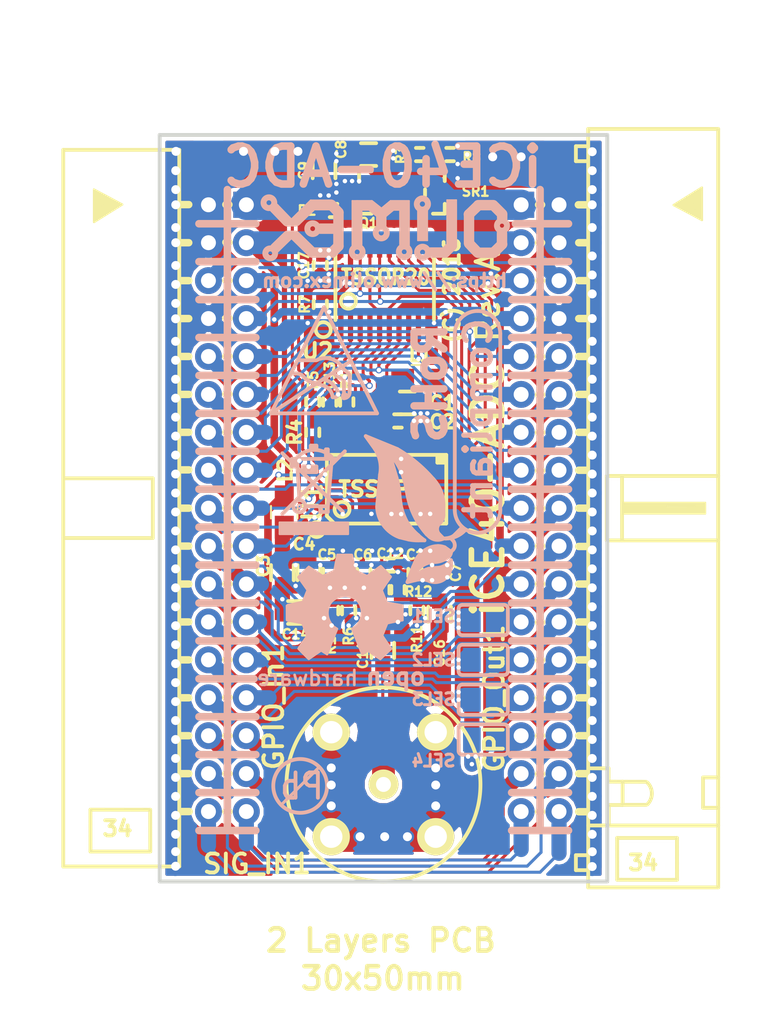
<source format=kicad_pcb>
(kicad_pcb (version 4) (host pcbnew 4.0.1-3.201512221401+6198~38~ubuntu15.10.1-stable)
  (layers (0 F.Cu signal) (31 B.Cu signal) (34 B.Paste user hide) (35 F.Paste user hide) (36 B.SilkS user hide) (37 F.SilkS user hide) (38 B.Mask user hide) (39 F.Mask user hide) (44 Edge.Cuts user))
  (net 0 "")
  (net 1 GND)
  (net 2 +5V)
  (net 3 +3V3)
  (net 4 /PIO3_1A)
  (net 5 /PIO3_1B)
  (net 6 /PIO3_2A)
  (net 7 /LED1)
  (net 8 /LED2)
  (net 9 /PIO3_2B)
  (net 10 /PIO2_1)
  (net 11 /PIO3_3A)
  (net 12 /PIO2_2)
  (net 13 /PIO3_3B)
  (net 14 /PIO2_3)
  (net 15 /PIO3_5A)
  (net 16 /PIO2_4)
  (net 17 /PIO3_5B)
  (net 18 /PIO2_7)
  (net 19 /PIO3_7B)
  (net 20 /PIO3_12A)
  (net 21 /PIO3_10A)
  (net 22 /PIO3_12B)
  (net 23 /PIO3_10B)
  (net 24 /PIO3_8B)
  (net 25 /PIO3_8A)
  (net 26 /PIO2_5)
  (net 27 /PIO2_6)
  (net 28 /PIO3_6B)
  (net 29 /PIO3_6A)
  (net 30 /EXTCLK)
  (net 31 /PIO2_9/RxD)
  (net 32 /PIO2_8/TxD)
  (net 33 "Net-(C1-Pad2)")
  (net 34 /VRT)
  (net 35 "Net-(C10-Pad2)")
  (net 36 "Net-(C11-Pad1)")
  (net 37 "Net-(C12-Pad2)")
  (net 38 "Net-(C13-Pad1)")
  (net 39 "Net-(C16-Pad2)")
  (net 40 "Net-(Q1-Pad1)")
  (net 41 "Net-(R3-Pad2)")
  (net 42 "Net-(R1-Pad2)")
  (net 43 "Net-(U1-Pad13)")
  (net 44 "Net-(U1-Pad14)")
  (net 45 "Net-(U1-Pad15)")
  (net 46 "Net-(U1-Pad16)")
  (net 47 "Net-(U1-Pad19)")
  (net 48 "Net-(U1-Pad20)")
  (net 49 "Net-(U1-Pad21)")
  (net 50 "Net-(U1-Pad22)")
  (net 51 "Net-(C3-Pad2)")
  (net 52 "Net-(C11-Pad2)")
  (net 53 "Net-(R7-Pad2)")
  (module OLIMEX_RLC-FP:C_0603_5MIL_DWS (layer F.Cu) (at 139.0015 71.3105 180)
    (fp_text reference C8 (at 1.8415 0.3429 270) (layer F.SilkS) (effects (font (size 0.635 0.635) (thickness 0.15875))))
    (fp_text value "NA(22uF/6.3V/0603)")
    (pad 1 smd rect (at -0.889 0 180) (size 1.016 1.016) (layers F.Cu F.Paste F.Mask) (net 1 GND) (clearance 0.0508))
    (pad 2 smd rect (at 0.889 0 180) (size 1.016 1.016) (layers F.Cu F.Paste F.Mask) (net 34 /VRT) (clearance 0.0508))
  )
  (module OLIMEX_RLC-FP:C_0603_5MIL_DWS (layer F.Cu) (at 139.954 104.521 270)
    (fp_text reference C11 (at 0.3175 1.3335 270) (layer F.SilkS) (effects (font (size 0.635 0.635) (thickness 0.15875))))
    (fp_text value 1uF/6.3V/0603)
    (pad 1 smd rect (at -0.889 0 270) (size 1.016 1.016) (layers F.Cu F.Paste F.Mask) (net 36 "Net-(C11-Pad1)") (clearance 0.0508))
    (pad 2 smd rect (at 0.889 0 270) (size 1.016 1.016) (layers F.Cu F.Paste F.Mask) (net 52 "Net-(C11-Pad2)") (clearance 0.0508))
  )
  (module OLIMEX_RLC-FP:C_0603_5MIL_DWS (layer F.Cu) (at 141.605 87.9475 180)
    (fp_text reference C1 (at -2.3495 0 180) (layer F.SilkS) (effects (font (size 0.889 0.889) (thickness 0.22225))))
    (fp_text value 22uF/6.3V/0603)
    (pad 1 smd rect (at -0.889 0 180) (size 1.016 1.016) (layers F.Cu F.Paste F.Mask) (net 1 GND) (clearance 0.0508))
    (pad 2 smd rect (at 0.889 0 180) (size 1.016 1.016) (layers F.Cu F.Paste F.Mask) (net 33 "Net-(C1-Pad2)") (clearance 0.0508))
  )
  (module OLIMEX_RLC-FP:C_0603_5MIL_DWS (layer F.Cu) (at 136.017 72.39 270)
    (fp_text reference C9 (at 0 1.3462 270) (layer F.SilkS) (effects (font (size 0.635 0.635) (thickness 0.15875))))
    (fp_text value "NA(22uF/6.3V/0603)")
    (pad 1 smd rect (at -0.889 0 270) (size 1.016 1.016) (layers F.Cu F.Paste F.Mask) (net 1 GND) (clearance 0.0508))
    (pad 2 smd rect (at 0.889 0 270) (size 1.016 1.016) (layers F.Cu F.Paste F.Mask) (net 2 +5V) (clearance 0.0508))
  )
  (module OLIMEX_RLC-FP:C_0402_5MIL_DWS (layer F.Cu) (at 140.462 98.806 180)
    (fp_text reference C12 (at 0 0.762 180) (layer F.SilkS) (effects (font (size 0.635 0.635) (thickness 0.15875))))
    (fp_text value "NA(10pF)")
    (pad 1 smd rect (at -0.508 0) (size 0.5 0.55) (layers F.Cu F.Paste F.Mask) (net 1 GND))
    (pad 2 smd rect (at 0.508 0 180) (size 0.5 0.55) (layers F.Cu F.Paste F.Mask) (net 37 "Net-(C12-Pad2)"))
  )
  (module OLIMEX_RLC-FP:C_0402_5MIL_DWS (layer F.Cu) (at 136.398 87.884 90)
    (fp_text reference C13 (at 1.778 0 90) (layer F.SilkS) (effects (font (size 0.635 0.635) (thickness 0.15875))))
    (fp_text value NA)
    (pad 1 smd rect (at -0.508 0 270) (size 0.5 0.55) (layers F.Cu F.Paste F.Mask) (net 38 "Net-(C13-Pad1)"))
    (pad 2 smd rect (at 0.508 0 90) (size 0.5 0.55) (layers F.Cu F.Paste F.Mask) (net 1 GND))
  )
  (module OLIMEX_RLC-FP:C_0402_5MIL_DWS (layer F.Cu) (at 137.414 99.314 90)
    (fp_text reference C15 (at -1.27 -0.254 180) (layer F.SilkS) (effects (font (size 0.635 0.635) (thickness 0.15875))))
    (fp_text value 100nF)
    (pad 1 smd rect (at -0.508 0 270) (size 0.5 0.55) (layers F.Cu F.Paste F.Mask) (net 1 GND))
    (pad 2 smd rect (at 0.508 0 90) (size 0.5 0.55) (layers F.Cu F.Paste F.Mask) (net 34 /VRT))
  )
  (module OLIMEX_RLC-FP:R_0402_5MIL_DWS (layer F.Cu) (at 137.541 87.884 270)
    (fp_text reference R1 (at -1.4732 0.0254 270) (layer F.SilkS) (effects (font (size 0.635 0.635) (thickness 0.15875))))
    (fp_text value 10k)
    (pad 1 smd rect (at -0.508 0 90) (size 0.5 0.55) (layers F.Cu F.Paste F.Mask) (net 1 GND))
    (pad 2 smd rect (at 0.508 0 270) (size 0.5 0.55) (layers F.Cu F.Paste F.Mask) (net 42 "Net-(R1-Pad2)"))
  )
  (module OLIMEX_RLC-FP:R_0402_5MIL_DWS (layer F.Cu) (at 136.652 75.057 180)
    (fp_text reference R2 (at 1.778 0 180) (layer F.SilkS) (effects (font (size 0.635 0.635) (thickness 0.15875))))
    (fp_text value NA)
    (pad 1 smd rect (at -0.508 0) (size 0.5 0.55) (layers F.Cu F.Paste F.Mask) (net 40 "Net-(Q1-Pad1)"))
    (pad 2 smd rect (at 0.508 0 180) (size 0.5 0.55) (layers F.Cu F.Paste F.Mask) (net 2 +5V))
  )
  (module OLIMEX_RLC-FP:R_0402_5MIL_DWS (layer F.Cu) (at 142.4305 71.3105)
    (fp_text reference R3 (at -1.2573 0.0127 90) (layer F.SilkS) (effects (font (size 0.635 0.635) (thickness 0.15875))))
    (fp_text value NA)
    (pad 1 smd rect (at -0.508 0 180) (size 0.5 0.55) (layers F.Cu F.Paste F.Mask) (net 34 /VRT))
    (pad 2 smd rect (at 0.508 0) (size 0.5 0.55) (layers F.Cu F.Paste F.Mask) (net 41 "Net-(R3-Pad2)"))
  )
  (module OLIMEX_RLC-FP:R_0402_5MIL_DWS (layer F.Cu) (at 135.255 89.916 90)
    (fp_text reference R4 (at 0 -1.2065 90) (layer F.SilkS) (effects (font (size 0.889 0.889) (thickness 0.22225))))
    (fp_text value 22R)
    (pad 1 smd rect (at -0.508 0 270) (size 0.5 0.55) (layers F.Cu F.Paste F.Mask) (net 29 /PIO3_6A))
    (pad 2 smd rect (at 0.508 0 90) (size 0.5 0.55) (layers F.Cu F.Paste F.Mask) (net 38 "Net-(C13-Pad1)"))
  )
  (module OLIMEX_RLC-FP:R_0402_5MIL_DWS (layer F.Cu) (at 135.255 87.884 270)
    (fp_text reference R5 (at -1.4732 -0.0254 270) (layer F.SilkS) (effects (font (size 0.635 0.635) (thickness 0.15875))))
    (fp_text value "NA(22R)")
    (pad 1 smd rect (at -0.508 0 90) (size 0.5 0.55) (layers F.Cu F.Paste F.Mask) (net 30 /EXTCLK))
    (pad 2 smd rect (at 0.508 0 270) (size 0.5 0.55) (layers F.Cu F.Paste F.Mask) (net 38 "Net-(C13-Pad1)"))
  )
  (module OLIMEX_RLC-FP:R_0402_5MIL_DWS (layer F.Cu) (at 137.668 101.854 90)
    (fp_text reference R6 (at -1.7145 0 90) (layer F.SilkS) (effects (font (size 0.635 0.635) (thickness 0.15875))))
    (fp_text value 110R/1%)
    (pad 1 smd rect (at -0.508 0 270) (size 0.5 0.55) (layers F.Cu F.Paste F.Mask) (net 3 +3V3))
    (pad 2 smd rect (at 0.508 0 90) (size 0.5 0.55) (layers F.Cu F.Paste F.Mask) (net 34 /VRT))
  )
  (module OLIMEX_RLC-FP:R_0402_5MIL_DWS (layer F.Cu) (at 135.763 81.3435 90)
    (fp_text reference R7 (at 0 -1.0414 90) (layer F.SilkS) (effects (font (size 0.635 0.635) (thickness 0.15875))))
    (fp_text value 10k)
    (pad 1 smd rect (at -0.508 0 270) (size 0.5 0.55) (layers F.Cu F.Paste F.Mask) (net 3 +3V3))
    (pad 2 smd rect (at 0.508 0 90) (size 0.5 0.55) (layers F.Cu F.Paste F.Mask) (net 53 "Net-(R7-Pad2)"))
  )
  (module OLIMEX_RLC-FP:R_0402_5MIL_DWS (layer F.Cu) (at 144.4625 71.3105)
    (fp_text reference R8 (at 1.4605 0.1905) (layer F.SilkS) (effects (font (size 0.635 0.635) (thickness 0.15875))))
    (fp_text value NA)
    (pad 1 smd rect (at -0.508 0 180) (size 0.5 0.55) (layers F.Cu F.Paste F.Mask) (net 41 "Net-(R3-Pad2)"))
    (pad 2 smd rect (at 0.508 0) (size 0.5 0.55) (layers F.Cu F.Paste F.Mask) (net 1 GND))
  )
  (module OLIMEX_RLC-FP:R_0402_5MIL_DWS (layer F.Cu) (at 139.954 100.457 270)
    (fp_text reference R9 (at 0.1905 1.0795 360) (layer F.SilkS) (effects (font (size 0.635 0.635) (thickness 0.15875))))
    (fp_text value 110R/1%)
    (pad 1 smd rect (at -0.508 0 90) (size 0.5 0.55) (layers F.Cu F.Paste F.Mask) (net 37 "Net-(C12-Pad2)"))
    (pad 2 smd rect (at 0.508 0 270) (size 0.5 0.55) (layers F.Cu F.Paste F.Mask) (net 36 "Net-(C11-Pad1)"))
  )
  (module OLIMEX_RLC-FP:R_0402_5MIL_DWS (layer F.Cu) (at 136.525 101.854 270)
    (fp_text reference R10 (at 2.032 0.0635 270) (layer F.SilkS) (effects (font (size 0.635 0.635) (thickness 0.15875))))
    (fp_text value 220R/1%)
    (pad 1 smd rect (at -0.508 0 90) (size 0.5 0.55) (layers F.Cu F.Paste F.Mask) (net 34 /VRT))
    (pad 2 smd rect (at 0.508 0 270) (size 0.5 0.55) (layers F.Cu F.Paste F.Mask) (net 1 GND))
  )
  (module OLIMEX_RLC-FP:R_0402_5MIL_DWS (layer F.Cu) (at 142.24 101.854 90)
    (fp_text reference R11 (at -1.905 0 90) (layer F.SilkS) (effects (font (size 0.635 0.635) (thickness 0.15875))))
    (fp_text value 110R/1%)
    (pad 1 smd rect (at -0.508 0 270) (size 0.5 0.55) (layers F.Cu F.Paste F.Mask) (net 3 +3V3))
    (pad 2 smd rect (at 0.508 0 90) (size 0.5 0.55) (layers F.Cu F.Paste F.Mask) (net 39 "Net-(C16-Pad2)"))
  )
  (module OLIMEX_RLC-FP:R_0402_5MIL_DWS (layer F.Cu) (at 140.97 100.457 90)
    (fp_text reference R12 (at -0.127 1.3716 180) (layer F.SilkS) (effects (font (size 0.635 0.635) (thickness 0.15875))))
    (fp_text value 220R/1%)
    (pad 1 smd rect (at -0.508 0 270) (size 0.5 0.55) (layers F.Cu F.Paste F.Mask) (net 39 "Net-(C16-Pad2)"))
    (pad 2 smd rect (at 0.508 0 90) (size 0.5 0.55) (layers F.Cu F.Paste F.Mask) (net 37 "Net-(C12-Pad2)"))
  )
  (module OLIMEX_RLC-FP:R_0402_5MIL_DWS (layer F.Cu) (at 140.462 102.108)
    (fp_text reference R13 (at -1.27 0 90) (layer F.SilkS) (effects (font (size 0.635 0.635) (thickness 0.15875))))
    (fp_text value 56R/1%)
    (pad 1 smd rect (at -0.508 0 180) (size 0.5 0.55) (layers F.Cu F.Paste F.Mask) (net 36 "Net-(C11-Pad1)"))
    (pad 2 smd rect (at 0.508 0) (size 0.5 0.55) (layers F.Cu F.Paste F.Mask) (net 1 GND))
  )
  (module OLIMEX_RLC-FP:C_0402_5MIL_DWS (layer F.Cu) (at 140.97 89.154 180)
    (fp_text reference C2 (at -2.9845 -0.0635 180) (layer F.SilkS) (effects (font (size 0.889 0.889) (thickness 0.22225))))
    (fp_text value 100nF)
    (pad 1 smd rect (at -0.508 0) (size 0.5 0.55) (layers F.Cu F.Paste F.Mask) (net 1 GND))
    (pad 2 smd rect (at 0.508 0 180) (size 0.5 0.55) (layers F.Cu F.Paste F.Mask) (net 33 "Net-(C1-Pad2)"))
  )
  (module OLIMEX_RLC-FP:C_0603_5MIL_DWS (layer F.Cu) (at 133.223 99.314 90)
    (fp_text reference C3 (at 0.4445 -1.27 90) (layer F.SilkS) (effects (font (size 0.762 0.762) (thickness 0.1905))))
    (fp_text value 22uF/6.3V/0603)
    (pad 1 smd rect (at -0.889 0 90) (size 1.016 1.016) (layers F.Cu F.Paste F.Mask) (net 1 GND) (clearance 0.0508))
    (pad 2 smd rect (at 0.889 0 90) (size 1.016 1.016) (layers F.Cu F.Paste F.Mask) (net 51 "Net-(C3-Pad2)") (clearance 0.0508))
  )
  (module OLIMEX_RLC-FP:C_0603_5MIL_DWS (layer F.Cu) (at 135.001 99.314 90)
    (fp_text reference C4 (at 1.905 -0.3175 180) (layer F.SilkS) (effects (font (size 0.762 0.762) (thickness 0.1905))))
    (fp_text value 22uF/6.3V/0603)
    (pad 1 smd rect (at -0.889 0 90) (size 1.016 1.016) (layers F.Cu F.Paste F.Mask) (net 1 GND) (clearance 0.0508))
    (pad 2 smd rect (at 0.889 0 90) (size 1.016 1.016) (layers F.Cu F.Paste F.Mask) (net 51 "Net-(C3-Pad2)") (clearance 0.0508))
  )
  (module OLIMEX_RLC-FP:C_0402_5MIL_DWS (layer F.Cu) (at 136.398 99.314 90)
    (fp_text reference C5 (at 1.2065 -0.1905 180) (layer F.SilkS) (effects (font (size 0.635 0.635) (thickness 0.15875))))
    (fp_text value 100nF)
    (pad 1 smd rect (at -0.508 0 270) (size 0.5 0.55) (layers F.Cu F.Paste F.Mask) (net 1 GND))
    (pad 2 smd rect (at 0.508 0 90) (size 0.5 0.55) (layers F.Cu F.Paste F.Mask) (net 51 "Net-(C3-Pad2)"))
  )
  (module OLIMEX_RLC-FP:C_0402_5MIL_DWS (layer F.Cu) (at 138.684 99.314 90)
    (fp_text reference C6 (at 1.2065 -0.0635 180) (layer F.SilkS) (effects (font (size 0.635 0.635) (thickness 0.15875))))
    (fp_text value 100nF)
    (pad 1 smd rect (at -0.508 0 270) (size 0.5 0.55) (layers F.Cu F.Paste F.Mask) (net 1 GND))
    (pad 2 smd rect (at 0.508 0 90) (size 0.5 0.55) (layers F.Cu F.Paste F.Mask) (net 51 "Net-(C3-Pad2)"))
  )
  (module OLIMEX_RLC-FP:C_0402_5MIL_DWS (layer F.Cu) (at 143.764 99.314 90)
    (fp_text reference C7 (at 0 1.0795 90) (layer F.SilkS) (effects (font (size 0.635 0.635) (thickness 0.15875))))
    (fp_text value 100nF)
    (pad 1 smd rect (at -0.508 0 270) (size 0.5 0.55) (layers F.Cu F.Paste F.Mask) (net 1 GND))
    (pad 2 smd rect (at 0.508 0 90) (size 0.5 0.55) (layers F.Cu F.Paste F.Mask) (net 51 "Net-(C3-Pad2)"))
  )
  (module OLIMEX_RLC-FP:C_0402_5MIL_DWS (layer F.Cu) (at 142.113 99.314 90)
    (fp_text reference C10 (at 1.2065 0.3175 180) (layer F.SilkS) (effects (font (size 0.635 0.635) (thickness 0.15875))))
    (fp_text value 100nF)
    (pad 1 smd rect (at -0.508 0 270) (size 0.5 0.55) (layers F.Cu F.Paste F.Mask) (net 1 GND))
    (pad 2 smd rect (at 0.508 0 90) (size 0.5 0.55) (layers F.Cu F.Paste F.Mask) (net 35 "Net-(C10-Pad2)"))
  )
  (module OLIMEX_RLC-FP:C_0603_5MIL_DWS (layer F.Cu) (at 134.112 101.981)
    (fp_text reference C14 (at 0 1.4605) (layer F.SilkS) (effects (font (size 0.635 0.635) (thickness 0.15875))))
    (fp_text value 22uF/6.3V/0603)
    (pad 1 smd rect (at -0.889 0) (size 1.016 1.016) (layers F.Cu F.Paste F.Mask) (net 1 GND) (clearance 0.0508))
    (pad 2 smd rect (at 0.889 0) (size 1.016 1.016) (layers F.Cu F.Paste F.Mask) (net 34 /VRT) (clearance 0.0508))
  )
  (module OLIMEX_RLC-FP:C_0603_5MIL_DWS (layer F.Cu) (at 143.764 102.108 90)
    (fp_text reference C16 (at -2.6035 0 90) (layer F.SilkS) (effects (font (size 0.635 0.635) (thickness 0.15875))))
    (fp_text value 1uF/6.3V/0603)
    (pad 1 smd rect (at -0.889 0 90) (size 1.016 1.016) (layers F.Cu F.Paste F.Mask) (net 1 GND) (clearance 0.0508))
    (pad 2 smd rect (at 0.889 0 90) (size 1.016 1.016) (layers F.Cu F.Paste F.Mask) (net 39 "Net-(C16-Pad2)") (clearance 0.0508))
  )
  (module OLIMEX_RLC-FP:L_0805_5MIL_DWS (layer F.Cu) (at 142.3035 86.2965)
    (fp_text reference L1 (at 0.1905 -1.5875) (layer F.SilkS) (effects (font (size 0.889 0.889) (thickness 0.22225))))
    (fp_text value FB0805/600R/2A)
    (pad 2 smd rect (at 1.016 0) (size 1.524 1.27) (layers F.Cu F.Paste F.Mask) (net 3 +3V3) (clearance 0.0508))
    (pad 1 smd rect (at -1.016 0) (size 1.524 1.27) (layers F.Cu F.Paste F.Mask) (net 33 "Net-(C1-Pad2)") (clearance 0.0508))
  )
  (module OLIMEX_IC-FP:SOT-23 (layer F.Cu) (at 143.4465 73.8505 180)
    (fp_text reference SR1 (at -2.7305 0.0635 180) (layer F.SilkS) (effects (font (size 0.635 0.635) (thickness 0.15875))))
    (fp_text value "NA(TLV431BSN1T1G(SOT23-3))")
    (pad 1 smd rect (at 1.1 0.95 270) (size 1 1.4) (layers F.Cu F.Paste F.Mask) (net 41 "Net-(R3-Pad2)"))
    (pad 2 smd rect (at 1.1 -0.95 270) (size 1 1.4) (layers F.Cu F.Paste F.Mask) (net 40 "Net-(Q1-Pad1)"))
    (pad 3 smd rect (at -1.1 0 270) (size 1 1.4) (layers F.Cu F.Paste F.Mask) (net 1 GND))
  )
  (module OLIMEX_RLC-FP:C_0402_5MIL_DWS (layer F.Cu) (at 135.763 78.74 90)
    (fp_text reference C17 (at 0 -1.0922 90) (layer F.SilkS) (effects (font (size 0.635 0.635) (thickness 0.15875))))
    (fp_text value 100nF)
    (pad 1 smd rect (at -0.508 0 270) (size 0.5 0.55) (layers F.Cu F.Paste F.Mask) (net 1 GND))
    (pad 2 smd rect (at 0.508 0 90) (size 0.5 0.55) (layers F.Cu F.Paste F.Mask) (net 3 +3V3))
  )
  (module OLIMEX_Jumpers-FP:SJ (layer B.Cu) (at 146.685 102.489)
    (fp_text reference SEL1 (at -3.3274 -0.254) (layer B.SilkS) (effects (font (size 0.8 0.8) (thickness 0.2)) (justify mirror)))
    (fp_text value Soldered)
    (pad 1 smd rect (at -0.762 0) (size 1.1684 1.6002) (layers B.Cu B.Mask) (net 53 "Net-(R7-Pad2)") (clearance 0.0508))
    (pad 1 smd rect (at -0.762 0) (size 1.1684 1.6002) (layers B.Cu B.Mask) (net 53 "Net-(R7-Pad2)"))
    (pad 2 smd rect (at 0.762 0) (size 1.1684 1.6002) (layers B.Cu B.Mask) (net 28 /PIO3_6B) (clearance 0.0508))
  )
  (module OLIMEX_Jumpers-FP:SJ (layer B.Cu) (at 146.685 105.156)
    (fp_text reference SEL2 (at -3.3274 0) (layer B.SilkS) (effects (font (size 0.8 0.8) (thickness 0.2)) (justify mirror)))
    (fp_text value Opened)
    (pad 1 smd rect (at -0.762 0) (size 1.1684 1.6002) (layers B.Cu B.Mask) (net 53 "Net-(R7-Pad2)") (clearance 0.0508))
    (pad 1 smd rect (at -0.762 0) (size 1.1684 1.6002) (layers B.Cu B.Mask) (net 53 "Net-(R7-Pad2)"))
    (pad 2 smd rect (at 0.762 0) (size 1.1684 1.6002) (layers B.Cu B.Mask) (net 19 /PIO3_7B) (clearance 0.0508))
  )
  (module OLIMEX_Jumpers-FP:SJ (layer B.Cu) (at 146.685 107.823)
    (fp_text reference SEL3 (at -3.3274 -0.0254) (layer B.SilkS) (effects (font (size 0.8 0.8) (thickness 0.2)) (justify mirror)))
    (fp_text value Opened)
    (pad 1 smd rect (at -0.762 0) (size 1.1684 1.6002) (layers B.Cu B.Mask) (net 53 "Net-(R7-Pad2)") (clearance 0.0508))
    (pad 1 smd rect (at -0.762 0) (size 1.1684 1.6002) (layers B.Cu B.Mask) (net 53 "Net-(R7-Pad2)"))
    (pad 2 smd rect (at 0.762 0) (size 1.1684 1.6002) (layers B.Cu B.Mask) (net 25 /PIO3_8A) (clearance 0.0508))
  )
  (module OLIMEX_Jumpers-FP:SJ (layer B.Cu) (at 146.685 110.49)
    (fp_text reference SEL4 (at -3.3274 1.4224) (layer B.SilkS) (effects (font (size 0.8 0.8) (thickness 0.2)) (justify mirror)))
    (fp_text value Opened)
    (pad 1 smd rect (at -0.762 0) (size 1.1684 1.6002) (layers B.Cu B.Mask) (net 53 "Net-(R7-Pad2)") (clearance 0.0508))
    (pad 1 smd rect (at -0.762 0) (size 1.1684 1.6002) (layers B.Cu B.Mask) (net 53 "Net-(R7-Pad2)"))
    (pad 2 smd rect (at 0.762 0) (size 1.1684 1.6002) (layers B.Cu B.Mask) (net 24 /PIO3_8B) (clearance 0.0508))
  )
  (module OLIMEX_Other-FP:Fiducial1x3 (layer F.Cu) (at 128.27 71.755)
    (fp_text reference "" (at 0 3) (layer F.SilkS))
    (fp_text value "")
    (pad Fid1 connect circle (at 0 0) (size 1 1) (layers F.Cu F.Mask) (clearance 1.016))
  )
  (module OLIMEX_Other-FP:Fiducial1x3 (layer F.Cu) (at 151.765 118.11)
    (fp_text reference "" (at 0 3) (layer F.SilkS))
    (fp_text value "")
    (pad Fid1 connect circle (at 0 0) (size 1 1) (layers F.Cu F.Mask) (clearance 1.016))
  )
  (module OLIMEX_Other-FP:Fiducial1x3 (layer F.Cu) (at 151.765 71.755)
    (fp_text reference "" (at 0 3) (layer F.SilkS))
    (fp_text value "")
    (pad Fid1 connect circle (at 0 0) (size 1 1) (layers F.Cu F.Mask) (clearance 1.016))
  )
  (module OLIMEX_RLC-FP:L_0805_5MIL_DWS (layer F.Cu) (at 133.35 95.25 90)
    (fp_text reference L2 (at 2.794 0.0635 90) (layer F.SilkS) (effects (font (size 0.889 0.889) (thickness 0.22225))))
    (fp_text value FB0805/600R/2A)
    (pad 2 smd rect (at 1.016 0 90) (size 1.524 1.27) (layers F.Cu F.Paste F.Mask) (net 3 +3V3) (clearance 0.0508))
    (pad 1 smd rect (at -1.016 0 90) (size 1.524 1.27) (layers F.Cu F.Paste F.Mask) (net 51 "Net-(C3-Pad2)") (clearance 0.0508))
  )
  (module OLIMEX_LOGOs-FP:LOGO_OPENHARDWARE_8x8 (layer B.Cu) (at 137.414 102.108 180)
    (fp_text reference "" hide)
    (fp_text value "" hide)
    (fp_text user hardware (at 2.51206 -4.2672 180) (layer B.SilkS) (effects (font (thickness 0.18)) (justify mirror)))
    (fp_text user open (at -3.40106 -4.17576 180) (layer B.SilkS) (effects (font (size 1.1 1.1) (thickness 0.254)) (justify mirror)))
  )
  (module OLIMEX_LOGOs-FP:LOGO_PBFREE (layer B.Cu) (at 134.62 113.284)
    (fp_text reference "" (at -0.2794 3.52552) (layer B.SilkS) (effects (justify mirror)))
    (fp_text value "")
    (fp_text user Pb (at -0.08636 0.33528) (layer B.SilkS) (effects (font (size 1.7 1.5) (thickness 0.254)) (justify mirror)))
  )
  (module OLIMEX_LOGOs-FP:LOGO_RECYCLEBIN_1 (layer B.Cu) (at 137.668 96.774 180)
    (fp_text reference "" hide)
    (fp_text value "" hide)
  )
  (module OLIMEX_LOGOs-FP:OLIMEX_LOGO_TB (layer B.Cu) (at 139.954 76.2 180)
    (fp_text reference "" hide)
    (fp_text value "" hide)
  )
  (module OLIMEX_IC-FP:TSSOP20_Pitch-0.65mm_6.6x4.5x1.2mm (layer F.Cu) (at 140.081 80.137)
    (fp_text reference U2 (at -4.4958 4.3434) (layer F.SilkS) (effects (font (size 1.016 1.016) (thickness 0.254))))
    (fp_text value "SN74ALVC244PWR(TSSOP-20)")
    (fp_text user TSSOP20 (at 0.0762 -0.6096) (layer F.SilkS) (effects (font (size 1 0.9) (thickness 0.225))))
    (pad 11 smd rect (at 2.91 -2.8) (size 0.35 1.75) (layers F.Cu F.Paste F.Mask) (net 46 "Net-(U1-Pad16)"))
    (pad 12 smd rect (at 2.26 -2.8) (size 0.35 1.75) (layers F.Cu F.Paste F.Mask) (net 9 /PIO3_2B))
    (pad 13 smd rect (at 1.61 -2.8) (size 0.35 1.75) (layers F.Cu F.Paste F.Mask) (net 45 "Net-(U1-Pad15)"))
    (pad 14 smd rect (at 0.96 -2.8) (size 0.35 1.75) (layers F.Cu F.Paste F.Mask) (net 6 /PIO3_2A))
    (pad 15 smd rect (at 0.31 -2.8) (size 0.35 1.75) (layers F.Cu F.Paste F.Mask) (net 44 "Net-(U1-Pad14)"))
    (pad 16 smd rect (at -0.34 -2.8) (size 0.35 1.75) (layers F.Cu F.Paste F.Mask) (net 5 /PIO3_1B))
    (pad 17 smd rect (at -0.99 -2.8) (size 0.35 1.75) (layers F.Cu F.Paste F.Mask) (net 43 "Net-(U1-Pad13)"))
    (pad 18 smd rect (at -1.64 -2.8) (size 0.35 1.75) (layers F.Cu F.Paste F.Mask) (net 4 /PIO3_1A))
    (pad 19 smd rect (at -2.29 -2.8) (size 0.35 1.75) (layers F.Cu F.Paste F.Mask) (net 53 "Net-(R7-Pad2)"))
    (pad 20 smd rect (at -2.94 -2.8) (size 0.35 1.75) (layers F.Cu F.Paste F.Mask) (net 3 +3V3))
    (pad 1 smd rect (at -2.94 2.8) (size 0.35 1.75) (layers F.Cu F.Paste F.Mask) (net 53 "Net-(R7-Pad2)"))
    (pad 2 smd rect (at -2.29 2.8) (size 0.35 1.75) (layers F.Cu F.Paste F.Mask) (net 50 "Net-(U1-Pad22)"))
    (pad 3 smd rect (at -1.64 2.8) (size 0.35 1.75) (layers F.Cu F.Paste F.Mask) (net 17 /PIO3_5B))
    (pad 4 smd rect (at -0.99 2.8) (size 0.35 1.75) (layers F.Cu F.Paste F.Mask) (net 49 "Net-(U1-Pad21)"))
    (pad 5 smd rect (at -0.34 2.8) (size 0.35 1.75) (layers F.Cu F.Paste F.Mask) (net 15 /PIO3_5A))
    (pad 6 smd rect (at 0.31 2.8) (size 0.35 1.75) (layers F.Cu F.Paste F.Mask) (net 48 "Net-(U1-Pad20)"))
    (pad 7 smd rect (at 0.96 2.8) (size 0.35 1.75) (layers F.Cu F.Paste F.Mask) (net 13 /PIO3_3B))
    (pad 8 smd rect (at 1.61 2.8) (size 0.35 1.75) (layers F.Cu F.Paste F.Mask) (net 47 "Net-(U1-Pad19)"))
    (pad 9 smd rect (at 2.26 2.8) (size 0.35 1.75) (layers F.Cu F.Paste F.Mask) (net 11 /PIO3_3A))
    (pad 10 smd rect (at 2.91 2.8) (size 0.35 1.75) (layers F.Cu F.Paste F.Mask) (net 1 GND))
  )
  (module OLIMEX_IC-FP:TSSOP-24_Pitch-0.65mm_7.80x6.40x1.20mm (layer F.Cu) (at 140.208 93.726)
    (fp_text reference U1 (at -4.9784 0.8636 90) (layer F.SilkS) (effects (font (size 1.27 1.27) (thickness 0.254))))
    (fp_text value "ADC08100CIMTCX/NOPB(TSSOP-24)")
    (fp_text user TSSOP24 (at 0.115 0) (layer F.SilkS) (effects (font (thickness 0.25))))
    (pad 13 smd rect (at 3.575 -3.2) (size 0.35 1.25) (layers F.Cu F.Paste F.Mask) (net 43 "Net-(U1-Pad13)"))
    (pad 14 smd rect (at 2.925 -3.2) (size 0.35 1.25) (layers F.Cu F.Paste F.Mask) (net 44 "Net-(U1-Pad14)"))
    (pad 15 smd rect (at 2.275 -3.2) (size 0.35 1.25) (layers F.Cu F.Paste F.Mask) (net 45 "Net-(U1-Pad15)"))
    (pad 16 smd rect (at 1.625 -3.2) (size 0.35 1.25) (layers F.Cu F.Paste F.Mask) (net 46 "Net-(U1-Pad16)"))
    (pad 17 smd rect (at 0.975 -3.2) (size 0.35 1.25) (layers F.Cu F.Paste F.Mask) (net 1 GND))
    (pad 18 smd rect (at 0.325 -3.2) (size 0.35 1.25) (layers F.Cu F.Paste F.Mask) (net 33 "Net-(C1-Pad2)"))
    (pad 19 smd rect (at -0.325 -3.2) (size 0.35 1.25) (layers F.Cu F.Paste F.Mask) (net 47 "Net-(U1-Pad19)"))
    (pad 20 smd rect (at -0.975 -3.2) (size 0.35 1.25) (layers F.Cu F.Paste F.Mask) (net 48 "Net-(U1-Pad20)"))
    (pad 21 smd rect (at -1.625 -3.2) (size 0.35 1.25) (layers F.Cu F.Paste F.Mask) (net 49 "Net-(U1-Pad21)"))
    (pad 22 smd rect (at -2.275 -3.2) (size 0.35 1.25) (layers F.Cu F.Paste F.Mask) (net 50 "Net-(U1-Pad22)"))
    (pad 23 smd rect (at -2.925 -3.2) (size 0.35 1.25) (layers F.Cu F.Paste F.Mask) (net 42 "Net-(R1-Pad2)"))
    (pad 24 smd rect (at -3.575 -3.2) (size 0.35 1.25) (layers F.Cu F.Paste F.Mask) (net 38 "Net-(C13-Pad1)"))
    (pad 1 smd rect (at -3.575 3.2) (size 0.35 1.2) (layers F.Cu F.Paste F.Mask) (net 51 "Net-(C3-Pad2)"))
    (pad 2 smd rect (at -2.925 3.2) (size 0.35 1.25) (layers F.Cu F.Paste F.Mask) (net 1 GND))
    (pad 3 smd rect (at -2.275 3.2) (size 0.35 1.25) (layers F.Cu F.Paste F.Mask) (net 34 /VRT))
    (pad 4 smd rect (at -1.625 3.2) (size 0.35 1.25) (layers F.Cu F.Paste F.Mask) (net 51 "Net-(C3-Pad2)"))
    (pad 5 smd rect (at -0.975 3.2) (size 0.35 1.25) (layers F.Cu F.Paste F.Mask) (net 1 GND))
    (pad 6 smd rect (at -0.325 3.2) (size 0.35 1.25) (layers F.Cu F.Paste F.Mask) (net 37 "Net-(C12-Pad2)"))
    (pad 7 smd rect (at 0.325 3.2) (size 0.35 1.25) (layers F.Cu F.Paste F.Mask) (net 1 GND))
    (pad 8 smd rect (at 0.975 3.2) (size 0.35 1.25) (layers F.Cu F.Paste F.Mask) (net 1 GND))
    (pad 9 smd rect (at 1.625 3.2) (size 0.35 1.25) (layers F.Cu F.Paste F.Mask) (net 35 "Net-(C10-Pad2)"))
    (pad 10 smd rect (at 2.275 3.2) (size 0.35 1.25) (layers F.Cu F.Paste F.Mask) (net 1 GND))
    (pad 11 smd rect (at 2.925 3.2) (size 0.35 1.25) (layers F.Cu F.Paste F.Mask) (net 1 GND))
    (pad 12 smd rect (at 3.575 3.2) (size 0.35 1.25) (layers F.Cu F.Paste F.Mask) (net 51 "Net-(C3-Pad2)"))
  )
  (module OLIMEX_Connectors-FP:IDC34R_PCB (layer F.Cu) (at 129.54 94.996 90)
    (fp_text reference GPIO_In1 (at -13.3096 3.0988 90) (layer F.SilkS) (effects (font (size 1.27 1.27) (thickness 0.254))))
    (fp_text value IDC34R)
    (fp_text user 34 (at -21.463 -7.366 180) (layer F.SilkS) (effects (font (size 1.016 1.016) (thickness 0.254))))
    (pad 1 thru_hole rect (at 20.32 1.27 270) (size 1.75 1.75) (drill 1) (layers *.Cu *.Mask) (net 2 +5V))
    (pad 2 thru_hole circle (at 20.32 -1.27 270) (size 1.8 1.8) (drill 1) (layers *.Cu *.Mask) (net 1 GND))
    (pad 3 thru_hole circle (at 17.78 1.27 270) (size 1.8 1.8) (drill 1) (layers *.Cu *.Mask) (net 3 +3V3))
    (pad 4 thru_hole circle (at 17.78 -1.27 270) (size 1.8 1.8) (drill 1) (layers *.Cu *.Mask) (net 1 GND))
    (pad 5 thru_hole circle (at 15.24 1.27 270) (size 1.8 1.8) (drill 1) (layers *.Cu *.Mask) (net 4 /PIO3_1A))
    (pad 6 thru_hole circle (at 15.24 -1.27 270) (size 1.8 1.8) (drill 1) (layers *.Cu *.Mask) (net 30 /EXTCLK))
    (pad 7 thru_hole circle (at 12.7 1.27 270) (size 1.8 1.8) (drill 1) (layers *.Cu *.Mask) (net 5 /PIO3_1B))
    (pad 8 thru_hole circle (at 12.7 -1.27 270) (size 1.8 1.8) (drill 1) (layers *.Cu *.Mask) (net 1 GND))
    (pad 9 thru_hole circle (at 10.16 1.27 270) (size 1.8 1.8) (drill 1) (layers *.Cu *.Mask) (net 6 /PIO3_2A))
    (pad 10 thru_hole circle (at 10.16 -1.27 270) (size 1.8 1.8) (drill 1) (layers *.Cu *.Mask) (net 7 /LED1))
    (pad 12 thru_hole circle (at 7.62 -1.27 270) (size 1.8 1.8) (drill 1) (layers *.Cu *.Mask) (net 8 /LED2))
    (pad 11 thru_hole circle (at 7.62 1.27 270) (size 1.8 1.8) (drill 1) (layers *.Cu *.Mask) (net 9 /PIO3_2B))
    (pad 14 thru_hole circle (at 5.08 -1.27 270) (size 1.8 1.8) (drill 1) (layers *.Cu *.Mask) (net 31 /PIO2_9/RxD))
    (pad 13 thru_hole circle (at 5.08 1.27 270) (size 1.8 1.8) (drill 1) (layers *.Cu *.Mask) (net 11 /PIO3_3A))
    (pad 16 thru_hole circle (at 2.54 -1.27 270) (size 1.8 1.8) (drill 1) (layers *.Cu *.Mask) (net 32 /PIO2_8/TxD))
    (pad 15 thru_hole circle (at 2.54 1.27 270) (size 1.8 1.8) (drill 1) (layers *.Cu *.Mask) (net 13 /PIO3_3B))
    (pad 18 thru_hole circle (at 0 -1.27 270) (size 1.8 1.8) (drill 1) (layers *.Cu *.Mask) (net 18 /PIO2_7))
    (pad 17 thru_hole circle (at 0 1.27 270) (size 1.8 1.8) (drill 1) (layers *.Cu *.Mask) (net 15 /PIO3_5A))
    (pad 20 thru_hole circle (at -2.54 -1.27 270) (size 1.8 1.8) (drill 1) (layers *.Cu *.Mask) (net 27 /PIO2_6))
    (pad 19 thru_hole circle (at -2.54 1.27 270) (size 1.8 1.8) (drill 1) (layers *.Cu *.Mask) (net 17 /PIO3_5B))
    (pad 26 thru_hole circle (at -10.16 -1.27 270) (size 1.8 1.8) (drill 1) (layers *.Cu *.Mask) (net 14 /PIO2_3))
    (pad 25 thru_hole circle (at -10.16 1.27 270) (size 1.8 1.8) (drill 1) (layers *.Cu *.Mask) (net 19 /PIO3_7B))
    (pad 34 thru_hole circle (at -20.32 -1.27 270) (size 1.8 1.8) (drill 1) (layers *.Cu *.Mask) (net 20 /PIO3_12A))
    (pad 31 thru_hole circle (at -17.78 1.27 270) (size 1.8 1.8) (drill 1) (layers *.Cu *.Mask) (net 21 /PIO3_10A))
    (pad 32 thru_hole circle (at -17.78 -1.27 270) (size 1.8 1.8) (drill 1) (layers *.Cu *.Mask) (net 22 /PIO3_12B))
    (pad 33 thru_hole circle (at -20.32 1.27 270) (size 1.8 1.8) (drill 1) (layers *.Cu *.Mask) (net 23 /PIO3_10B))
    (pad 29 thru_hole circle (at -15.24 1.27 270) (size 1.8 1.8) (drill 1) (layers *.Cu *.Mask) (net 24 /PIO3_8B))
    (pad 28 thru_hole circle (at -12.7 -1.27 270) (size 1.8 1.8) (drill 1) (layers *.Cu *.Mask) (net 12 /PIO2_2))
    (pad 30 thru_hole circle (at -15.24 -1.27 270) (size 1.8 1.8) (drill 1) (layers *.Cu *.Mask) (net 10 /PIO2_1))
    (pad 27 thru_hole circle (at -12.7 1.27 270) (size 1.8 1.8) (drill 1) (layers *.Cu *.Mask) (net 25 /PIO3_8A))
    (pad 22 thru_hole circle (at -5.08 -1.27 270) (size 1.8 1.8) (drill 1) (layers *.Cu *.Mask) (net 26 /PIO2_5))
    (pad 24 thru_hole circle (at -7.62 -1.27 270) (size 1.8 1.8) (drill 1) (layers *.Cu *.Mask) (net 16 /PIO2_4))
    (pad 23 thru_hole circle (at -7.62 1.27 270) (size 1.8 1.8) (drill 1) (layers *.Cu *.Mask) (net 28 /PIO3_6B))
    (pad 21 thru_hole circle (at -5.08 1.27 270) (size 1.8 1.8) (drill 1) (layers *.Cu *.Mask) (net 29 /PIO3_6A))
  )
  (module OLIMEX_Connectors-FP:BH34R (layer F.Cu) (at 150.495 94.996 270)
    (fp_text reference GPIO_Out1 (at 12.7508 3.0734 270) (layer F.SilkS) (effects (font (size 1.27 1.27) (thickness 0.254))))
    (fp_text value BH34R)
    (fp_text user 34 (at 23.749 -6.9088 360) (layer F.SilkS) (effects (font (size 1.016 1.016) (thickness 0.254))))
    (pad 1 thru_hole rect (at -20.32 1.27 270) (size 1.75 1.75) (drill 1) (layers *.Cu *.Mask) (net 2 +5V))
    (pad 2 thru_hole circle (at -20.32 -1.27 270) (size 1.8 1.8) (drill 1) (layers *.Cu *.Mask) (net 1 GND))
    (pad 3 thru_hole circle (at -17.78 1.27 270) (size 1.8 1.8) (drill 1) (layers *.Cu *.Mask) (net 3 +3V3))
    (pad 4 thru_hole circle (at -17.78 -1.27 270) (size 1.8 1.8) (drill 1) (layers *.Cu *.Mask) (net 1 GND))
    (pad 5 thru_hole circle (at -15.24 1.27 270) (size 1.8 1.8) (drill 1) (layers *.Cu *.Mask) (net 4 /PIO3_1A))
    (pad 6 thru_hole circle (at -15.24 -1.27 270) (size 1.8 1.8) (drill 1) (layers *.Cu *.Mask) (net 30 /EXTCLK))
    (pad 7 thru_hole circle (at -12.7 1.27 270) (size 1.8 1.8) (drill 1) (layers *.Cu *.Mask) (net 5 /PIO3_1B))
    (pad 8 thru_hole circle (at -12.7 -1.27 270) (size 1.8 1.8) (drill 1) (layers *.Cu *.Mask) (net 1 GND))
    (pad 9 thru_hole circle (at -10.16 1.27 270) (size 1.8 1.8) (drill 1) (layers *.Cu *.Mask) (net 6 /PIO3_2A))
    (pad 10 thru_hole circle (at -10.16 -1.27 270) (size 1.8 1.8) (drill 1) (layers *.Cu *.Mask) (net 7 /LED1))
    (pad 12 thru_hole circle (at -7.62 -1.27 270) (size 1.8 1.8) (drill 1) (layers *.Cu *.Mask) (net 8 /LED2))
    (pad 11 thru_hole circle (at -7.62 1.27 270) (size 1.8 1.8) (drill 1) (layers *.Cu *.Mask) (net 9 /PIO3_2B))
    (pad 14 thru_hole circle (at -5.08 -1.27 270) (size 1.8 1.8) (drill 1) (layers *.Cu *.Mask) (net 31 /PIO2_9/RxD))
    (pad 13 thru_hole circle (at -5.08 1.27 270) (size 1.8 1.8) (drill 1) (layers *.Cu *.Mask) (net 11 /PIO3_3A))
    (pad 16 thru_hole circle (at -2.54 -1.27 270) (size 1.8 1.8) (drill 1) (layers *.Cu *.Mask) (net 32 /PIO2_8/TxD))
    (pad 15 thru_hole circle (at -2.54 1.27 270) (size 1.8 1.8) (drill 1) (layers *.Cu *.Mask) (net 13 /PIO3_3B))
    (pad 18 thru_hole circle (at 0 -1.27 270) (size 1.8 1.8) (drill 1) (layers *.Cu *.Mask) (net 18 /PIO2_7))
    (pad 17 thru_hole circle (at 0 1.27 270) (size 1.8 1.8) (drill 1) (layers *.Cu *.Mask) (net 15 /PIO3_5A))
    (pad 20 thru_hole circle (at 2.54 -1.27 270) (size 1.8 1.8) (drill 1) (layers *.Cu *.Mask) (net 27 /PIO2_6))
    (pad 19 thru_hole circle (at 2.54 1.27 270) (size 1.8 1.8) (drill 1) (layers *.Cu *.Mask) (net 17 /PIO3_5B))
    (pad 26 thru_hole circle (at 10.16 -1.27 270) (size 1.8 1.8) (drill 1) (layers *.Cu *.Mask) (net 14 /PIO2_3))
    (pad 25 thru_hole circle (at 10.16 1.27 270) (size 1.8 1.8) (drill 1) (layers *.Cu *.Mask) (net 19 /PIO3_7B))
    (pad 34 thru_hole circle (at 20.32 -1.27 270) (size 1.8 1.8) (drill 1) (layers *.Cu *.Mask) (net 20 /PIO3_12A))
    (pad 31 thru_hole circle (at 17.78 1.27 270) (size 1.8 1.8) (drill 1) (layers *.Cu *.Mask) (net 21 /PIO3_10A))
    (pad 32 thru_hole circle (at 17.78 -1.27 270) (size 1.8 1.8) (drill 1) (layers *.Cu *.Mask) (net 22 /PIO3_12B))
    (pad 33 thru_hole circle (at 20.32 1.27 270) (size 1.8 1.8) (drill 1) (layers *.Cu *.Mask) (net 23 /PIO3_10B))
    (pad 29 thru_hole circle (at 15.24 1.27 270) (size 1.8 1.8) (drill 1) (layers *.Cu *.Mask) (net 24 /PIO3_8B))
    (pad 28 thru_hole circle (at 12.7 -1.27 270) (size 1.8 1.8) (drill 1) (layers *.Cu *.Mask) (net 12 /PIO2_2))
    (pad 30 thru_hole circle (at 15.24 -1.27 270) (size 1.8 1.8) (drill 1) (layers *.Cu *.Mask) (net 10 /PIO2_1))
    (pad 27 thru_hole circle (at 12.7 1.27 270) (size 1.8 1.8) (drill 1) (layers *.Cu *.Mask) (net 25 /PIO3_8A))
    (pad 22 thru_hole circle (at 5.08 -1.27 270) (size 1.8 1.8) (drill 1) (layers *.Cu *.Mask) (net 26 /PIO2_5))
    (pad 24 thru_hole circle (at 7.62 -1.27 270) (size 1.8 1.8) (drill 1) (layers *.Cu *.Mask) (net 16 /PIO2_4))
    (pad 23 thru_hole circle (at 7.62 1.27 270) (size 1.8 1.8) (drill 1) (layers *.Cu *.Mask) (net 28 /PIO3_6B))
    (pad 21 thru_hole circle (at 5.08 1.27 270) (size 1.8 1.8) (drill 1) (layers *.Cu *.Mask) (net 29 /PIO3_6A))
  )
  (module OLIMEX_Transistors-FP:SOT23 (layer F.Cu) (at 139.0015 73.8505)
    (fp_text reference Q1 (at -0.0127 2.0447) (layer F.SilkS) (effects (font (size 0.635 0.635) (thickness 0.15875))))
    (fp_text value "NA(BC817-40(SOT-23))")
    (pad 3 smd rect (at -1.10236 0.00254) (size 1.4 1) (layers F.Cu F.Paste F.Mask) (net 2 +5V) (clearance 0.0508))
    (pad 2 smd rect (at 1.10744 -0.9525) (size 1.4 1) (layers F.Cu F.Paste F.Mask) (net 34 /VRT) (clearance 0.0508))
    (pad 1 smd rect (at 1.10744 0.94996) (size 1.4 1) (layers F.Cu F.Paste F.Mask) (net 40 "Net-(Q1-Pad1)") (clearance 0.0508))
  )
  (module OLIMEX_Connectors-FP:BNC-JD11-50-LF_1-IN_2-GND (layer F.Cu) (at 140 113.5)
    (fp_text reference SIG_IN1 (at -8.4788 5.3212) (layer F.SilkS) (effects (font (size 1.27 1.27) (thickness 0.254))))
    (fp_text value BNC-JD11-50-LF)
    (pad 2 thru_hole circle (at -3.5 3.5) (size 2.5 2.5) (drill 1.5) (layers *.Cu *.Mask B.Adhes F.SilkS) (net 1 GND))
    (pad 2 thru_hole circle (at -3.5 -3.5) (size 2.5 2.5) (drill 1.5) (layers *.Cu *.Mask B.Adhes F.SilkS) (net 1 GND))
    (pad 2 thru_hole circle (at 3.5 -3.5) (size 2.5 2.5) (drill 1.5) (layers *.Cu *.Mask B.Adhes F.SilkS) (net 1 GND))
    (pad 1 thru_hole circle (at 0 0) (size 2 2) (drill 1) (layers *.Cu *.Mask B.Adhes F.SilkS) (net 52 "Net-(C11-Pad2)"))
    (pad 2 thru_hole circle (at 3.5 3.5) (size 2.5 2.5) (drill 1.5) (layers *.Cu *.Mask B.Adhes F.SilkS) (net 1 GND))
  )
  (module OLIMEX_LOGOs-FP:LOGO_ANTISTATIC_1 (layer B.Cu) (at 139.573 88.646 180)
    (fp_text reference Ref** hide)
    (fp_text value Val** hide)
  )
  (module OLIMEX_LOGOs-FP:LOGO_ROHS_1 (layer B.Cu) (at 147.193 82.804 270)
    (fp_text reference Ref** hide)
    (fp_text value Val** hide)
    (fp_text user RoHS (at 3.81508 4.04368 270) (layer B.SilkS) (effects (font (size 2 2) (thickness 0.5)) (justify mirror)))
    (fp_text user Compliant (at 6.20014 0.8382 270) (layer B.SilkS) (effects (font (size 1.778 1.778) (thickness 0.35)) (justify mirror)))
  )
  (gr_text Rev.A (at 147.0025 80.8355 90) (layer F.SilkS) (effects (font (thickness 0.254))))
  (gr_line (start 148.59 116.586) (end 152.4 116.586) (angle 90) (layer B.SilkS) (width 0.508))
  (gr_line (start 127.635 116.586) (end 131.445 116.586) (angle 90) (layer B.SilkS) (width 0.508))
  (gr_line (start 127.635 75.946) (end 131.445 75.946) (angle 90) (layer B.SilkS) (width 0.508))
  (gr_line (start 127.635 78.486) (end 131.445 78.486) (angle 90) (layer B.SilkS) (width 0.508))
  (gr_line (start 127.635 81.026) (end 131.445 81.026) (angle 90) (layer B.SilkS) (width 0.508))
  (gr_line (start 127.635 83.566) (end 131.445 83.566) (angle 90) (layer B.SilkS) (width 0.508))
  (gr_line (start 127.635 86.106) (end 131.445 86.106) (angle 90) (layer B.SilkS) (width 0.508))
  (gr_line (start 127.635 88.646) (end 131.445 88.646) (angle 90) (layer B.SilkS) (width 0.508))
  (gr_line (start 127.635 91.186) (end 131.445 91.186) (angle 90) (layer B.SilkS) (width 0.508))
  (gr_line (start 127.635 93.726) (end 131.445 93.726) (angle 90) (layer B.SilkS) (width 0.508))
  (gr_line (start 127.635 96.266) (end 131.445 96.266) (angle 90) (layer B.SilkS) (width 0.508))
  (gr_line (start 127.635 98.806) (end 131.445 98.806) (angle 90) (layer B.SilkS) (width 0.508))
  (gr_line (start 127.635 101.346) (end 131.445 101.346) (angle 90) (layer B.SilkS) (width 0.508))
  (gr_line (start 127.635 103.886) (end 131.445 103.886) (angle 90) (layer B.SilkS) (width 0.508))
  (gr_line (start 127.635 106.426) (end 131.318 106.426) (angle 90) (layer B.SilkS) (width 0.508))
  (gr_line (start 127.635 108.966) (end 131.445 108.966) (angle 90) (layer B.SilkS) (width 0.508))
  (gr_line (start 127.635 111.506) (end 131.445 111.506) (angle 90) (layer B.SilkS) (width 0.508))
  (gr_line (start 127.635 114.046) (end 131.445 114.046) (angle 90) (layer B.SilkS) (width 0.508))
  (gr_line (start 148.844 75.946) (end 152.4 75.946) (angle 90) (layer B.SilkS) (width 0.508))
  (gr_line (start 148.59 78.486) (end 152.4 78.486) (angle 90) (layer B.SilkS) (width 0.508))
  (gr_line (start 148.59 81.026) (end 152.4 81.026) (angle 90) (layer B.SilkS) (width 0.508))
  (gr_line (start 148.59 83.566) (end 152.4 83.566) (angle 90) (layer B.SilkS) (width 0.508))
  (gr_line (start 148.59 86.106) (end 152.4 86.106) (angle 90) (layer B.SilkS) (width 0.508))
  (gr_line (start 148.59 88.646) (end 152.4 88.646) (angle 90) (layer B.SilkS) (width 0.508))
  (gr_line (start 148.59 91.186) (end 152.4 91.186) (angle 90) (layer B.SilkS) (width 0.508))
  (gr_line (start 148.59 93.726) (end 152.4 93.726) (angle 90) (layer B.SilkS) (width 0.508))
  (gr_line (start 148.59 96.266) (end 152.4 96.266) (angle 90) (layer B.SilkS) (width 0.508))
  (gr_line (start 148.59 98.806) (end 152.4 98.806) (angle 90) (layer B.SilkS) (width 0.508))
  (gr_line (start 148.59 101.346) (end 152.4 101.346) (angle 90) (layer B.SilkS) (width 0.508))
  (gr_line (start 148.59 103.886) (end 152.4 103.886) (angle 90) (layer B.SilkS) (width 0.508))
  (gr_line (start 148.59 106.426) (end 152.4 106.426) (angle 90) (layer B.SilkS) (width 0.508))
  (gr_line (start 148.59 108.966) (end 152.4 108.966) (angle 90) (layer B.SilkS) (width 0.508))
  (gr_line (start 148.59 111.506) (end 152.4 111.506) (angle 90) (layer B.SilkS) (width 0.508))
  (gr_line (start 148.59 114.046) (end 152.4 114.046) (angle 90) (layer B.SilkS) (width 0.508))
  (gr_line (start 150.495 73.66) (end 150.495 116.586) (angle 90) (layer B.SilkS) (width 0.508))
  (gr_line (start 129.54 116.586) (end 129.54 73.66) (angle 90) (layer B.SilkS) (width 0.508))
  (gr_text https://www.olimex.com (at 140.081 79.756) (layer B.SilkS) (effects (font (size 0.889 0.889) (thickness 0.22225)) (justify mirror)))
  (gr_text iCE40-ADC (at 139.954 72.136) (layer B.SilkS) (effects (font (size 2.54 2.54) (thickness 0.508)) (justify mirror)))
  (gr_line (start 143.6116 91.948) (end 144.1704 91.948) (layer F.SilkS) (width 0.254))
  (gr_line (start 143.6116 91.44) (end 143.6116 91.948) (layer F.SilkS) (width 0.254))
  (gr_line (start 143.9672 91.44) (end 143.9672 91.7956) (layer F.SilkS) (width 0.254))
  (gr_line (start 143.764 91.8464) (end 144.1704 91.8464) (layer F.SilkS) (width 0.254))
  (gr_line (start 143.764 91.44) (end 143.764 91.8464) (layer F.SilkS) (width 0.254))
  (gr_text "2 Layers PCB" (at 139.827 123.952) (layer F.SilkS) (effects (font (size 1.5 1.5) (thickness 0.3))))
  (gr_text 30x50mm (at 139.954 126.492) (layer F.SilkS) (effects (font (size 1.5 1.5) (thickness 0.3))))
  (gr_text iCE40-ADC (at 147.0025 93.726 90) (layer F.SilkS) (effects (font (size 2.032 2.032) (thickness 0.381))))
  (gr_text "(C) 2016" (at 144.5895 80.391 90) (layer F.SilkS) (effects (font (size 1.016 1.016) (thickness 0.254))))
  (gr_line (start 125 120) (end 125 70) (angle 90) (layer Edge.Cuts) (width 0.254))
  (gr_line (start 155 120) (end 125 120) (angle 90) (layer Edge.Cuts) (width 0.254))
  (gr_line (start 155 70) (end 155 120) (angle 90) (layer Edge.Cuts) (width 0.254))
  (gr_line (start 125 70) (end 155 70) (angle 90) (layer Edge.Cuts) (width 0.254))
  (segment (start 134.127239 102.946201) (end 136.11423 102.946201) (width 0.508) (layer F.Cu) (net 1))
  (segment (start 136.11423 102.946201) (end 136.206802 102.853629) (width 0.508) (layer F.Cu) (net 1))
  (segment (start 136.206802 102.853629) (end 136.525 102.853629) (width 0.508) (layer F.Cu) (net 1))
  (segment (start 133.223 101.981) (end 133.223 102.041962) (width 0.508) (layer F.Cu) (net 1))
  (segment (start 133.223 102.041962) (end 134.127239 102.946201) (width 0.508) (layer F.Cu) (net 1))
  (segment (start 139.233 96.926) (end 139.233 95.414883) (width 0.3556) (layer F.Cu) (net 1))
  (segment (start 139.233 95.414883) (end 139.195117 95.377) (width 0.3556) (layer F.Cu) (net 1))
  (segment (start 139.195117 95.377) (end 139.192 95.377) (width 0.3556) (layer F.Cu) (net 1))
  (via (at 139.192 95.377) (size 0.45) (drill 0.3) (layers F.Cu B.Cu) (net 1))
  (segment (start 141.183 91.694) (end 141.183 92.583) (width 0.3556) (layer F.Cu) (net 1))
  (segment (start 141.183 90.526) (end 141.183 91.694) (width 0.3556) (layer F.Cu) (net 1))
  (via (at 141.183 91.694) (size 0.45) (drill 0.3) (layers F.Cu B.Cu) (net 1))
  (segment (start 141.183 92.583) (end 141.183 95.390547) (width 0.3556) (layer F.Cu) (net 1))
  (via (at 141.183 92.583) (size 0.45) (drill 0.3) (layers F.Cu B.Cu) (net 1))
  (segment (start 136.969789 87.378551) (end 138.237238 88.646) (width 0.508) (layer B.Cu) (net 1))
  (segment (start 138.237238 88.646) (end 142.0495 88.646) (width 0.508) (layer B.Cu) (net 1))
  (segment (start 141.183 95.390547) (end 141.185193 95.39274) (width 0.3556) (layer F.Cu) (net 1))
  (via (at 137.269475 95.394525) (size 0.45) (drill 0.3) (layers F.Cu B.Cu) (net 1))
  (segment (start 140.533 95.3845) (end 137.2795 95.3845) (width 0.508) (layer B.Cu) (net 1))
  (segment (start 137.283 96.926) (end 137.283 95.40805) (width 0.3556) (layer F.Cu) (net 1))
  (segment (start 137.2795 95.3845) (end 137.269475 95.394525) (width 0.508) (layer B.Cu) (net 1))
  (segment (start 137.283 95.40805) (end 137.269475 95.394525) (width 0.3556) (layer F.Cu) (net 1))
  (segment (start 134.921781 84.649104) (end 134.921781 83.185) (width 0.508) (layer F.Cu) (net 1))
  (segment (start 134.921781 85.391781) (end 134.921781 84.649104) (width 0.508) (layer F.Cu) (net 1))
  (segment (start 136.398 86.868) (end 134.921781 85.391781) (width 0.508) (layer F.Cu) (net 1))
  (segment (start 134.928908 82.591065) (end 134.92396 82.596013) (width 0.508) (layer B.Cu) (net 1))
  (segment (start 143.387167 82.591065) (end 143.387166 82.591064) (width 0.508) (layer B.Cu) (net 1))
  (segment (start 143.387166 82.591064) (end 134.928908 82.591065) (width 0.508) (layer B.Cu) (net 1))
  (segment (start 134.92396 83.182821) (end 134.92396 82.914211) (width 0.508) (layer F.Cu) (net 1))
  (via (at 134.92396 82.596013) (size 0.45) (drill 0.3) (layers F.Cu B.Cu) (net 1))
  (segment (start 134.92396 82.914211) (end 134.92396 82.596013) (width 0.508) (layer F.Cu) (net 1))
  (segment (start 134.921781 83.185) (end 134.92396 83.182821) (width 0.508) (layer F.Cu) (net 1))
  (segment (start 143.162168 82.816064) (end 143.387167 82.591065) (width 0.3556) (layer F.Cu) (net 1))
  (segment (start 142.991 82.937) (end 143.041232 82.937) (width 0.3556) (layer F.Cu) (net 1))
  (segment (start 143.041232 82.937) (end 143.162168 82.816064) (width 0.3556) (layer F.Cu) (net 1))
  (via (at 143.387167 82.591065) (size 0.45) (drill 0.3) (layers F.Cu B.Cu) (net 1))
  (segment (start 150.455201 78.525799) (end 147.937976 78.525799) (width 0.254) (layer F.Cu) (net 1))
  (segment (start 147.140943 79.322832) (end 147.187611 79.276164) (width 0.254) (layer B.Cu) (net 1))
  (via (at 147.187611 79.276164) (size 0.45) (drill 0.3) (layers F.Cu B.Cu) (net 1))
  (segment (start 136.333465 79.322832) (end 147.140943 79.322832) (width 0.254) (layer B.Cu) (net 1))
  (segment (start 147.937976 78.525799) (end 147.41261 79.051165) (width 0.254) (layer F.Cu) (net 1))
  (segment (start 147.41261 79.051165) (end 147.187611 79.276164) (width 0.254) (layer F.Cu) (net 1))
  (segment (start 134.921781 83.185) (end 134.921781 80.086431) (width 0.508) (layer F.Cu) (net 1))
  (segment (start 134.921781 80.086431) (end 134.921781 79.768233) (width 0.508) (layer F.Cu) (net 1))
  (segment (start 135.763 79.756) (end 134.934014 79.756) (width 0.508) (layer F.Cu) (net 1))
  (segment (start 134.934014 79.756) (end 134.921781 79.768233) (width 0.508) (layer F.Cu) (net 1))
  (segment (start 136.3345 79.323867) (end 136.333465 79.322832) (width 0.508) (layer F.Cu) (net 1))
  (segment (start 135.763 79.248) (end 135.837832 79.322832) (width 0.508) (layer F.Cu) (net 1))
  (segment (start 136.3345 79.756) (end 136.3345 79.323867) (width 0.508) (layer F.Cu) (net 1))
  (segment (start 135.837832 79.322832) (end 136.015267 79.322832) (width 0.508) (layer F.Cu) (net 1))
  (segment (start 136.015267 79.322832) (end 136.333465 79.322832) (width 0.508) (layer F.Cu) (net 1))
  (via (at 136.333465 79.322832) (size 0.45) (drill 0.3) (layers F.Cu B.Cu) (net 1))
  (via (at 134.921781 79.768233) (size 0.45) (drill 0.3) (layers F.Cu B.Cu) (net 1))
  (segment (start 143.5 112.395) (end 143.5 110) (width 2.032) (layer F.Cu) (net 1))
  (segment (start 143.5 113.538) (end 143.5 112.395) (width 2.032) (layer F.Cu) (net 1))
  (via (at 143.5 112.395) (size 0.9) (drill 0.6) (layers F.Cu B.Cu) (net 1))
  (segment (start 143.5 114.935) (end 143.5 113.538) (width 2.032) (layer F.Cu) (net 1))
  (segment (start 143.5 117) (end 143.5 114.935) (width 2.032) (layer F.Cu) (net 1))
  (via (at 143.5 114.935) (size 0.9) (drill 0.6) (layers F.Cu B.Cu) (net 1))
  (segment (start 136.5 112.395) (end 136.5 113.538) (width 2.032) (layer F.Cu) (net 1))
  (segment (start 136.5 110) (end 136.5 112.395) (width 2.032) (layer F.Cu) (net 1))
  (via (at 136.5 112.395) (size 0.9) (drill 0.6) (layers F.Cu B.Cu) (net 1))
  (segment (start 136.5 114.935) (end 136.5 117) (width 2.032) (layer F.Cu) (net 1))
  (segment (start 136.5 113.538) (end 136.5 114.935) (width 2.032) (layer F.Cu) (net 1))
  (via (at 136.5 114.935) (size 0.9) (drill 0.6) (layers F.Cu B.Cu) (net 1))
  (segment (start 138.43 117) (end 140.081 117) (width 2.032) (layer F.Cu) (net 1))
  (segment (start 136.5 117) (end 138.43 117) (width 2.032) (layer F.Cu) (net 1))
  (via (at 138.43 117) (size 0.9) (drill 0.6) (layers F.Cu B.Cu) (net 1))
  (segment (start 141.605 117) (end 143.5 117) (width 2.032) (layer F.Cu) (net 1))
  (segment (start 140.081 117) (end 141.605 117) (width 2.032) (layer F.Cu) (net 1))
  (via (at 141.605 117) (size 0.9) (drill 0.6) (layers F.Cu B.Cu) (net 1))
  (segment (start 149.225 71.09841) (end 153.96591 71.09841) (width 1.27) (layer B.Cu) (net 1))
  (segment (start 146.685 71.09841) (end 149.225 71.09841) (width 1.27) (layer B.Cu) (net 1))
  (segment (start 147.32 71.46387) (end 149.225 71.46387) (width 2.032) (layer B.Cu) (net 1))
  (segment (start 149.225 71.46387) (end 151.765 71.46387) (width 2.032) (layer B.Cu) (net 1))
  (segment (start 149.225 71.09841) (end 149.225 71.46387) (width 1.27) (layer B.Cu) (net 1))
  (via (at 149.225 71.46387) (size 0.9) (drill 0.6) (layers F.Cu B.Cu) (net 1))
  (segment (start 134.265928 71.09841) (end 146.685 71.09841) (width 1.27) (layer B.Cu) (net 1))
  (segment (start 144.907 71.46387) (end 147.32 71.46387) (width 2.032) (layer B.Cu) (net 1))
  (segment (start 146.685 71.09841) (end 146.95454 71.09841) (width 1.27) (layer B.Cu) (net 1))
  (segment (start 146.95454 71.09841) (end 147.32 71.46387) (width 1.27) (layer B.Cu) (net 1))
  (via (at 147.32 71.46387) (size 0.9) (drill 0.6) (layers F.Cu B.Cu) (net 1))
  (segment (start 134.62 71.46387) (end 144.907 71.46387) (width 2.032) (layer B.Cu) (net 1))
  (segment (start 132.715 71.46387) (end 134.62 71.46387) (width 2.032) (layer B.Cu) (net 1))
  (segment (start 134.62 71.452482) (end 134.265928 71.09841) (width 1.27) (layer B.Cu) (net 1))
  (segment (start 132.715 71.09841) (end 134.265928 71.09841) (width 1.27) (layer B.Cu) (net 1))
  (segment (start 134.62 71.46387) (end 134.62 71.452482) (width 1.27) (layer B.Cu) (net 1))
  (via (at 134.265928 71.09841) (size 0.9) (drill 0.6) (layers F.Cu B.Cu) (net 1))
  (segment (start 130.6195 71.09841) (end 132.715 71.09841) (width 1.27) (layer B.Cu) (net 1))
  (segment (start 130.209338 71.46387) (end 132.715 71.46387) (width 2.032) (layer B.Cu) (net 1))
  (segment (start 132.715 71.46387) (end 132.715 71.09841) (width 1.27) (layer B.Cu) (net 1))
  (via (at 132.715 71.09841) (size 0.9) (drill 0.6) (layers F.Cu B.Cu) (net 1))
  (segment (start 136.8425 71.247009) (end 136.595829 71.49368) (width 0.508) (layer B.Cu) (net 1))
  (segment (start 136.595829 71.49368) (end 130.239148 71.49368) (width 0.508) (layer B.Cu) (net 1))
  (segment (start 130.239148 71.49368) (end 130.209338 71.46387) (width 0.508) (layer B.Cu) (net 1))
  (segment (start 126.09195 71.09841) (end 130.6195 71.09841) (width 1.27) (layer B.Cu) (net 1))
  (segment (start 130.619493 71.098417) (end 130.6195 71.09841) (width 1.27) (layer B.Cu) (net 1))
  (segment (start 130.209338 71.098417) (end 130.619493 71.098417) (width 1.27) (layer B.Cu) (net 1))
  (via (at 130.6195 71.09841) (size 0.9) (drill 0.6) (layers F.Cu B.Cu) (net 1))
  (segment (start 153.96591 71.09841) (end 153.9875 71.12) (width 1.27) (layer B.Cu) (net 1))
  (segment (start 126.09195 71.09841) (end 126.091957 71.098417) (width 1.27) (layer B.Cu) (net 1))
  (segment (start 126.091957 71.098417) (end 130.209338 71.098417) (width 1.27) (layer B.Cu) (net 1))
  (segment (start 130.209338 71.098417) (end 130.209338 71.46387) (width 1.27) (layer B.Cu) (net 1))
  (via (at 126.070995 117.997605) (size 0.9) (drill 0.6) (layers F.Cu B.Cu) (net 1))
  (via (at 126.069051 115.57) (size 0.9) (drill 0.6) (layers F.Cu B.Cu) (net 1))
  (via (at 126.069051 113.03) (size 0.9) (drill 0.6) (layers F.Cu B.Cu) (net 1))
  (via (at 126.069051 110.49) (size 0.9) (drill 0.6) (layers F.Cu B.Cu) (net 1))
  (segment (start 153.9875 118.00078) (end 153.99258 118.00586) (width 1.27) (layer B.Cu) (net 1))
  (segment (start 153.9875 116.84) (end 153.9875 118.00078) (width 1.27) (layer B.Cu) (net 1))
  (segment (start 153.9875 118.01094) (end 153.99258 118.00586) (width 1.27) (layer B.Cu) (net 1))
  (segment (start 153.9875 118.999) (end 153.9875 118.01094) (width 1.27) (layer B.Cu) (net 1))
  (via (at 153.99258 118.00586) (size 0.9) (drill 0.6) (layers F.Cu B.Cu) (net 1))
  (segment (start 126.069051 118.977449) (end 126.069051 117.999549) (width 1.27) (layer B.Cu) (net 1))
  (segment (start 126.069051 116.84) (end 126.069051 117.995661) (width 1.27) (layer B.Cu) (net 1))
  (segment (start 126.069051 117.995661) (end 126.070995 117.997605) (width 1.27) (layer B.Cu) (net 1))
  (via (at 140.081 117) (size 0.9) (drill 0.6) (layers F.Cu B.Cu) (net 1))
  (via (at 143.5 113.538) (size 0.9) (drill 0.6) (layers F.Cu B.Cu) (net 1))
  (via (at 136.5 113.538) (size 0.9) (drill 0.6) (layers F.Cu B.Cu) (net 1))
  (segment (start 138.88721 102.362) (end 138.88721 104.521) (width 0.508) (layer F.Cu) (net 1))
  (segment (start 138.88721 100.851408) (end 138.88721 102.362) (width 0.508) (layer F.Cu) (net 1))
  (via (at 138.88721 102.362) (size 0.45) (drill 0.3) (layers F.Cu B.Cu) (net 1))
  (segment (start 141.859 104.521) (end 140.97 104.521) (width 0.508) (layer F.Cu) (net 1))
  (segment (start 142.748 104.521) (end 141.859 104.521) (width 0.508) (layer F.Cu) (net 1))
  (segment (start 143.51 103.759) (end 142.748 104.521) (width 0.508) (layer F.Cu) (net 1))
  (segment (start 143.51 103.759) (end 144.018 103.759) (width 0.508) (layer F.Cu) (net 1))
  (segment (start 138.88721 104.521) (end 138.88721 107.61279) (width 0.508) (layer F.Cu) (net 1))
  (segment (start 140.97 104.521) (end 140.97 107.47) (width 0.508) (layer F.Cu) (net 1))
  (segment (start 140.97 102.616) (end 140.97 104.521) (width 0.508) (layer F.Cu) (net 1))
  (segment (start 136.525 102.362) (end 136.525 102.853629) (width 0.508) (layer F.Cu) (net 1))
  (via (at 136.525 102.853629) (size 0.45) (drill 0.3) (layers F.Cu B.Cu) (net 1))
  (segment (start 153.9875 71.12) (end 152.10887 71.12) (width 1.27) (layer B.Cu) (net 1))
  (via (at 153.9875 118.999) (size 0.9) (drill 0.6) (layers F.Cu B.Cu) (net 1))
  (segment (start 153.9875 115.57) (end 153.9875 116.84) (width 1.27) (layer B.Cu) (net 1))
  (via (at 153.9875 116.84) (size 0.9) (drill 0.6) (layers F.Cu B.Cu) (net 1))
  (segment (start 153.9875 114.3) (end 153.9875 115.57) (width 1.27) (layer B.Cu) (net 1))
  (via (at 153.9875 115.57) (size 0.9) (drill 0.6) (layers F.Cu B.Cu) (net 1))
  (segment (start 153.9875 113.03) (end 153.9875 114.3) (width 1.27) (layer B.Cu) (net 1))
  (via (at 153.9875 114.3) (size 0.9) (drill 0.6) (layers F.Cu B.Cu) (net 1))
  (segment (start 153.9875 111.76) (end 153.9875 113.03) (width 1.27) (layer B.Cu) (net 1))
  (via (at 153.9875 113.03) (size 0.9) (drill 0.6) (layers F.Cu B.Cu) (net 1))
  (segment (start 153.9875 110.49) (end 153.9875 111.76) (width 1.27) (layer B.Cu) (net 1))
  (via (at 153.9875 111.76) (size 0.9) (drill 0.6) (layers F.Cu B.Cu) (net 1))
  (segment (start 153.9875 109.22) (end 153.9875 110.49) (width 1.27) (layer B.Cu) (net 1))
  (via (at 153.9875 110.49) (size 0.9) (drill 0.6) (layers F.Cu B.Cu) (net 1))
  (segment (start 153.9875 107.95) (end 153.9875 109.22) (width 1.27) (layer B.Cu) (net 1))
  (via (at 153.9875 109.22) (size 0.9) (drill 0.6) (layers F.Cu B.Cu) (net 1))
  (segment (start 153.9875 106.68) (end 153.9875 107.95) (width 1.27) (layer B.Cu) (net 1))
  (via (at 153.9875 107.95) (size 0.9) (drill 0.6) (layers F.Cu B.Cu) (net 1))
  (segment (start 153.9875 105.41) (end 153.9875 106.68) (width 1.27) (layer B.Cu) (net 1))
  (via (at 153.9875 106.68) (size 0.9) (drill 0.6) (layers F.Cu B.Cu) (net 1))
  (via (at 153.9875 105.41) (size 0.9) (drill 0.6) (layers F.Cu B.Cu) (net 1))
  (segment (start 153.9875 104.14) (end 153.9875 105.41) (width 1.27) (layer B.Cu) (net 1))
  (segment (start 153.9875 102.87) (end 153.9875 104.14) (width 1.27) (layer B.Cu) (net 1))
  (via (at 153.9875 104.14) (size 0.9) (drill 0.6) (layers F.Cu B.Cu) (net 1))
  (segment (start 153.9875 101.6) (end 153.9875 102.87) (width 1.27) (layer B.Cu) (net 1))
  (via (at 153.9875 102.87) (size 0.9) (drill 0.6) (layers F.Cu B.Cu) (net 1))
  (segment (start 153.9875 100.33) (end 153.9875 101.6) (width 1.27) (layer B.Cu) (net 1))
  (via (at 153.9875 101.6) (size 0.9) (drill 0.6) (layers F.Cu B.Cu) (net 1))
  (segment (start 153.9875 99.06) (end 153.9875 100.33) (width 1.27) (layer B.Cu) (net 1))
  (via (at 153.9875 100.33) (size 0.9) (drill 0.6) (layers F.Cu B.Cu) (net 1))
  (segment (start 153.9875 97.79) (end 153.9875 99.06) (width 1.27) (layer B.Cu) (net 1))
  (via (at 153.9875 99.06) (size 0.9) (drill 0.6) (layers F.Cu B.Cu) (net 1))
  (segment (start 153.9875 96.52) (end 153.9875 97.79) (width 1.27) (layer B.Cu) (net 1))
  (via (at 153.9875 97.79) (size 0.9) (drill 0.6) (layers F.Cu B.Cu) (net 1))
  (segment (start 153.9875 95.25) (end 153.9875 96.52) (width 1.27) (layer B.Cu) (net 1))
  (via (at 153.9875 96.52) (size 0.9) (drill 0.6) (layers F.Cu B.Cu) (net 1))
  (segment (start 153.9875 93.98) (end 153.9875 95.25) (width 1.27) (layer B.Cu) (net 1))
  (via (at 153.9875 95.25) (size 0.9) (drill 0.6) (layers F.Cu B.Cu) (net 1))
  (via (at 153.9875 93.98) (size 0.9) (drill 0.6) (layers F.Cu B.Cu) (net 1))
  (segment (start 153.9875 92.71) (end 153.9875 93.98) (width 1.27) (layer B.Cu) (net 1))
  (segment (start 153.9875 91.44) (end 153.9875 92.71) (width 1.27) (layer B.Cu) (net 1))
  (via (at 153.9875 92.71) (size 0.9) (drill 0.6) (layers F.Cu B.Cu) (net 1))
  (segment (start 153.9875 90.17) (end 153.9875 91.44) (width 1.27) (layer B.Cu) (net 1))
  (via (at 153.9875 91.44) (size 0.9) (drill 0.6) (layers F.Cu B.Cu) (net 1))
  (segment (start 153.9875 88.9) (end 153.9875 90.17) (width 1.27) (layer B.Cu) (net 1))
  (via (at 153.9875 90.17) (size 0.9) (drill 0.6) (layers F.Cu B.Cu) (net 1))
  (segment (start 153.9875 87.63) (end 153.9875 88.9) (width 1.27) (layer B.Cu) (net 1))
  (via (at 153.9875 88.9) (size 0.9) (drill 0.6) (layers F.Cu B.Cu) (net 1))
  (segment (start 153.9875 86.36) (end 153.9875 87.63) (width 1.27) (layer B.Cu) (net 1))
  (via (at 153.9875 87.63) (size 0.9) (drill 0.6) (layers F.Cu B.Cu) (net 1))
  (segment (start 153.9875 85.09) (end 153.9875 86.36) (width 1.27) (layer B.Cu) (net 1))
  (via (at 153.9875 86.36) (size 0.9) (drill 0.6) (layers F.Cu B.Cu) (net 1))
  (segment (start 153.9875 83.82) (end 153.9875 85.09) (width 1.27) (layer B.Cu) (net 1))
  (via (at 153.9875 85.09) (size 0.9) (drill 0.6) (layers F.Cu B.Cu) (net 1))
  (segment (start 153.9875 82.296) (end 153.9875 83.82) (width 1.27) (layer B.Cu) (net 1))
  (via (at 153.9875 83.82) (size 0.9) (drill 0.6) (layers F.Cu B.Cu) (net 1))
  (via (at 153.9875 82.296) (size 0.9) (drill 0.6) (layers F.Cu B.Cu) (net 1))
  (segment (start 153.9875 80.645) (end 153.9875 79.375) (width 1.27) (layer B.Cu) (net 1))
  (segment (start 153.9875 82.296) (end 153.9875 80.645) (width 1.27) (layer B.Cu) (net 1))
  (via (at 153.9875 80.645) (size 0.9) (drill 0.6) (layers F.Cu B.Cu) (net 1))
  (segment (start 153.9875 79.375) (end 153.9875 78.105) (width 1.27) (layer B.Cu) (net 1))
  (via (at 153.9875 79.375) (size 0.9) (drill 0.6) (layers F.Cu B.Cu) (net 1))
  (segment (start 153.9875 78.105) (end 153.9875 77.216) (width 1.27) (layer B.Cu) (net 1))
  (via (at 153.9875 78.105) (size 0.9) (drill 0.6) (layers F.Cu B.Cu) (net 1))
  (segment (start 153.9875 77.216) (end 153.9875 76.2) (width 1.27) (layer B.Cu) (net 1))
  (segment (start 153.9875 75.565) (end 153.9875 76.2) (width 1.27) (layer B.Cu) (net 1))
  (via (at 153.9875 76.2) (size 0.9) (drill 0.6) (layers F.Cu B.Cu) (net 1))
  (segment (start 153.9875 75.565) (end 153.9875 74.676) (width 1.27) (layer B.Cu) (net 1))
  (via (at 153.9875 74.676) (size 0.9) (drill 0.6) (layers F.Cu B.Cu) (net 1))
  (segment (start 153.9875 73.66) (end 153.9875 72.39) (width 1.27) (layer B.Cu) (net 1))
  (segment (start 153.9875 74.676) (end 153.9875 73.66) (width 1.27) (layer B.Cu) (net 1))
  (via (at 153.9875 73.66) (size 0.9) (drill 0.6) (layers F.Cu B.Cu) (net 1))
  (segment (start 153.9875 72.39) (end 153.9875 71.12) (width 1.27) (layer B.Cu) (net 1))
  (via (at 153.9875 72.39) (size 0.9) (drill 0.6) (layers F.Cu B.Cu) (net 1))
  (via (at 153.9875 71.12) (size 0.9) (drill 0.6) (layers F.Cu B.Cu) (net 1))
  (via (at 126.069051 118.977449) (size 0.9) (drill 0.6) (layers F.Cu B.Cu) (net 1))
  (segment (start 126.069051 115.57) (end 126.069051 116.84) (width 1.27) (layer B.Cu) (net 1))
  (via (at 126.069051 116.84) (size 0.9) (drill 0.6) (layers F.Cu B.Cu) (net 1))
  (segment (start 126.069051 114.3) (end 126.069051 115.57) (width 1.27) (layer B.Cu) (net 1))
  (segment (start 126.069051 113.03) (end 126.069051 114.3) (width 1.27) (layer B.Cu) (net 1))
  (via (at 126.069051 114.3) (size 0.9) (drill 0.6) (layers F.Cu B.Cu) (net 1))
  (segment (start 126.069051 111.76) (end 126.069051 113.03) (width 1.27) (layer B.Cu) (net 1))
  (segment (start 126.069051 110.49) (end 126.069051 111.76) (width 1.27) (layer B.Cu) (net 1))
  (via (at 126.069051 111.76) (size 0.9) (drill 0.6) (layers F.Cu B.Cu) (net 1))
  (segment (start 126.069051 109.22) (end 126.069051 110.49) (width 1.27) (layer B.Cu) (net 1))
  (segment (start 126.069051 107.95) (end 126.069051 109.22) (width 1.27) (layer B.Cu) (net 1))
  (via (at 126.069051 109.22) (size 0.9) (drill 0.6) (layers F.Cu B.Cu) (net 1))
  (segment (start 126.069051 106.68) (end 126.069051 107.95) (width 1.27) (layer B.Cu) (net 1))
  (via (at 126.069051 107.95) (size 0.9) (drill 0.6) (layers F.Cu B.Cu) (net 1))
  (segment (start 126.069051 105.41) (end 126.069051 106.68) (width 1.27) (layer B.Cu) (net 1))
  (via (at 126.069051 106.68) (size 0.9) (drill 0.6) (layers F.Cu B.Cu) (net 1))
  (segment (start 126.069051 104.14) (end 126.069051 105.41) (width 1.27) (layer B.Cu) (net 1))
  (via (at 126.069051 105.41) (size 0.9) (drill 0.6) (layers F.Cu B.Cu) (net 1))
  (segment (start 126.069051 102.87) (end 126.069051 104.14) (width 1.27) (layer B.Cu) (net 1))
  (via (at 126.069051 104.14) (size 0.9) (drill 0.6) (layers F.Cu B.Cu) (net 1))
  (segment (start 126.069051 101.6) (end 126.069051 102.87) (width 1.27) (layer B.Cu) (net 1))
  (via (at 126.069051 102.87) (size 0.9) (drill 0.6) (layers F.Cu B.Cu) (net 1))
  (segment (start 126.069051 100.33) (end 126.069051 101.6) (width 1.27) (layer B.Cu) (net 1))
  (via (at 126.069051 101.6) (size 0.9) (drill 0.6) (layers F.Cu B.Cu) (net 1))
  (segment (start 126.069051 99.06) (end 126.069051 100.33) (width 1.27) (layer B.Cu) (net 1))
  (via (at 126.069051 100.33) (size 0.9) (drill 0.6) (layers F.Cu B.Cu) (net 1))
  (segment (start 126.069051 97.79) (end 126.069051 99.06) (width 1.27) (layer B.Cu) (net 1))
  (via (at 126.069051 99.06) (size 0.9) (drill 0.6) (layers F.Cu B.Cu) (net 1))
  (segment (start 126.069051 96.52) (end 126.069051 97.79) (width 1.27) (layer B.Cu) (net 1))
  (via (at 126.069051 97.79) (size 0.9) (drill 0.6) (layers F.Cu B.Cu) (net 1))
  (segment (start 126.069051 95.25) (end 126.069051 96.52) (width 1.27) (layer B.Cu) (net 1))
  (via (at 126.069051 96.52) (size 0.9) (drill 0.6) (layers F.Cu B.Cu) (net 1))
  (segment (start 126.069051 93.98) (end 126.069051 95.25) (width 1.27) (layer B.Cu) (net 1))
  (via (at 126.069051 95.25) (size 0.9) (drill 0.6) (layers F.Cu B.Cu) (net 1))
  (segment (start 126.069051 92.71) (end 126.069051 93.98) (width 1.27) (layer B.Cu) (net 1))
  (via (at 126.069051 93.98) (size 0.9) (drill 0.6) (layers F.Cu B.Cu) (net 1))
  (segment (start 126.069051 91.44) (end 126.069051 92.71) (width 1.27) (layer B.Cu) (net 1))
  (via (at 126.069051 92.71) (size 0.9) (drill 0.6) (layers F.Cu B.Cu) (net 1))
  (segment (start 126.069051 90.17) (end 126.069051 91.44) (width 1.27) (layer B.Cu) (net 1))
  (via (at 126.069051 91.44) (size 0.9) (drill 0.6) (layers F.Cu B.Cu) (net 1))
  (segment (start 126.069051 88.9) (end 126.069051 90.17) (width 1.27) (layer B.Cu) (net 1))
  (via (at 126.069051 90.17) (size 0.9) (drill 0.6) (layers F.Cu B.Cu) (net 1))
  (segment (start 126.069051 87.63) (end 126.069051 88.9) (width 1.27) (layer B.Cu) (net 1))
  (via (at 126.069051 88.9) (size 0.9) (drill 0.6) (layers F.Cu B.Cu) (net 1))
  (segment (start 126.069051 86.36) (end 126.069051 87.63) (width 1.27) (layer B.Cu) (net 1))
  (via (at 126.069051 87.63) (size 0.9) (drill 0.6) (layers F.Cu B.Cu) (net 1))
  (segment (start 126.069051 85.09) (end 126.069051 86.36) (width 1.27) (layer B.Cu) (net 1))
  (via (at 126.069051 86.36) (size 0.9) (drill 0.6) (layers F.Cu B.Cu) (net 1))
  (segment (start 126.069051 83.82) (end 126.069051 85.09) (width 1.27) (layer B.Cu) (net 1))
  (via (at 126.069051 85.09) (size 0.9) (drill 0.6) (layers F.Cu B.Cu) (net 1))
  (segment (start 126.069051 82.311245) (end 126.069051 83.82) (width 1.27) (layer B.Cu) (net 1))
  (via (at 126.069051 83.82) (size 0.9) (drill 0.6) (layers F.Cu B.Cu) (net 1))
  (via (at 126.069051 82.311245) (size 0.9) (drill 0.6) (layers F.Cu B.Cu) (net 1))
  (segment (start 126.075295 81.28) (end 126.075295 82.286999) (width 1.27) (layer B.Cu) (net 1))
  (segment (start 126.075295 80.01) (end 126.075295 81.28) (width 1.27) (layer B.Cu) (net 1))
  (via (at 126.075295 81.28) (size 0.9) (drill 0.6) (layers F.Cu B.Cu) (net 1))
  (segment (start 126.07925 79.40675) (end 126.07925 80.006045) (width 1.27) (layer B.Cu) (net 1))
  (segment (start 126.07925 80.006045) (end 126.075295 80.01) (width 0.508) (layer B.Cu) (net 1))
  (via (at 126.075295 80.01) (size 0.9) (drill 0.6) (layers F.Cu B.Cu) (net 1))
  (segment (start 126.07925 78.74) (end 126.07925 77.47) (width 1.27) (layer B.Cu) (net 1))
  (segment (start 126.07925 79.40675) (end 126.07925 78.74) (width 1.27) (layer B.Cu) (net 1))
  (via (at 126.07925 78.74) (size 0.9) (drill 0.6) (layers F.Cu B.Cu) (net 1))
  (segment (start 126.07925 77.47) (end 126.07925 76.2) (width 1.27) (layer B.Cu) (net 1))
  (segment (start 126.07925 77.47) (end 126.07925 77.216) (width 0.508) (layer B.Cu) (net 1))
  (via (at 126.07925 77.216) (size 0.9) (drill 0.6) (layers F.Cu B.Cu) (net 1))
  (segment (start 126.07925 76.2) (end 126.07925 74.676) (width 1.27) (layer B.Cu) (net 1))
  (via (at 126.07925 76.2) (size 0.9) (drill 0.6) (layers F.Cu B.Cu) (net 1))
  (via (at 126.07925 74.676) (size 0.9) (drill 0.6) (layers F.Cu B.Cu) (net 1))
  (segment (start 126.07925 73.66) (end 126.07925 72.39) (width 1.27) (layer B.Cu) (net 1))
  (segment (start 126.07925 74.676) (end 126.07925 73.66) (width 1.27) (layer B.Cu) (net 1))
  (via (at 126.07925 73.66) (size 0.9) (drill 0.6) (layers F.Cu B.Cu) (net 1))
  (segment (start 126.07925 72.39) (end 126.07925 71.11111) (width 1.27) (layer B.Cu) (net 1))
  (via (at 126.07925 72.39) (size 0.9) (drill 0.6) (layers F.Cu B.Cu) (net 1))
  (segment (start 126.07925 71.11111) (end 126.09195 71.09841) (width 0.508) (layer B.Cu) (net 1))
  (via (at 126.09195 71.09841) (size 0.9) (drill 0.6) (layers F.Cu B.Cu) (net 1))
  (segment (start 136.3345 79.756) (end 135.763 79.756) (width 0.508) (layer F.Cu) (net 1))
  (via (at 136.3345 79.756) (size 0.45) (drill 0.3) (layers F.Cu B.Cu) (net 1))
  (segment (start 144.9705 72.898) (end 143.637 71.5645) (width 0.508) (layer B.Cu) (net 1))
  (segment (start 143.637 71.5645) (end 140.6525 71.5645) (width 0.508) (layer B.Cu) (net 1))
  (segment (start 144.9705 72.517) (end 144.9705 71.52737) (width 0.508) (layer B.Cu) (net 1))
  (segment (start 144.9705 72.898) (end 144.9705 72.517) (width 0.508) (layer B.Cu) (net 1))
  (segment (start 144.9705 72.517) (end 151.3205 72.517) (width 0.508) (layer B.Cu) (net 1))
  (segment (start 151.3205 72.517) (end 151.765 72.9615) (width 0.508) (layer B.Cu) (net 1))
  (segment (start 151.765 71.46387) (end 151.765 72.9615) (width 2.032) (layer B.Cu) (net 1))
  (segment (start 151.765 72.9615) (end 151.765 74.676) (width 2.032) (layer B.Cu) (net 1))
  (segment (start 144.9705 72.898) (end 151.7015 72.898) (width 0.508) (layer B.Cu) (net 1))
  (segment (start 151.7015 72.898) (end 151.765 72.9615) (width 0.508) (layer B.Cu) (net 1))
  (segment (start 151.765 77.216) (end 153.037792 77.216) (width 1.27) (layer B.Cu) (net 1))
  (segment (start 153.037792 77.216) (end 153.9875 77.216) (width 1.27) (layer B.Cu) (net 1))
  (segment (start 151.765 74.676) (end 153.037792 74.676) (width 1.27) (layer B.Cu) (net 1))
  (segment (start 153.037792 74.676) (end 153.9875 74.676) (width 1.27) (layer B.Cu) (net 1))
  (segment (start 151.765 82.296) (end 153.9875 82.296) (width 1.27) (layer B.Cu) (net 1))
  (segment (start 152.10887 71.12) (end 151.765 71.46387) (width 1.27) (layer B.Cu) (net 1))
  (segment (start 126.084296 82.296) (end 126.069051 82.311245) (width 1.27) (layer B.Cu) (net 1))
  (segment (start 126.069051 118.977449) (end 126.0475 118.999) (width 1.27) (layer B.Cu) (net 1))
  (segment (start 126.075295 82.286999) (end 126.084296 82.296) (width 1.27) (layer B.Cu) (net 1))
  (segment (start 128.27 74.676) (end 126.07925 74.676) (width 1.27) (layer B.Cu) (net 1))
  (segment (start 128.27 82.296) (end 126.997208 82.296) (width 1.27) (layer B.Cu) (net 1))
  (segment (start 126.997208 82.296) (end 126.084296 82.296) (width 1.27) (layer B.Cu) (net 1))
  (segment (start 128.27 77.216) (end 126.07925 77.216) (width 1.27) (layer B.Cu) (net 1))
  (segment (start 126.07925 77.216) (end 126.07925 79.40675) (width 1.27) (layer B.Cu) (net 1))
  (segment (start 128.27 74.676) (end 128.27 71.940557) (width 2.032) (layer B.Cu) (net 1))
  (segment (start 128.27 71.940557) (end 128.746687 71.46387) (width 2.032) (layer B.Cu) (net 1))
  (segment (start 128.746687 71.46387) (end 130.209338 71.46387) (width 2.032) (layer B.Cu) (net 1))
  (segment (start 144.9705 71.52737) (end 144.907 71.46387) (width 0.508) (layer B.Cu) (net 1))
  (segment (start 140.6525 71.0565) (end 145.3515 71.0565) (width 0.508) (layer B.Cu) (net 1))
  (segment (start 145.3515 71.0565) (end 145.6055 71.3105) (width 0.508) (layer B.Cu) (net 1))
  (segment (start 136.8425 71.247009) (end 140.461991 71.247009) (width 0.508) (layer B.Cu) (net 1))
  (segment (start 140.461991 71.247009) (end 140.6525 71.0565) (width 0.508) (layer B.Cu) (net 1))
  (segment (start 151.765 74.676) (end 151.765 77.216) (width 2.032) (layer B.Cu) (net 1))
  (segment (start 128.27 77.216) (end 128.27 74.676) (width 2.032) (layer B.Cu) (net 1))
  (segment (start 144.9705 72.898) (end 144.9705 71.9455) (width 0.508) (layer F.Cu) (net 1))
  (segment (start 144.9705 73.4265) (end 144.9705 72.898) (width 0.508) (layer F.Cu) (net 1))
  (via (at 144.9705 72.898) (size 0.45) (drill 0.3) (layers F.Cu B.Cu) (net 1))
  (segment (start 144.5465 73.8505) (end 144.9705 73.4265) (width 0.508) (layer F.Cu) (net 1))
  (via (at 144.9705 71.9455) (size 0.45) (drill 0.3) (layers F.Cu B.Cu) (net 1))
  (segment (start 144.9705 71.3105) (end 144.9705 71.9455) (width 0.508) (layer F.Cu) (net 1))
  (via (at 145.6055 71.3105) (size 0.45) (drill 0.3) (layers F.Cu B.Cu) (net 1))
  (segment (start 144.9705 71.3105) (end 145.6055 71.3105) (width 0.508) (layer F.Cu) (net 1))
  (via (at 144.9705 70.739) (size 0.45) (drill 0.3) (layers F.Cu B.Cu) (net 1))
  (segment (start 144.9705 71.3105) (end 144.9705 70.739) (width 0.508) (layer F.Cu) (net 1))
  (segment (start 139.8905 71.3105) (end 139.891126 71.311126) (width 0.508) (layer F.Cu) (net 1))
  (segment (start 139.891126 71.311126) (end 139.891126 71.555575) (width 0.508) (layer F.Cu) (net 1))
  (segment (start 139.891126 71.555575) (end 139.900051 71.5645) (width 0.508) (layer F.Cu) (net 1))
  (segment (start 139.900051 71.5645) (end 140.6525 71.5645) (width 0.508) (layer F.Cu) (net 1))
  (segment (start 140.6525 71.5645) (end 140.6525 71.0565) (width 0.508) (layer F.Cu) (net 1))
  (via (at 140.6525 71.5645) (size 0.45) (drill 0.3) (layers F.Cu B.Cu) (net 1))
  (segment (start 139.8905 71.3105) (end 139.885361 71.305361) (width 0.508) (layer F.Cu) (net 1))
  (segment (start 139.885361 71.064147) (end 139.893008 71.0565) (width 0.508) (layer F.Cu) (net 1))
  (segment (start 139.885361 71.305361) (end 139.885361 71.064147) (width 0.508) (layer F.Cu) (net 1))
  (segment (start 139.893008 71.0565) (end 140.6525 71.0565) (width 0.508) (layer F.Cu) (net 1))
  (via (at 140.6525 71.0565) (size 0.45) (drill 0.3) (layers F.Cu B.Cu) (net 1))
  (segment (start 136.8425 71.247009) (end 136.8425 71.755) (width 0.508) (layer F.Cu) (net 1))
  (via (at 136.8425 71.755) (size 0.45) (drill 0.3) (layers F.Cu B.Cu) (net 1))
  (segment (start 136.271 71.755) (end 136.8425 71.755) (width 0.508) (layer F.Cu) (net 1))
  (segment (start 136.017 71.501) (end 136.271 71.755) (width 0.508) (layer F.Cu) (net 1))
  (via (at 136.8425 71.247009) (size 0.45) (drill 0.3) (layers F.Cu B.Cu) (net 1))
  (segment (start 136.270991 71.247009) (end 136.8425 71.247009) (width 0.508) (layer F.Cu) (net 1))
  (segment (start 136.017 71.501) (end 136.270991 71.247009) (width 0.508) (layer F.Cu) (net 1))
  (segment (start 151.765 77.216) (end 150.455201 78.525799) (width 1.016) (layer F.Cu) (net 1))
  (via (at 135.763 79.756) (size 0.45) (drill 0.3) (layers F.Cu B.Cu) (net 1))
  (segment (start 135.763 79.248) (end 135.763 79.756) (width 0.508) (layer F.Cu) (net 1))
  (segment (start 141.478 89.154) (end 141.478 88.893606) (width 0.254) (layer F.Cu) (net 1))
  (segment (start 141.478 88.893606) (end 141.979606 88.392) (width 0.254) (layer F.Cu) (net 1))
  (segment (start 141.979606 88.392) (end 142.0495 88.392) (width 0.254) (layer F.Cu) (net 1))
  (segment (start 143.4465 82.2325) (end 143.4465 83.6295) (width 0.3556) (layer F.Cu) (net 1))
  (segment (start 143.4465 82.677) (end 142.991 82.677) (width 0.3556) (layer F.Cu) (net 1))
  (segment (start 142.991 82.677) (end 142.991 82.937) (width 0.3556) (layer F.Cu) (net 1))
  (segment (start 142.991 82.937) (end 142.991 82.238854) (width 0.3556) (layer F.Cu) (net 1))
  (segment (start 142.991 82.238854) (end 142.997354 82.2325) (width 0.3556) (layer F.Cu) (net 1))
  (segment (start 142.997354 82.2325) (end 143.4465 82.2325) (width 0.3556) (layer F.Cu) (net 1))
  (segment (start 142.991 82.937) (end 142.991 83.635258) (width 0.3556) (layer F.Cu) (net 1))
  (segment (start 142.991 83.635258) (end 142.996758 83.6295) (width 0.3556) (layer F.Cu) (net 1))
  (segment (start 142.996758 83.6295) (end 143.4465 83.6295) (width 0.3556) (layer F.Cu) (net 1))
  (via (at 142.494 88.646) (size 0.45) (drill 0.3) (layers F.Cu B.Cu) (net 1))
  (segment (start 142.494 89.154) (end 142.044163 89.154) (width 0.3556) (layer F.Cu) (net 1))
  (segment (start 142.9385 89.154) (end 142.494 89.154) (width 0.3556) (layer F.Cu) (net 1))
  (via (at 142.494 89.154) (size 0.45) (drill 0.3) (layers F.Cu B.Cu) (net 1))
  (segment (start 142.044163 89.154) (end 142.038428 89.148265) (width 0.3556) (layer F.Cu) (net 1))
  (via (at 142.9385 89.154) (size 0.45) (drill 0.3) (layers F.Cu B.Cu) (net 1))
  (segment (start 142.9385 88.646) (end 142.9385 89.154) (width 0.3556) (layer F.Cu) (net 1))
  (segment (start 142.0495 88.646) (end 142.0495 89.137193) (width 0.3556) (layer F.Cu) (net 1))
  (segment (start 142.0495 89.137193) (end 142.038428 89.148265) (width 0.3556) (layer F.Cu) (net 1))
  (segment (start 141.72023 89.148265) (end 142.038428 89.148265) (width 0.3556) (layer F.Cu) (net 1))
  (segment (start 141.483735 89.148265) (end 141.72023 89.148265) (width 0.3556) (layer F.Cu) (net 1))
  (segment (start 141.478 89.154) (end 141.483735 89.148265) (width 0.3556) (layer F.Cu) (net 1))
  (via (at 142.038428 89.148265) (size 0.45) (drill 0.3) (layers F.Cu B.Cu) (net 1))
  (segment (start 142.0495 88.646) (end 142.9385 88.646) (width 0.3556) (layer F.Cu) (net 1))
  (via (at 142.0495 88.646) (size 0.45) (drill 0.3) (layers F.Cu B.Cu) (net 1))
  (segment (start 142.0495 88.392) (end 142.0495 88.646) (width 0.3556) (layer F.Cu) (net 1))
  (segment (start 142.494 87.9475) (end 142.0495 88.392) (width 0.3556) (layer F.Cu) (net 1))
  (via (at 142.9385 88.646) (size 0.45) (drill 0.3) (layers F.Cu B.Cu) (net 1))
  (segment (start 142.9385 88.392) (end 142.9385 88.646) (width 0.3556) (layer F.Cu) (net 1))
  (segment (start 142.494 87.9475) (end 142.9385 88.392) (width 0.3556) (layer F.Cu) (net 1))
  (segment (start 142.494 87.9475) (end 142.494 87.94828) (width 0.3556) (layer F.Cu) (net 1))
  (segment (start 142.494 87.9475) (end 142.494 88.646) (width 0.3556) (layer F.Cu) (net 1))
  (segment (start 141.183 90.526) (end 141.183 89.449) (width 0.3556) (layer F.Cu) (net 1))
  (segment (start 141.183 89.449) (end 141.478 89.154) (width 0.3556) (layer F.Cu) (net 1))
  (segment (start 141.183 96.926) (end 141.183 95.394933) (width 0.3556) (layer F.Cu) (net 1))
  (segment (start 142.483 95.388) (end 141.189933 95.388) (width 0.508) (layer B.Cu) (net 1))
  (segment (start 141.176953 95.3845) (end 141.185193 95.39274) (width 0.508) (layer B.Cu) (net 1))
  (segment (start 140.533 95.3845) (end 141.176953 95.3845) (width 0.508) (layer B.Cu) (net 1))
  (segment (start 141.189933 95.388) (end 141.185193 95.39274) (width 0.508) (layer B.Cu) (net 1))
  (segment (start 141.183 95.394933) (end 141.185193 95.39274) (width 0.3556) (layer F.Cu) (net 1))
  (via (at 141.185193 95.39274) (size 0.45) (drill 0.3) (layers F.Cu B.Cu) (net 1))
  (segment (start 143.129 95.377) (end 142.494 95.377) (width 0.508) (layer B.Cu) (net 1))
  (segment (start 142.494 95.377) (end 142.483 95.388) (width 0.508) (layer B.Cu) (net 1))
  (via (at 143.129 95.377) (size 0.45) (drill 0.3) (layers F.Cu B.Cu) (net 1))
  (segment (start 143.129 95.9414) (end 143.129 95.377) (width 0.3556) (layer F.Cu) (net 1))
  (segment (start 143.133 96.926) (end 143.133 95.9454) (width 0.3556) (layer F.Cu) (net 1))
  (segment (start 143.133 95.9454) (end 143.129 95.9414) (width 0.3556) (layer F.Cu) (net 1))
  (via (at 142.483 95.388) (size 0.45) (drill 0.3) (layers F.Cu B.Cu) (net 1))
  (segment (start 142.483 96.926) (end 142.483 95.388) (width 0.3556) (layer F.Cu) (net 1))
  (via (at 140.533 95.3845) (size 0.45) (drill 0.3) (layers F.Cu B.Cu) (net 1))
  (segment (start 140.533 96.926) (end 140.533 95.3845) (width 0.3556) (layer F.Cu) (net 1))
  (segment (start 136.017 102.362) (end 136.572201 101.806799) (width 0.254) (layer B.Cu) (net 1))
  (segment (start 136.572201 101.806799) (end 141.178721 101.806799) (width 0.254) (layer B.Cu) (net 1))
  (segment (start 141.178721 101.806799) (end 141.253872 101.88195) (width 0.254) (layer B.Cu) (net 1))
  (segment (start 141.253872 101.88195) (end 141.478871 102.106949) (width 0.254) (layer B.Cu) (net 1))
  (segment (start 138.684 100.33) (end 142.748 100.33) (width 0.508) (layer B.Cu) (net 1))
  (segment (start 142.748 100.33) (end 143.256 99.822) (width 0.508) (layer B.Cu) (net 1))
  (segment (start 142.486897 97.839606) (end 143.120008 97.839606) (width 0.508) (layer B.Cu) (net 1))
  (segment (start 143.120008 97.839606) (end 143.132422 97.85202) (width 0.508) (layer B.Cu) (net 1))
  (segment (start 141.183 97.831) (end 142.478291 97.831) (width 0.508) (layer B.Cu) (net 1))
  (segment (start 142.478291 97.831) (end 142.486897 97.839606) (width 0.508) (layer B.Cu) (net 1))
  (segment (start 140.530704 97.827162) (end 141.179162 97.827162) (width 0.508) (layer B.Cu) (net 1))
  (segment (start 141.179162 97.827162) (end 141.183 97.831) (width 0.508) (layer B.Cu) (net 1))
  (segment (start 139.235593 97.849739) (end 140.508127 97.849739) (width 0.508) (layer B.Cu) (net 1))
  (segment (start 140.508127 97.849739) (end 140.530704 97.827162) (width 0.508) (layer B.Cu) (net 1))
  (segment (start 137.279969 97.848667) (end 139.234521 97.848667) (width 0.508) (layer B.Cu) (net 1))
  (segment (start 139.234521 97.848667) (end 139.235593 97.849739) (width 0.508) (layer B.Cu) (net 1))
  (segment (start 140.530704 97.827162) (end 140.530704 98.366704) (width 0.254) (layer F.Cu) (net 1))
  (segment (start 140.530704 98.366704) (end 140.97 98.806) (width 0.254) (layer F.Cu) (net 1))
  (segment (start 141.183 97.831) (end 141.183 98.593) (width 0.254) (layer F.Cu) (net 1))
  (segment (start 141.183 98.593) (end 140.97 98.806) (width 0.254) (layer F.Cu) (net 1))
  (segment (start 143.764 99.822) (end 143.769577 99.816423) (width 0.508) (layer F.Cu) (net 1))
  (segment (start 144.283368 99.629782) (end 144.283368 99.625527) (width 0.508) (layer F.Cu) (net 1))
  (segment (start 143.769577 99.816423) (end 144.096727 99.816423) (width 0.508) (layer F.Cu) (net 1))
  (segment (start 144.096727 99.816423) (end 144.283368 99.629782) (width 0.508) (layer F.Cu) (net 1))
  (via (at 144.283368 99.625527) (size 0.45) (drill 0.3) (layers F.Cu B.Cu) (net 1))
  (segment (start 137.287987 87.378551) (end 136.969789 87.378551) (width 0.508) (layer F.Cu) (net 1))
  (segment (start 137.538449 87.378551) (end 137.287987 87.378551) (width 0.508) (layer F.Cu) (net 1))
  (segment (start 137.541 87.376) (end 137.538449 87.378551) (width 0.508) (layer F.Cu) (net 1))
  (segment (start 136.400551 87.378551) (end 136.651591 87.378551) (width 0.508) (layer F.Cu) (net 1))
  (segment (start 136.651591 87.378551) (end 136.969789 87.378551) (width 0.508) (layer F.Cu) (net 1))
  (segment (start 136.398 87.376) (end 136.400551 87.378551) (width 0.508) (layer F.Cu) (net 1))
  (via (at 136.969789 87.378551) (size 0.45) (drill 0.3) (layers F.Cu B.Cu) (net 1))
  (segment (start 136.398 87.376) (end 136.398 86.868) (width 0.508) (layer F.Cu) (net 1))
  (segment (start 142.113 99.822) (end 142.053802 99.822) (width 0.3556) (layer F.Cu) (net 1))
  (segment (start 142.053802 99.822) (end 141.50259 99.270788) (width 0.3556) (layer F.Cu) (net 1))
  (segment (start 141.50259 99.270788) (end 141.285914 99.270788) (width 0.3556) (layer F.Cu) (net 1))
  (segment (start 141.285914 99.270788) (end 140.967716 99.270788) (width 0.3556) (layer F.Cu) (net 1))
  (segment (start 138.684 100.33) (end 138.684 100.648198) (width 0.508) (layer F.Cu) (net 1))
  (segment (start 138.684 100.648198) (end 138.88721 100.851408) (width 0.508) (layer F.Cu) (net 1))
  (segment (start 138.88721 107.61279) (end 137.749999 108.750001) (width 0.508) (layer F.Cu) (net 1))
  (segment (start 137.749999 108.750001) (end 136.5 110) (width 0.508) (layer F.Cu) (net 1))
  (segment (start 140.97 107.47) (end 143.5 110) (width 0.508) (layer F.Cu) (net 1))
  (segment (start 143.764 102.997) (end 143.788229 102.972771) (width 0.508) (layer F.Cu) (net 1))
  (segment (start 143.788229 102.972771) (end 144.008174 102.972771) (width 0.508) (layer F.Cu) (net 1))
  (segment (start 144.008174 102.972771) (end 144.018 102.982597) (width 0.508) (layer F.Cu) (net 1))
  (segment (start 144.018 102.982597) (end 144.018 103.759) (width 0.508) (layer F.Cu) (net 1))
  (segment (start 143.764 102.997) (end 143.751393 102.984393) (width 0.508) (layer F.Cu) (net 1))
  (segment (start 143.751393 102.984393) (end 143.522367 102.984393) (width 0.508) (layer F.Cu) (net 1))
  (segment (start 143.51 102.99676) (end 143.51 103.759) (width 0.508) (layer F.Cu) (net 1))
  (segment (start 143.522367 102.984393) (end 143.51 102.99676) (width 0.508) (layer F.Cu) (net 1))
  (segment (start 143.764 102.997) (end 143.764 103.251) (width 0.508) (layer F.Cu) (net 1))
  (segment (start 141.160673 102.106949) (end 141.478871 102.106949) (width 0.508) (layer F.Cu) (net 1))
  (segment (start 140.971051 102.106949) (end 141.160673 102.106949) (width 0.508) (layer F.Cu) (net 1))
  (segment (start 140.97 102.108) (end 140.971051 102.106949) (width 0.508) (layer F.Cu) (net 1))
  (via (at 141.478871 102.106949) (size 0.45) (drill 0.3) (layers F.Cu B.Cu) (net 1))
  (via (at 140.97 102.616) (size 0.45) (drill 0.3) (layers F.Cu B.Cu) (net 1))
  (segment (start 140.97 102.108) (end 140.97 102.616) (width 0.508) (layer F.Cu) (net 1))
  (via (at 136.017 102.362) (size 0.45) (drill 0.3) (layers F.Cu B.Cu) (net 1))
  (segment (start 136.525 102.362) (end 136.017 102.362) (width 0.508) (layer F.Cu) (net 1))
  (segment (start 133.223 101.092) (end 133.223 100.203) (width 1.016) (layer F.Cu) (net 1))
  (via (at 133.223 101.092) (size 0.45) (drill 0.3) (layers F.Cu B.Cu) (net 1))
  (segment (start 133.223 101.981) (end 133.223 101.092) (width 1.016) (layer F.Cu) (net 1))
  (segment (start 135.001 100.203) (end 135.130812 100.332812) (width 0.508) (layer F.Cu) (net 1))
  (segment (start 135.130812 100.332812) (end 136.409492 100.332812) (width 0.508) (layer F.Cu) (net 1))
  (segment (start 136.409492 100.332812) (end 136.412546 100.329758) (width 0.508) (layer F.Cu) (net 1))
  (segment (start 136.412546 100.01156) (end 136.412546 100.329758) (width 0.508) (layer F.Cu) (net 1))
  (segment (start 136.398 99.822) (end 136.412546 99.836546) (width 0.508) (layer F.Cu) (net 1))
  (segment (start 136.412546 99.836546) (end 136.412546 100.01156) (width 0.508) (layer F.Cu) (net 1))
  (segment (start 137.407013 100.327911) (end 136.414393 100.327911) (width 0.508) (layer F.Cu) (net 1))
  (segment (start 136.414393 100.327911) (end 136.412546 100.329758) (width 0.508) (layer F.Cu) (net 1))
  (via (at 136.412546 100.329758) (size 0.45) (drill 0.3) (layers F.Cu B.Cu) (net 1))
  (segment (start 137.407013 100.327911) (end 138.681911 100.327911) (width 0.508) (layer B.Cu) (net 1))
  (segment (start 138.681911 100.327911) (end 138.684 100.33) (width 0.508) (layer B.Cu) (net 1))
  (segment (start 137.407013 100.009713) (end 137.407013 100.327911) (width 0.508) (layer F.Cu) (net 1))
  (segment (start 137.414 99.822) (end 137.407013 99.828987) (width 0.508) (layer F.Cu) (net 1))
  (segment (start 137.407013 99.828987) (end 137.407013 100.009713) (width 0.508) (layer F.Cu) (net 1))
  (via (at 137.407013 100.327911) (size 0.45) (drill 0.3) (layers F.Cu B.Cu) (net 1))
  (via (at 138.684 100.33) (size 0.45) (drill 0.3) (layers F.Cu B.Cu) (net 1))
  (segment (start 138.684 99.822) (end 138.684 100.33) (width 0.508) (layer F.Cu) (net 1))
  (segment (start 135.001 100.203) (end 134.112 100.203) (width 1.016) (layer F.Cu) (net 1))
  (via (at 134.112 100.203) (size 0.45) (drill 0.3) (layers F.Cu B.Cu) (net 1))
  (segment (start 133.223 100.203) (end 134.112 100.203) (width 1.016) (layer F.Cu) (net 1))
  (segment (start 137.279969 97.530469) (end 137.279969 97.848667) (width 0.3556) (layer F.Cu) (net 1))
  (segment (start 137.279969 96.929031) (end 137.279969 97.530469) (width 0.3556) (layer F.Cu) (net 1))
  (segment (start 137.283 96.926) (end 137.279969 96.929031) (width 0.3556) (layer F.Cu) (net 1))
  (via (at 137.279969 97.848667) (size 0.45) (drill 0.3) (layers F.Cu B.Cu) (net 1))
  (segment (start 139.235593 97.531541) (end 139.235593 97.849739) (width 0.3556) (layer F.Cu) (net 1))
  (segment (start 139.235593 96.928593) (end 139.235593 97.531541) (width 0.3556) (layer F.Cu) (net 1))
  (segment (start 139.233 96.926) (end 139.235593 96.928593) (width 0.3556) (layer F.Cu) (net 1))
  (via (at 139.235593 97.849739) (size 0.45) (drill 0.3) (layers F.Cu B.Cu) (net 1))
  (segment (start 142.621 99.822) (end 143.256 99.822) (width 0.508) (layer F.Cu) (net 1))
  (via (at 143.256 99.822) (size 0.45) (drill 0.3) (layers F.Cu B.Cu) (net 1))
  (segment (start 143.764 99.822) (end 143.256 99.822) (width 0.508) (layer F.Cu) (net 1))
  (via (at 142.621 99.822) (size 0.45) (drill 0.3) (layers F.Cu B.Cu) (net 1))
  (segment (start 142.113 99.822) (end 142.621 99.822) (width 0.508) (layer F.Cu) (net 1))
  (segment (start 140.97 98.806) (end 140.97 99.241799) (width 0.508) (layer F.Cu) (net 1))
  (segment (start 140.97 99.241799) (end 140.967716 99.241799) (width 0.508) (layer F.Cu) (net 1))
  (segment (start 143.132422 97.533822) (end 143.132422 97.85202) (width 0.3556) (layer F.Cu) (net 1))
  (segment (start 143.132422 96.926578) (end 143.132422 97.533822) (width 0.3556) (layer F.Cu) (net 1))
  (segment (start 143.133 96.926) (end 143.132422 96.926578) (width 0.3556) (layer F.Cu) (net 1))
  (via (at 143.132422 97.85202) (size 0.45) (drill 0.3) (layers F.Cu B.Cu) (net 1))
  (segment (start 142.486897 97.521408) (end 142.486897 97.839606) (width 0.3556) (layer F.Cu) (net 1))
  (segment (start 142.486897 96.929897) (end 142.486897 97.521408) (width 0.3556) (layer F.Cu) (net 1))
  (segment (start 142.483 96.926) (end 142.486897 96.929897) (width 0.3556) (layer F.Cu) (net 1))
  (via (at 142.486897 97.839606) (size 0.45) (drill 0.3) (layers F.Cu B.Cu) (net 1))
  (via (at 140.967716 99.270788) (size 0.45) (drill 0.3) (layers F.Cu B.Cu) (net 1))
  (segment (start 140.533 97.824866) (end 140.530704 97.827162) (width 0.254) (layer F.Cu) (net 1))
  (segment (start 140.533 96.926) (end 140.533 97.824866) (width 0.3556) (layer F.Cu) (net 1))
  (via (at 140.530704 97.827162) (size 0.45) (drill 0.3) (layers F.Cu B.Cu) (net 1))
  (via (at 141.183 97.831) (size 0.45) (drill 0.3) (layers F.Cu B.Cu) (net 1))
  (segment (start 141.183 96.926) (end 141.183 97.831) (width 0.3556) (layer F.Cu) (net 1))
  (segment (start 144.311589 74.676) (end 130.908621 74.676) (width 2.032) (layer B.Cu) (net 2))
  (segment (start 130.908621 74.676) (end 130.81 74.577379) (width 2.032) (layer B.Cu) (net 2))
  (segment (start 136.017 73.79208) (end 136.017 74.549) (width 1.016) (layer F.Cu) (net 2))
  (segment (start 136.017 74.549) (end 136.017 74.93) (width 1.016) (layer F.Cu) (net 2))
  (segment (start 136.8425 73.85304) (end 136.14654 74.549) (width 0.508) (layer F.Cu) (net 2))
  (segment (start 136.14654 74.549) (end 136.017 74.549) (width 0.508) (layer F.Cu) (net 2))
  (segment (start 137.89914 73.85304) (end 137.16 73.85304) (width 1.016) (layer F.Cu) (net 2))
  (segment (start 137.16 73.85304) (end 136.8425 73.85304) (width 1.016) (layer F.Cu) (net 2))
  (segment (start 136.8425 73.279) (end 137.16 73.5965) (width 0.508) (layer F.Cu) (net 2))
  (segment (start 137.16 73.5965) (end 137.16 73.85304) (width 0.508) (layer F.Cu) (net 2))
  (segment (start 136.017 73.279) (end 136.214199 73.081801) (width 0.508) (layer F.Cu) (net 2))
  (segment (start 136.214199 73.081801) (end 136.820742 73.081801) (width 0.508) (layer F.Cu) (net 2))
  (segment (start 136.820742 73.081801) (end 136.8425 73.103559) (width 0.508) (layer F.Cu) (net 2))
  (segment (start 136.8425 73.279) (end 136.8425 73.103559) (width 0.508) (layer F.Cu) (net 2))
  (segment (start 136.8425 73.103559) (end 136.835615 73.096674) (width 0.508) (layer F.Cu) (net 2))
  (segment (start 137.414 73.0885) (end 136.843789 73.0885) (width 0.508) (layer F.Cu) (net 2))
  (segment (start 136.843789 73.0885) (end 136.835615 73.096674) (width 0.508) (layer F.Cu) (net 2))
  (segment (start 138.3665 73.0885) (end 137.414 73.0885) (width 0.508) (layer F.Cu) (net 2))
  (segment (start 137.897398 73.403654) (end 137.897398 73.085456) (width 0.508) (layer F.Cu) (net 2))
  (segment (start 137.897398 73.851298) (end 137.897398 73.403654) (width 0.508) (layer F.Cu) (net 2))
  (segment (start 137.89914 73.85304) (end 137.897398 73.851298) (width 0.508) (layer F.Cu) (net 2))
  (via (at 137.897398 73.085456) (size 0.45) (drill 0.3) (layers F.Cu B.Cu) (net 2))
  (segment (start 137.89914 73.85304) (end 138.362924 73.85304) (width 0.508) (layer F.Cu) (net 2))
  (segment (start 138.3665 73.849464) (end 138.3665 73.0885) (width 0.508) (layer F.Cu) (net 2))
  (segment (start 138.362924 73.85304) (end 138.3665 73.849464) (width 0.508) (layer F.Cu) (net 2))
  (via (at 138.3665 73.0885) (size 0.45) (drill 0.3) (layers F.Cu B.Cu) (net 2))
  (segment (start 137.89914 73.85304) (end 137.414 73.85304) (width 0.508) (layer F.Cu) (net 2))
  (segment (start 137.414 73.85304) (end 137.414 73.0885) (width 0.508) (layer F.Cu) (net 2))
  (via (at 137.414 73.0885) (size 0.45) (drill 0.3) (layers F.Cu B.Cu) (net 2))
  (segment (start 130.81 74.676) (end 130.81 74.577379) (width 2.032) (layer B.Cu) (net 2))
  (segment (start 130.81 74.577379) (end 131.681074 73.706305) (width 2.032) (layer B.Cu) (net 2))
  (segment (start 131.681074 73.706305) (end 135.400367 73.706305) (width 2.032) (layer B.Cu) (net 2))
  (segment (start 135.400367 73.706305) (end 135.407592 73.69908) (width 2.032) (layer B.Cu) (net 2))
  (segment (start 135.407592 73.69908) (end 143.334669 73.69908) (width 2.032) (layer B.Cu) (net 2))
  (segment (start 143.334669 73.69908) (end 144.311589 74.676) (width 2.032) (layer B.Cu) (net 2))
  (segment (start 144.311589 74.676) (end 149.225 74.676) (width 2.032) (layer B.Cu) (net 2))
  (segment (start 136.327926 74.054907) (end 136.327926 73.736709) (width 0.508) (layer B.Cu) (net 2))
  (segment (start 136.290297 73.69908) (end 135.407592 73.69908) (width 0.508) (layer B.Cu) (net 2))
  (segment (start 136.327926 73.736709) (end 136.290297 73.69908) (width 0.508) (layer B.Cu) (net 2))
  (segment (start 135.760308 74.045971) (end 135.413417 73.69908) (width 0.508) (layer B.Cu) (net 2))
  (segment (start 135.413417 73.69908) (end 135.407592 73.69908) (width 0.508) (layer B.Cu) (net 2))
  (segment (start 136.017 73.279) (end 136.327926 73.279) (width 0.508) (layer F.Cu) (net 2))
  (segment (start 136.327926 73.736709) (end 136.327926 74.054907) (width 0.508) (layer F.Cu) (net 2))
  (segment (start 136.327926 73.279) (end 136.327926 73.736709) (width 0.508) (layer F.Cu) (net 2))
  (via (at 136.327926 74.054907) (size 0.45) (drill 0.3) (layers F.Cu B.Cu) (net 2))
  (segment (start 136.017 73.279) (end 136.016221 73.278221) (width 0.508) (layer F.Cu) (net 2))
  (segment (start 136.016221 73.278221) (end 135.760308 73.278221) (width 0.508) (layer F.Cu) (net 2))
  (segment (start 135.760308 73.278221) (end 135.760308 74.045971) (width 0.508) (layer F.Cu) (net 2))
  (via (at 135.760308 74.045971) (size 0.45) (drill 0.3) (layers F.Cu B.Cu) (net 2))
  (segment (start 136.8425 73.279) (end 136.8425 73.85304) (width 0.508) (layer F.Cu) (net 2))
  (via (at 136.8425 73.279) (size 0.45) (drill 0.3) (layers F.Cu B.Cu) (net 2))
  (segment (start 136.017 73.279) (end 136.8425 73.279) (width 0.508) (layer F.Cu) (net 2))
  (segment (start 136.8425 73.85304) (end 136.07796 73.85304) (width 1.016) (layer F.Cu) (net 2))
  (via (at 136.8425 73.85304) (size 0.45) (drill 0.3) (layers F.Cu B.Cu) (net 2))
  (segment (start 136.017 74.93) (end 136.144 75.057) (width 0.508) (layer F.Cu) (net 2))
  (segment (start 136.07796 73.85304) (end 136.017 73.79208) (width 1.016) (layer F.Cu) (net 2))
  (segment (start 136.017 73.79208) (end 136.017 73.279) (width 1.016) (layer F.Cu) (net 2))
  (segment (start 136.36553 81.846636) (end 144.109219 81.846636) (width 0.508) (layer B.Cu) (net 3))
  (segment (start 144.109219 81.846636) (end 144.125211 81.862628) (width 0.508) (layer B.Cu) (net 3))
  (segment (start 144.125211 81.862628) (end 144.160301 81.862628) (width 0.508) (layer B.Cu) (net 3))
  (segment (start 133.768522 103.668164) (end 134.08672 103.668164) (width 0.508) (layer F.Cu) (net 3))
  (segment (start 137.149311 103.668164) (end 134.404918 103.668164) (width 0.508) (layer B.Cu) (net 3))
  (segment (start 132.25779 103.04779) (end 132.878164 103.668164) (width 0.508) (layer F.Cu) (net 3))
  (segment (start 132.25779 95.138248) (end 132.25779 103.04779) (width 0.508) (layer F.Cu) (net 3))
  (segment (start 137.158272 103.677125) (end 137.149311 103.668164) (width 0.508) (layer B.Cu) (net 3))
  (segment (start 134.404918 103.668164) (end 134.08672 103.668164) (width 0.508) (layer B.Cu) (net 3))
  (segment (start 133.162038 94.234) (end 132.25779 95.138248) (width 0.508) (layer F.Cu) (net 3))
  (segment (start 132.878164 103.668164) (end 133.768522 103.668164) (width 0.508) (layer F.Cu) (net 3))
  (segment (start 133.35 94.234) (end 133.162038 94.234) (width 0.508) (layer F.Cu) (net 3))
  (via (at 134.08672 103.668164) (size 0.45) (drill 0.3) (layers F.Cu B.Cu) (net 3))
  (segment (start 137.816068 103.683898) (end 137.807754 103.675584) (width 0.508) (layer B.Cu) (net 3))
  (segment (start 137.807754 103.675584) (end 137.159813 103.675584) (width 0.508) (layer B.Cu) (net 3))
  (segment (start 137.159813 103.675584) (end 137.158272 103.677125) (width 0.508) (layer B.Cu) (net 3))
  (segment (start 137.158849 103.676548) (end 137.158272 103.677125) (width 0.508) (layer B.Cu) (net 3))
  (segment (start 142.24 102.853629) (end 141.409731 103.683898) (width 0.508) (layer B.Cu) (net 3))
  (segment (start 141.409731 103.683898) (end 137.816068 103.683898) (width 0.508) (layer B.Cu) (net 3))
  (segment (start 137.816068 103.683898) (end 137.668 103.53583) (width 0.508) (layer B.Cu) (net 3))
  (segment (start 132.682329 82.35692) (end 132.682329 90.599546) (width 0.508) (layer F.Cu) (net 3))
  (segment (start 132.682329 90.599546) (end 133.658001 91.575218) (width 0.508) (layer F.Cu) (net 3))
  (segment (start 133.658001 91.575218) (end 133.658001 93.925999) (width 0.508) (layer F.Cu) (net 3))
  (segment (start 133.658001 93.925999) (end 133.35 94.234) (width 0.508) (layer F.Cu) (net 3))
  (segment (start 143.3195 86.2965) (end 143.343172 86.2965) (width 0.508) (layer F.Cu) (net 3))
  (segment (start 143.343172 86.2965) (end 144.160301 85.479371) (width 0.508) (layer F.Cu) (net 3))
  (segment (start 144.160301 85.479371) (end 144.160301 81.862628) (width 0.508) (layer F.Cu) (net 3))
  (via (at 144.160301 81.862628) (size 0.45) (drill 0.3) (layers F.Cu B.Cu) (net 3))
  (segment (start 132.682329 82.35692) (end 132.684909 82.3595) (width 0.508) (layer B.Cu) (net 3))
  (segment (start 132.684909 82.3595) (end 132.684909 82.341258) (width 0.508) (layer B.Cu) (net 3))
  (segment (start 132.684909 82.341258) (end 133.179531 81.846636) (width 0.508) (layer B.Cu) (net 3))
  (segment (start 133.179531 81.846636) (end 136.36553 81.846636) (width 0.508) (layer B.Cu) (net 3))
  (segment (start 135.763 81.8515) (end 135.767864 81.846636) (width 0.508) (layer F.Cu) (net 3))
  (segment (start 135.767864 81.846636) (end 136.047332 81.846636) (width 0.508) (layer F.Cu) (net 3))
  (segment (start 136.047332 81.846636) (end 136.36553 81.846636) (width 0.508) (layer F.Cu) (net 3))
  (via (at 136.36553 81.846636) (size 0.45) (drill 0.3) (layers F.Cu B.Cu) (net 3))
  (segment (start 132.682329 82.038722) (end 132.682329 82.35692) (width 0.508) (layer F.Cu) (net 3))
  (segment (start 132.682329 79.088329) (end 132.682329 82.038722) (width 0.508) (layer F.Cu) (net 3))
  (segment (start 130.81 77.216) (end 132.682329 79.088329) (width 0.508) (layer F.Cu) (net 3))
  (via (at 132.682329 82.35692) (size 0.45) (drill 0.3) (layers F.Cu B.Cu) (net 3))
  (segment (start 137.668 102.853629) (end 138.13062 102.391009) (width 0.508) (layer B.Cu) (net 3))
  (segment (start 138.13062 102.391009) (end 138.176 102.391009) (width 0.508) (layer B.Cu) (net 3))
  (segment (start 137.668 102.853629) (end 137.668 103.53583) (width 0.508) (layer B.Cu) (net 3))
  (segment (start 142.790813 102.354014) (end 142.739615 102.354014) (width 0.508) (layer B.Cu) (net 3))
  (segment (start 142.739615 102.354014) (end 142.24 102.853629) (width 0.508) (layer B.Cu) (net 3))
  (segment (start 136.3345 77.724) (end 136.3345 78.226378) (width 0.508) (layer B.Cu) (net 3))
  (segment (start 135.636 77.216) (end 136.525 77.216) (width 1.524) (layer B.Cu) (net 3))
  (segment (start 136.525 77.216) (end 149.225 77.216) (width 1.524) (layer B.Cu) (net 3))
  (segment (start 136.3345 77.724) (end 136.559499 77.499001) (width 0.508) (layer B.Cu) (net 3))
  (segment (start 136.559499 77.499001) (end 136.559499 77.250499) (width 0.508) (layer B.Cu) (net 3))
  (segment (start 136.559499 77.250499) (end 136.525 77.216) (width 0.508) (layer B.Cu) (net 3))
  (segment (start 130.81 77.216) (end 135.636 77.216) (width 1.524) (layer B.Cu) (net 3))
  (segment (start 135.763 77.724) (end 135.763 77.343) (width 0.508) (layer B.Cu) (net 3))
  (segment (start 135.763 77.343) (end 135.636 77.216) (width 0.508) (layer B.Cu) (net 3))
  (segment (start 136.081198 77.724) (end 136.3345 77.724) (width 0.508) (layer F.Cu) (net 3))
  (segment (start 136.3345 77.724) (end 136.3345 77.4005) (width 0.508) (layer F.Cu) (net 3))
  (segment (start 135.763 77.724) (end 136.081198 77.724) (width 0.508) (layer F.Cu) (net 3))
  (segment (start 136.3345 77.724) (end 136.3345 78.232) (width 0.508) (layer F.Cu) (net 3))
  (via (at 136.3345 77.724) (size 0.45) (drill 0.3) (layers F.Cu B.Cu) (net 3))
  (segment (start 137.141 77.337) (end 136.398 77.337) (width 0.3556) (layer F.Cu) (net 3))
  (segment (start 142.472615 102.354014) (end 142.790813 102.354014) (width 0.508) (layer F.Cu) (net 3))
  (segment (start 142.247986 102.354014) (end 142.472615 102.354014) (width 0.508) (layer F.Cu) (net 3))
  (segment (start 142.24 102.362) (end 142.247986 102.354014) (width 0.508) (layer F.Cu) (net 3))
  (via (at 142.790813 102.354014) (size 0.45) (drill 0.3) (layers F.Cu B.Cu) (net 3))
  (via (at 142.24 102.853629) (size 0.45) (drill 0.3) (layers F.Cu B.Cu) (net 3))
  (segment (start 142.24 102.362) (end 142.24 102.853629) (width 0.508) (layer F.Cu) (net 3))
  (via (at 137.668 102.853629) (size 0.45) (drill 0.3) (layers F.Cu B.Cu) (net 3))
  (segment (start 137.668 102.362) (end 137.668 102.853629) (width 0.508) (layer F.Cu) (net 3))
  (segment (start 136.398 77.337) (end 136.15 77.337) (width 0.508) (layer F.Cu) (net 3))
  (segment (start 136.3345 77.4005) (end 136.398 77.337) (width 0.3556) (layer F.Cu) (net 3))
  (segment (start 136.15 77.337) (end 135.763 77.724) (width 0.508) (layer F.Cu) (net 3))
  (segment (start 137.141 78.0605) (end 136.9695 78.232) (width 0.3556) (layer F.Cu) (net 3))
  (segment (start 136.9695 78.232) (end 136.3345 78.232) (width 0.3556) (layer F.Cu) (net 3))
  (segment (start 137.141 77.337) (end 137.141 78.0605) (width 0.3556) (layer F.Cu) (net 3))
  (via (at 136.3345 78.232) (size 0.45) (drill 0.3) (layers F.Cu B.Cu) (net 3))
  (segment (start 135.763 78.232) (end 136.3345 78.232) (width 0.508) (layer F.Cu) (net 3))
  (via (at 135.763 77.724) (size 0.45) (drill 0.3) (layers F.Cu B.Cu) (net 3))
  (segment (start 135.763 78.232) (end 135.763 77.724) (width 0.508) (layer F.Cu) (net 3))
  (via (at 138.176 102.362) (size 0.45) (drill 0.3) (layers F.Cu B.Cu) (net 3))
  (segment (start 137.668 102.362) (end 138.176 102.362) (width 0.508) (layer F.Cu) (net 3))
  (segment (start 147.340356 80.625416) (end 146.569905 80.625416) (width 0.2032) (layer B.Cu) (net 4))
  (segment (start 146.567705 80.623216) (end 138.748198 80.623216) (width 0.2032) (layer B.Cu) (net 4))
  (segment (start 148.209772 79.756) (end 147.340356 80.625416) (width 0.2032) (layer B.Cu) (net 4))
  (segment (start 146.569905 80.625416) (end 146.567705 80.623216) (width 0.2032) (layer B.Cu) (net 4))
  (segment (start 138.748198 80.623216) (end 138.43 80.623216) (width 0.2032) (layer B.Cu) (net 4))
  (segment (start 138.441 80.612216) (end 138.43 80.623216) (width 0.2032) (layer F.Cu) (net 4))
  (segment (start 132.2705 79.756) (end 133.137716 80.623216) (width 0.2032) (layer B.Cu) (net 4))
  (segment (start 133.137716 80.623216) (end 138.111802 80.623216) (width 0.2032) (layer B.Cu) (net 4))
  (segment (start 138.441 77.337) (end 138.441 80.612216) (width 0.2032) (layer F.Cu) (net 4))
  (segment (start 138.111802 80.623216) (end 138.43 80.623216) (width 0.2032) (layer B.Cu) (net 4))
  (via (at 138.43 80.623216) (size 0.45) (drill 0.3) (layers F.Cu B.Cu) (net 4))
  (segment (start 148.209772 79.756) (end 149.225 79.756) (width 1.016) (layer B.Cu) (net 4))
  (segment (start 130.81 79.756) (end 132.2705 79.756) (width 1.016) (layer B.Cu) (net 4))
  (segment (start 139.741 77.337) (end 139.741 81.110192) (width 0.2032) (layer F.Cu) (net 5))
  (segment (start 131.699 82.296) (end 132.841964 81.153036) (width 0.2032) (layer B.Cu) (net 5))
  (segment (start 139.465646 81.153036) (end 139.783844 81.153036) (width 0.2032) (layer B.Cu) (net 5))
  (segment (start 139.741 81.110192) (end 139.783844 81.153036) (width 0.2032) (layer F.Cu) (net 5))
  (segment (start 148.0185 82.296) (end 146.875536 81.153036) (width 0.2032) (layer B.Cu) (net 5))
  (via (at 139.783844 81.153036) (size 0.45) (drill 0.3) (layers F.Cu B.Cu) (net 5))
  (segment (start 132.841964 81.153036) (end 139.465646 81.153036) (width 0.2032) (layer B.Cu) (net 5))
  (segment (start 146.875536 81.153036) (end 140.102042 81.153036) (width 0.2032) (layer B.Cu) (net 5))
  (segment (start 140.102042 81.153036) (end 139.783844 81.153036) (width 0.2032) (layer B.Cu) (net 5))
  (segment (start 148.0185 82.296) (end 149.225 82.296) (width 1.016) (layer B.Cu) (net 5))
  (segment (start 130.81 82.296) (end 131.699 82.296) (width 1.016) (layer B.Cu) (net 5))
  (segment (start 148.082 84.836) (end 146.304 84.836) (width 0.2032) (layer B.Cu) (net 6))
  (segment (start 146.304 84.836) (end 145.78349 84.31549) (width 0.2032) (layer B.Cu) (net 6))
  (segment (start 145.78349 84.31549) (end 145.78349 83.171661) (width 0.2032) (layer B.Cu) (net 6))
  (segment (start 133.542738 84.836) (end 135.207077 83.171661) (width 0.2032) (layer B.Cu) (net 6))
  (segment (start 132.08 84.836) (end 133.542738 84.836) (width 0.2032) (layer B.Cu) (net 6))
  (segment (start 145.465292 83.171661) (end 145.78349 83.171661) (width 0.2032) (layer B.Cu) (net 6))
  (segment (start 135.207077 83.171661) (end 145.465292 83.171661) (width 0.2032) (layer B.Cu) (net 6))
  (segment (start 145.78349 82.853463) (end 145.78349 83.171661) (width 0.2032) (layer F.Cu) (net 6))
  (segment (start 141.041 78.4152) (end 142.625543 79.999743) (width 0.2032) (layer F.Cu) (net 6))
  (segment (start 145.78349 81.330776) (end 145.78349 82.853463) (width 0.2032) (layer F.Cu) (net 6))
  (segment (start 144.452457 79.999743) (end 145.78349 81.330776) (width 0.2032) (layer F.Cu) (net 6))
  (segment (start 141.041 77.337) (end 141.041 78.4152) (width 0.2032) (layer F.Cu) (net 6))
  (segment (start 142.625543 79.999743) (end 144.452457 79.999743) (width 0.2032) (layer F.Cu) (net 6))
  (via (at 145.78349 83.171661) (size 0.45) (drill 0.3) (layers F.Cu B.Cu) (net 6))
  (segment (start 148.080336 84.836) (end 148.082 84.836) (width 0.2032) (layer B.Cu) (net 6))
  (segment (start 148.082 84.836) (end 149.225 84.836) (width 1.016) (layer B.Cu) (net 6))
  (segment (start 130.81 84.836) (end 132.08 84.836) (width 1.016) (layer B.Cu) (net 6))
  (segment (start 129.54 86.106) (end 132.847489 86.106) (width 0.2032) (layer B.Cu) (net 7))
  (segment (start 143.271014 83.578072) (end 145.735442 86.0425) (width 0.2032) (layer B.Cu) (net 7))
  (segment (start 132.847489 86.106) (end 135.375417 83.578072) (width 0.2032) (layer B.Cu) (net 7))
  (segment (start 135.375417 83.578072) (end 143.271014 83.578072) (width 0.2032) (layer B.Cu) (net 7))
  (segment (start 145.735442 86.0425) (end 150.5585 86.0425) (width 0.2032) (layer B.Cu) (net 7))
  (segment (start 128.27 84.836) (end 129.54 86.106) (width 1.016) (layer B.Cu) (net 7))
  (segment (start 150.5585 86.0425) (end 151.765 84.836) (width 1.016) (layer B.Cu) (net 7))
  (segment (start 142.556515 84.390894) (end 146.780799 88.615178) (width 0.2032) (layer B.Cu) (net 8))
  (segment (start 146.780799 88.615178) (end 150.525822 88.615178) (width 0.2032) (layer B.Cu) (net 8))
  (segment (start 129.54 88.646) (end 131.800395 88.646) (width 0.2032) (layer B.Cu) (net 8))
  (segment (start 136.055501 84.390894) (end 142.556515 84.390894) (width 0.2032) (layer B.Cu) (net 8))
  (segment (start 131.800395 88.646) (end 136.055501 84.390894) (width 0.2032) (layer B.Cu) (net 8))
  (segment (start 150.525822 88.615178) (end 151.765 87.376) (width 1.016) (layer B.Cu) (net 8))
  (segment (start 128.27 87.376) (end 129.54 88.646) (width 1.016) (layer B.Cu) (net 8))
  (segment (start 135.543757 83.984483) (end 142.915787 83.984483) (width 0.2032) (layer B.Cu) (net 9))
  (segment (start 142.915787 83.984483) (end 146.062149 87.130845) (width 0.2032) (layer B.Cu) (net 9))
  (segment (start 146.062149 87.130845) (end 146.287148 87.355844) (width 0.2032) (layer B.Cu) (net 9))
  (segment (start 132.15224 87.376) (end 135.543757 83.984483) (width 0.2032) (layer B.Cu) (net 9))
  (segment (start 131.826 87.376) (end 132.15224 87.376) (width 0.2032) (layer B.Cu) (net 9))
  (segment (start 142.341 77.337) (end 142.341 78.4152) (width 0.2032) (layer F.Cu) (net 9))
  (segment (start 146.287148 84.346033) (end 146.287148 87.355844) (width 0.2032) (layer F.Cu) (net 9))
  (segment (start 142.341 78.4152) (end 143.112721 79.186921) (width 0.2032) (layer F.Cu) (net 9))
  (segment (start 143.112721 79.186921) (end 144.789137 79.186921) (width 0.2032) (layer F.Cu) (net 9))
  (segment (start 144.789137 79.186921) (end 146.842282 81.240066) (width 0.2032) (layer F.Cu) (net 9))
  (segment (start 146.842282 83.790899) (end 146.287148 84.346033) (width 0.2032) (layer F.Cu) (net 9))
  (segment (start 146.842282 81.240066) (end 146.842282 83.790899) (width 0.2032) (layer F.Cu) (net 9))
  (segment (start 146.605346 87.355844) (end 146.287148 87.355844) (width 0.2032) (layer B.Cu) (net 9))
  (via (at 146.287148 87.355844) (size 0.45) (drill 0.3) (layers F.Cu B.Cu) (net 9))
  (segment (start 147.807844 87.355844) (end 146.605346 87.355844) (width 0.2032) (layer B.Cu) (net 9))
  (segment (start 147.828 87.376) (end 147.807844 87.355844) (width 0.2032) (layer B.Cu) (net 9))
  (segment (start 131.826 87.376) (end 130.81 87.376) (width 1.016) (layer B.Cu) (net 9))
  (segment (start 149.225 87.376) (end 147.828 87.376) (width 1.016) (layer B.Cu) (net 9))
  (segment (start 129.605199 116.00811) (end 132.977089 119.38) (width 0.2032) (layer F.Cu) (net 10))
  (segment (start 129.605199 111.571199) (end 129.605199 116.00811) (width 0.2032) (layer F.Cu) (net 10))
  (segment (start 147.02459 119.38) (end 150.560199 115.844391) (width 0.2032) (layer F.Cu) (net 10))
  (segment (start 150.560199 115.844391) (end 150.560199 111.440801) (width 0.2032) (layer F.Cu) (net 10))
  (segment (start 132.977089 119.38) (end 147.02459 119.38) (width 0.2032) (layer F.Cu) (net 10))
  (segment (start 150.560199 111.440801) (end 151.765 110.236) (width 1.016) (layer F.Cu) (net 10))
  (segment (start 128.27 110.236) (end 129.605199 111.571199) (width 1.016) (layer F.Cu) (net 10))
  (segment (start 132.082792 89.916) (end 132.082792 88.938354) (width 0.2032) (layer B.Cu) (net 11))
  (segment (start 132.082792 88.938354) (end 136.211587 84.809559) (width 0.2032) (layer B.Cu) (net 11))
  (segment (start 142.16541 84.809559) (end 142.349728 84.993877) (width 0.2032) (layer B.Cu) (net 11))
  (segment (start 142.349728 84.993877) (end 142.349728 85.000116) (width 0.2032) (layer B.Cu) (net 11))
  (segment (start 136.211587 84.809559) (end 142.16541 84.809559) (width 0.2032) (layer B.Cu) (net 11))
  (segment (start 147.828 89.916) (end 147.296262 89.916) (width 0.2032) (layer B.Cu) (net 11))
  (segment (start 147.296262 89.916) (end 142.380378 85.000116) (width 0.2032) (layer B.Cu) (net 11))
  (segment (start 142.380378 85.000116) (end 142.349728 85.000116) (width 0.2032) (layer B.Cu) (net 11))
  (via (at 142.349728 85.000116) (size 0.45) (drill 0.3) (layers F.Cu B.Cu) (net 11))
  (segment (start 142.341 82.937) (end 142.341 84.991388) (width 0.2032) (layer F.Cu) (net 11))
  (segment (start 142.341 84.991388) (end 142.349728 85.000116) (width 0.2032) (layer F.Cu) (net 11))
  (segment (start 147.828 89.916) (end 149.225 89.916) (width 1.016) (layer B.Cu) (net 11))
  (segment (start 130.81 89.916) (end 132.082792 89.916) (width 1.016) (layer B.Cu) (net 11))
  (segment (start 151.765 107.696) (end 150.49375 108.96725) (width 1.016) (layer B.Cu) (net 12))
  (segment (start 150.49375 108.96725) (end 148.544111 108.96725) (width 0.2032) (layer B.Cu) (net 12))
  (segment (start 148.544111 108.96725) (end 148.126262 109.385099) (width 0.2032) (layer B.Cu) (net 12))
  (segment (start 148.126262 109.385099) (end 145.094959 109.385099) (width 0.2032) (layer B.Cu) (net 12))
  (segment (start 145.094959 109.385099) (end 145.091614 109.388444) (width 0.2032) (layer B.Cu) (net 12))
  (segment (start 145.091614 109.388444) (end 142.974275 107.271105) (width 0.2032) (layer B.Cu) (net 12))
  (segment (start 142.974275 107.271105) (end 134.016684 107.271105) (width 0.2032) (layer B.Cu) (net 12))
  (segment (start 134.016684 107.271105) (end 132.25659 109.031199) (width 0.2032) (layer B.Cu) (net 12))
  (segment (start 129.605199 109.031199) (end 128.27 107.696) (width 1.016) (layer B.Cu) (net 12))
  (segment (start 132.25659 109.031199) (end 129.605199 109.031199) (width 0.2032) (layer B.Cu) (net 12))
  (segment (start 139.690879 85.745771) (end 138.893668 85.745771) (width 0.2032) (layer B.Cu) (net 13))
  (segment (start 138.893668 85.745771) (end 138.771307 85.62341) (width 0.2032) (layer B.Cu) (net 13))
  (segment (start 138.771307 85.62341) (end 136.547237 85.62341) (width 0.2032) (layer B.Cu) (net 13))
  (segment (start 136.547237 85.62341) (end 133.559863 88.610784) (width 0.2032) (layer B.Cu) (net 13))
  (segment (start 133.559863 88.610784) (end 133.559863 91.048461) (width 0.2032) (layer B.Cu) (net 13))
  (segment (start 133.559863 91.048461) (end 132.152324 92.456) (width 0.2032) (layer B.Cu) (net 13))
  (segment (start 132.152324 92.456) (end 132.082792 92.456) (width 0.2032) (layer B.Cu) (net 13))
  (segment (start 139.690879 85.745771) (end 141.627685 85.745771) (width 0.2032) (layer B.Cu) (net 13))
  (segment (start 141.627685 85.745771) (end 148.2725 92.390586) (width 0.2032) (layer B.Cu) (net 13))
  (segment (start 148.2725 92.390586) (end 148.2725 92.456) (width 0.2032) (layer B.Cu) (net 13))
  (segment (start 139.690879 85.621103) (end 139.690879 85.745771) (width 0.2032) (layer F.Cu) (net 13))
  (via (at 139.690879 85.745771) (size 0.45) (drill 0.3) (layers F.Cu B.Cu) (net 13))
  (segment (start 141.041 84.0152) (end 139.690879 85.365321) (width 0.2032) (layer F.Cu) (net 13))
  (segment (start 139.690879 85.607121) (end 139.690879 85.621103) (width 0.2032) (layer F.Cu) (net 13))
  (segment (start 139.690879 85.365321) (end 139.690879 85.621103) (width 0.2032) (layer F.Cu) (net 13))
  (segment (start 141.041 82.937) (end 141.041 84.0152) (width 0.2032) (layer F.Cu) (net 13))
  (segment (start 148.2725 92.456) (end 149.225 92.456) (width 1.016) (layer B.Cu) (net 13))
  (segment (start 130.81 92.456) (end 132.082792 92.456) (width 1.016) (layer B.Cu) (net 13))
  (segment (start 129.553798 106.439798) (end 128.27 105.156) (width 1.016) (layer B.Cu) (net 14))
  (segment (start 151.765 105.156) (end 150.492347 106.428653) (width 1.016) (layer B.Cu) (net 14))
  (segment (start 150.492347 106.428653) (end 148.460347 106.428653) (width 0.2032) (layer B.Cu) (net 14))
  (segment (start 148.460347 106.428653) (end 148.207556 106.681444) (width 0.2032) (layer B.Cu) (net 14))
  (segment (start 148.207556 106.681444) (end 143.534115 106.681444) (width 0.2032) (layer B.Cu) (net 14))
  (segment (start 143.292469 106.439798) (end 129.553798 106.439798) (width 0.2032) (layer B.Cu) (net 14))
  (segment (start 143.534115 106.681444) (end 143.292469 106.439798) (width 0.2032) (layer B.Cu) (net 14))
  (segment (start 134.986667 91.898135) (end 134.986667 92.216333) (width 0.2032) (layer B.Cu) (net 15))
  (segment (start 135.001 92.230666) (end 134.986667 92.216333) (width 0.2032) (layer F.Cu) (net 15))
  (segment (start 136.668248 86.791502) (end 134.986667 88.473083) (width 0.2032) (layer B.Cu) (net 15))
  (via (at 134.986667 92.216333) (size 0.45) (drill 0.3) (layers F.Cu B.Cu) (net 15))
  (segment (start 134.986667 88.473083) (end 134.986667 91.898135) (width 0.2032) (layer B.Cu) (net 15))
  (segment (start 135.001 94.361) (end 135.001 92.230666) (width 0.2032) (layer F.Cu) (net 15))
  (segment (start 139.057032 86.791502) (end 136.668248 86.791502) (width 0.2032) (layer B.Cu) (net 15))
  (segment (start 135.503409 93.841399) (end 135.503409 93.858591) (width 0.2032) (layer B.Cu) (net 15))
  (segment (start 135.503409 93.858591) (end 135.001 94.361) (width 0.2032) (layer B.Cu) (net 15))
  (via (at 135.001 94.361) (size 0.45) (drill 0.3) (layers F.Cu B.Cu) (net 15))
  (segment (start 148.268794 94.996) (end 147.114193 93.841399) (width 0.2032) (layer B.Cu) (net 15))
  (segment (start 147.114193 93.841399) (end 135.503409 93.841399) (width 0.2032) (layer B.Cu) (net 15))
  (segment (start 135.503409 93.841399) (end 134.348808 94.996) (width 0.2032) (layer B.Cu) (net 15))
  (segment (start 134.348808 94.996) (end 131.892292 94.996) (width 0.2032) (layer B.Cu) (net 15))
  (segment (start 139.741 84.149053) (end 138.636698 85.253355) (width 0.2032) (layer F.Cu) (net 15))
  (segment (start 139.741 82.937) (end 139.741 84.149053) (width 0.2032) (layer F.Cu) (net 15))
  (segment (start 139.057032 86.473304) (end 139.057032 86.791502) (width 0.2032) (layer F.Cu) (net 15))
  (segment (start 138.636698 85.253355) (end 138.636698 86.05297) (width 0.2032) (layer F.Cu) (net 15))
  (via (at 139.057032 86.791502) (size 0.45) (drill 0.3) (layers F.Cu B.Cu) (net 15))
  (segment (start 138.636698 86.05297) (end 139.057032 86.473304) (width 0.2032) (layer F.Cu) (net 15))
  (segment (start 130.81 94.996) (end 131.892292 94.996) (width 1.016) (layer B.Cu) (net 15))
  (segment (start 148.268794 94.996) (end 149.225 94.996) (width 1.016) (layer B.Cu) (net 15))
  (segment (start 145.094959 104.051099) (end 143.592386 105.553673) (width 0.2032) (layer B.Cu) (net 16))
  (segment (start 133.380289 105.553673) (end 131.712616 103.886) (width 0.2032) (layer B.Cu) (net 16))
  (segment (start 131.712616 103.886) (end 129.54 103.886) (width 0.2032) (layer B.Cu) (net 16))
  (segment (start 150.502235 103.878765) (end 148.597235 103.878765) (width 0.2032) (layer B.Cu) (net 16))
  (segment (start 148.424901 104.051099) (end 145.094959 104.051099) (width 0.2032) (layer B.Cu) (net 16))
  (segment (start 148.597235 103.878765) (end 148.424901 104.051099) (width 0.2032) (layer B.Cu) (net 16))
  (segment (start 143.592386 105.553673) (end 133.380289 105.553673) (width 0.2032) (layer B.Cu) (net 16))
  (segment (start 129.54 103.886) (end 128.27 102.616) (width 1.016) (layer B.Cu) (net 16))
  (segment (start 151.765 102.616) (end 150.502235 103.878765) (width 1.016) (layer B.Cu) (net 16))
  (segment (start 135.382 95.631) (end 135.382 95.619745) (width 0.2032) (layer B.Cu) (net 17))
  (segment (start 135.382 95.619745) (end 136.299465 94.70228) (width 0.2032) (layer B.Cu) (net 17))
  (segment (start 136.299465 94.70228) (end 145.118488 94.70228) (width 0.2032) (layer B.Cu) (net 17))
  (segment (start 145.118488 94.70228) (end 147.952208 97.536) (width 0.2032) (layer B.Cu) (net 17))
  (segment (start 132.082792 97.536) (end 133.477 97.536) (width 0.2032) (layer B.Cu) (net 17))
  (segment (start 133.477 97.536) (end 135.382 95.631) (width 0.2032) (layer B.Cu) (net 17))
  (via (at 135.382 95.631) (size 0.45) (drill 0.3) (layers F.Cu B.Cu) (net 17))
  (segment (start 134.366 94.615) (end 135.382 95.631) (width 0.2032) (layer F.Cu) (net 17))
  (segment (start 134.366 91.821) (end 134.366 94.615) (width 0.2032) (layer F.Cu) (net 17))
  (via (at 134.366 91.821) (size 0.45) (drill 0.3) (layers F.Cu B.Cu) (net 17))
  (segment (start 134.366 91.186) (end 134.366 91.821) (width 0.2032) (layer B.Cu) (net 17))
  (segment (start 134.366 88.519) (end 134.366 91.186) (width 0.2032) (layer B.Cu) (net 17))
  (segment (start 137.405423 86.203898) (end 136.681102 86.203898) (width 0.2032) (layer B.Cu) (net 17))
  (segment (start 136.681102 86.203898) (end 134.366 88.519) (width 0.2032) (layer B.Cu) (net 17))
  (segment (start 137.405423 85.050777) (end 137.405423 85.8857) (width 0.2032) (layer F.Cu) (net 17))
  (segment (start 137.405423 85.8857) (end 137.405423 86.203898) (width 0.2032) (layer F.Cu) (net 17))
  (segment (start 138.441 82.937) (end 138.441 84.0152) (width 0.2032) (layer F.Cu) (net 17))
  (via (at 137.405423 86.203898) (size 0.45) (drill 0.3) (layers F.Cu B.Cu) (net 17))
  (segment (start 138.441 84.0152) (end 137.405423 85.050777) (width 0.2032) (layer F.Cu) (net 17))
  (segment (start 149.225 97.536) (end 147.952208 97.536) (width 1.016) (layer B.Cu) (net 17))
  (segment (start 132.082792 97.536) (end 130.81 97.536) (width 1.016) (layer B.Cu) (net 17))
  (segment (start 129.54 96.266) (end 133.98247 96.266) (width 0.2032) (layer B.Cu) (net 18))
  (segment (start 133.98247 96.266) (end 136.00066 94.24781) (width 0.2032) (layer B.Cu) (net 18))
  (segment (start 148.324109 96.200801) (end 148.6535 96.200801) (width 0.2032) (layer B.Cu) (net 18))
  (segment (start 148.6535 96.200801) (end 150.560199 96.200801) (width 0.2032) (layer B.Cu) (net 18))
  (segment (start 136.00066 94.24781) (end 146.371118 94.24781) (width 0.2032) (layer B.Cu) (net 18))
  (segment (start 146.371118 94.24781) (end 148.324109 96.200801) (width 0.2032) (layer B.Cu) (net 18))
  (segment (start 128.27 94.996) (end 129.54 96.266) (width 1.016) (layer B.Cu) (net 18))
  (segment (start 150.560199 96.200801) (end 151.765 94.996) (width 1.016) (layer B.Cu) (net 18))
  (segment (start 146.958741 105.997169) (end 147.445212 105.510698) (width 0.2032) (layer B.Cu) (net 19))
  (segment (start 147.445212 105.510698) (end 147.445212 105.156) (width 0.2032) (layer B.Cu) (net 19))
  (segment (start 147.445212 105.156) (end 147.447 105.156) (width 0.2032) (layer B.Cu) (net 19))
  (segment (start 147.193 106.045) (end 147.197306 106.045) (width 0.508) (layer B.Cu) (net 19))
  (segment (start 147.197306 106.045) (end 147.447628 105.794678) (width 0.508) (layer B.Cu) (net 19))
  (segment (start 147.447628 105.794678) (end 147.447628 105.156628) (width 0.508) (layer B.Cu) (net 19))
  (segment (start 147.447628 105.156628) (end 147.447 105.156) (width 0.508) (layer B.Cu) (net 19))
  (segment (start 147.193 106.275033) (end 147.331267 106.275033) (width 0.2032) (layer B.Cu) (net 19))
  (segment (start 147.331267 106.275033) (end 147.768996 105.837304) (width 0.2032) (layer B.Cu) (net 19))
  (segment (start 147.768996 105.837304) (end 147.768996 105.477996) (width 0.2032) (layer B.Cu) (net 19))
  (segment (start 147.768996 105.477996) (end 147.447 105.156) (width 0.2032) (layer B.Cu) (net 19))
  (segment (start 146.939 106.275033) (end 147.193 106.275033) (width 0.2032) (layer B.Cu) (net 19))
  (segment (start 147.193 106.275033) (end 147.193 106.045) (width 0.2032) (layer B.Cu) (net 19))
  (segment (start 146.685 106.275033) (end 146.939 106.275033) (width 0.2032) (layer B.Cu) (net 19))
  (segment (start 146.958741 106.255292) (end 146.939 106.275033) (width 0.2032) (layer B.Cu) (net 19))
  (segment (start 146.958741 105.997169) (end 146.958741 106.255292) (width 0.2032) (layer B.Cu) (net 19))
  (segment (start 146.685 106.275033) (end 146.685 106.27091) (width 0.2032) (layer B.Cu) (net 19))
  (segment (start 146.685 106.27091) (end 146.958741 105.997169) (width 0.2032) (layer B.Cu) (net 19))
  (segment (start 143.702455 106.275033) (end 146.685 106.275033) (width 0.2032) (layer B.Cu) (net 19))
  (segment (start 148.082 105.156) (end 149.225 105.156) (width 1.524) (layer B.Cu) (net 19))
  (segment (start 147.447 105.156) (end 148.082 105.156) (width 1.016) (layer B.Cu) (net 19))
  (segment (start 131.826 105.156) (end 132.703387 106.033387) (width 0.2032) (layer B.Cu) (net 19))
  (segment (start 143.460809 106.033387) (end 143.702455 106.275033) (width 0.2032) (layer B.Cu) (net 19))
  (segment (start 132.703387 106.033387) (end 143.460809 106.033387) (width 0.2032) (layer B.Cu) (net 19))
  (segment (start 130.81 105.156) (end 131.826 105.156) (width 1.016) (layer B.Cu) (net 19))
  (segment (start 151.765 118.11) (end 151.765 115.316) (width 1.016) (layer B.Cu) (net 20))
  (segment (start 150.495 119.38) (end 151.765 118.11) (width 0.2032) (layer B.Cu) (net 20))
  (segment (start 130.048 119.38) (end 150.495 119.38) (width 0.2032) (layer B.Cu) (net 20))
  (segment (start 128.27 117.602) (end 130.048 119.38) (width 0.2032) (layer B.Cu) (net 20))
  (segment (start 128.27 115.316) (end 128.27 117.602) (width 1.016) (layer B.Cu) (net 20))
  (segment (start 146.856249 118.97359) (end 148.020199 117.80964) (width 0.2032) (layer F.Cu) (net 21))
  (segment (start 132.08 117.90816) (end 133.14543 118.97359) (width 0.2032) (layer F.Cu) (net 21))
  (segment (start 132.08 114.046) (end 132.08 117.90816) (width 0.2032) (layer F.Cu) (net 21))
  (segment (start 148.020199 113.980801) (end 148.325001 113.675999) (width 0.2032) (layer F.Cu) (net 21))
  (segment (start 133.14543 118.97359) (end 146.856249 118.97359) (width 0.2032) (layer F.Cu) (net 21))
  (segment (start 148.020199 117.80964) (end 148.020199 113.980801) (width 0.2032) (layer F.Cu) (net 21))
  (segment (start 148.325001 113.675999) (end 149.225 112.776) (width 1.016) (layer F.Cu) (net 21))
  (segment (start 130.81 112.776) (end 132.08 114.046) (width 1.016) (layer F.Cu) (net 21))
  (segment (start 129.54 114.046) (end 129.54 117.729) (width 0.2032) (layer B.Cu) (net 22))
  (segment (start 129.54 117.729) (end 130.780497 118.969497) (width 0.2032) (layer B.Cu) (net 22))
  (segment (start 130.780497 118.969497) (end 149.635503 118.969497) (width 0.2032) (layer B.Cu) (net 22))
  (segment (start 149.635503 118.969497) (end 150.560199 118.044801) (width 0.2032) (layer B.Cu) (net 22))
  (segment (start 150.560199 118.044801) (end 150.560199 114.111199) (width 0.2032) (layer B.Cu) (net 22))
  (segment (start 150.560199 114.111199) (end 150.495 114.046) (width 0.2032) (layer B.Cu) (net 22))
  (segment (start 150.495 114.046) (end 151.765 112.776) (width 1.016) (layer B.Cu) (net 22))
  (segment (start 129.169999 113.675999) (end 129.54 114.046) (width 1.016) (layer B.Cu) (net 22))
  (segment (start 128.27 112.776) (end 129.169999 113.675999) (width 1.016) (layer B.Cu) (net 22))
  (segment (start 130.81 117.475) (end 131.898087 118.563087) (width 0.2032) (layer B.Cu) (net 23))
  (segment (start 131.898087 118.563087) (end 148.517913 118.563087) (width 0.2032) (layer B.Cu) (net 23))
  (segment (start 148.517913 118.563087) (end 149.225 117.856) (width 0.2032) (layer B.Cu) (net 23))
  (segment (start 149.225 117.856) (end 149.225 115.316) (width 1.016) (layer B.Cu) (net 23))
  (segment (start 130.81 115.316) (end 130.81 117.475) (width 1.016) (layer B.Cu) (net 23))
  (segment (start 147.512193 117.742895) (end 147.512193 111.948807) (width 0.2032) (layer F.Cu) (net 24))
  (segment (start 133.313771 118.56718) (end 143.05282 118.56718) (width 0.2032) (layer F.Cu) (net 24))
  (segment (start 143.065199 118.554801) (end 146.700287 118.554801) (width 0.2032) (layer F.Cu) (net 24))
  (segment (start 132.892808 112.318808) (end 132.892808 118.146217) (width 0.2032) (layer F.Cu) (net 24))
  (segment (start 132.892808 118.146217) (end 133.313771 118.56718) (width 0.2032) (layer F.Cu) (net 24))
  (segment (start 143.05282 118.56718) (end 143.065199 118.554801) (width 0.2032) (layer F.Cu) (net 24))
  (segment (start 146.700287 118.554801) (end 147.512193 117.742895) (width 0.2032) (layer F.Cu) (net 24))
  (segment (start 148.082 110.49) (end 148.971 110.49) (width 1.524) (layer B.Cu) (net 24))
  (segment (start 148.971 110.49) (end 149.225 110.236) (width 1.524) (layer B.Cu) (net 24))
  (segment (start 147.447 110.49) (end 148.082 110.49) (width 1.016) (layer B.Cu) (net 24))
  (segment (start 130.81 110.236) (end 132.892808 112.318808) (width 1.016) (layer F.Cu) (net 24))
  (segment (start 148.325001 111.135999) (end 149.225 110.236) (width 1.016) (layer F.Cu) (net 24))
  (segment (start 147.512193 111.948807) (end 148.325001 111.135999) (width 1.016) (layer F.Cu) (net 24))
  (segment (start 146.969522 108.681478) (end 146.969522 108.653527) (width 0.2032) (layer B.Cu) (net 25))
  (segment (start 146.969522 108.653527) (end 147.447 108.176049) (width 0.2032) (layer B.Cu) (net 25))
  (segment (start 147.447 108.176049) (end 147.447 107.823) (width 0.2032) (layer B.Cu) (net 25))
  (segment (start 146.685 108.966) (end 146.685 108.939282) (width 0.2032) (layer B.Cu) (net 25))
  (segment (start 146.685 108.939282) (end 146.942804 108.681478) (width 0.2032) (layer B.Cu) (net 25))
  (segment (start 146.942804 108.681478) (end 146.969522 108.681478) (width 0.2032) (layer B.Cu) (net 25))
  (segment (start 146.969522 108.681478) (end 146.975331 108.681478) (width 0.2032) (layer B.Cu) (net 25))
  (segment (start 146.975331 108.681478) (end 147.447 108.209809) (width 0.2032) (layer B.Cu) (net 25))
  (segment (start 147.447 108.209809) (end 147.447 107.823) (width 0.2032) (layer B.Cu) (net 25))
  (segment (start 147.193 108.712) (end 147.193 108.705061) (width 0.508) (layer B.Cu) (net 25))
  (segment (start 147.193 108.705061) (end 147.442735 108.455326) (width 0.508) (layer B.Cu) (net 25))
  (segment (start 147.442735 108.455326) (end 147.442735 107.827265) (width 0.508) (layer B.Cu) (net 25))
  (segment (start 147.442735 107.827265) (end 147.447 107.823) (width 0.508) (layer B.Cu) (net 25))
  (segment (start 147.193 108.966) (end 147.3073 108.966) (width 0.2032) (layer B.Cu) (net 25))
  (segment (start 147.81158 108.18758) (end 147.447 107.823) (width 0.2032) (layer B.Cu) (net 25))
  (segment (start 147.3073 108.966) (end 147.81158 108.46172) (width 0.2032) (layer B.Cu) (net 25))
  (segment (start 147.81158 108.46172) (end 147.81158 108.18758) (width 0.2032) (layer B.Cu) (net 25))
  (segment (start 146.939 108.966) (end 147.193 108.966) (width 0.2032) (layer B.Cu) (net 25))
  (segment (start 147.193 108.966) (end 147.193 108.712) (width 0.2032) (layer B.Cu) (net 25))
  (segment (start 146.685 108.966) (end 146.939 108.966) (width 0.2032) (layer B.Cu) (net 25))
  (segment (start 146.969522 108.681478) (end 146.969522 108.935478) (width 0.2032) (layer B.Cu) (net 25))
  (segment (start 146.969522 108.935478) (end 146.939 108.966) (width 0.2032) (layer B.Cu) (net 25))
  (segment (start 145.24392 108.966) (end 146.685 108.966) (width 0.2032) (layer B.Cu) (net 25))
  (segment (start 148.082 107.823) (end 149.098 107.823) (width 1.524) (layer B.Cu) (net 25))
  (segment (start 149.098 107.823) (end 149.225 107.696) (width 1.524) (layer B.Cu) (net 25))
  (segment (start 147.447 107.823) (end 148.082 107.823) (width 1.016) (layer B.Cu) (net 25))
  (segment (start 143.124129 106.846209) (end 145.24392 108.966) (width 0.2032) (layer B.Cu) (net 25))
  (segment (start 132.334 107.696) (end 133.183791 106.846209) (width 0.2032) (layer B.Cu) (net 25))
  (segment (start 133.183791 106.846209) (end 143.124129 106.846209) (width 0.2032) (layer B.Cu) (net 25))
  (segment (start 130.81 107.696) (end 132.334 107.696) (width 1.016) (layer B.Cu) (net 25))
  (segment (start 144.840625 101.384099) (end 150.456901 101.384099) (width 0.2032) (layer B.Cu) (net 26))
  (segment (start 144.021222 102.203502) (end 144.840625 101.384099) (width 0.2032) (layer B.Cu) (net 26))
  (segment (start 144.021222 103.091091) (end 144.021222 102.203502) (width 0.2032) (layer B.Cu) (net 26))
  (segment (start 132.539751 101.923473) (end 132.539751 103.563633) (width 0.2032) (layer B.Cu) (net 26))
  (segment (start 132.539751 103.563633) (end 133.716967 104.740849) (width 0.2032) (layer B.Cu) (net 26))
  (segment (start 129.474801 101.280801) (end 131.897079 101.280801) (width 0.2032) (layer B.Cu) (net 26))
  (segment (start 142.371464 104.740849) (end 144.021222 103.091091) (width 0.2032) (layer B.Cu) (net 26))
  (segment (start 131.897079 101.280801) (end 132.539751 101.923473) (width 0.2032) (layer B.Cu) (net 26))
  (segment (start 133.716967 104.740849) (end 142.371464 104.740849) (width 0.2032) (layer B.Cu) (net 26))
  (segment (start 128.27 100.076) (end 129.474801 101.280801) (width 1.016) (layer B.Cu) (net 26))
  (segment (start 150.456901 101.384099) (end 151.765 100.076) (width 1.016) (layer B.Cu) (net 26))
  (segment (start 129.605199 98.871199) (end 131.939106 98.871199) (width 0.2032) (layer B.Cu) (net 27))
  (segment (start 131.939106 98.871199) (end 134.403372 101.335465) (width 0.2032) (layer B.Cu) (net 27))
  (segment (start 134.403372 101.335465) (end 143.739759 101.335465) (width 0.2032) (layer B.Cu) (net 27))
  (segment (start 143.739759 101.335465) (end 144.503945 100.571279) (width 0.2032) (layer B.Cu) (net 27))
  (segment (start 144.503945 100.571279) (end 146.088321 100.571279) (width 0.2032) (layer B.Cu) (net 27))
  (segment (start 146.088321 100.571279) (end 147.8536 98.806) (width 0.2032) (layer B.Cu) (net 27))
  (segment (start 147.8536 98.806) (end 150.495 98.806) (width 0.2032) (layer B.Cu) (net 27))
  (segment (start 128.27 97.536) (end 129.605199 98.871199) (width 1.016) (layer B.Cu) (net 27))
  (segment (start 150.495 98.806) (end 151.765 97.536) (width 1.016) (layer B.Cu) (net 27))
  (segment (start 144.977407 103.593901) (end 143.424046 105.147262) (width 0.2032) (layer B.Cu) (net 28))
  (segment (start 146.939 103.593901) (end 144.977407 103.593901) (width 0.2032) (layer B.Cu) (net 28))
  (segment (start 131.699 103.297633) (end 131.699 102.616) (width 0.2032) (layer B.Cu) (net 28))
  (segment (start 143.424046 105.147262) (end 133.548629 105.147262) (width 0.2032) (layer B.Cu) (net 28))
  (segment (start 133.548629 105.147262) (end 131.699 103.297633) (width 0.2032) (layer B.Cu) (net 28))
  (segment (start 146.939 103.593901) (end 146.939 103.340705) (width 0.2032) (layer B.Cu) (net 28))
  (segment (start 146.939 103.340705) (end 146.962634 103.317071) (width 0.2032) (layer B.Cu) (net 28))
  (segment (start 146.688192 103.593379) (end 146.962634 103.318937) (width 0.2032) (layer B.Cu) (net 28))
  (segment (start 146.962634 103.318937) (end 146.962634 103.317071) (width 0.2032) (layer B.Cu) (net 28))
  (segment (start 146.962634 103.317071) (end 147.447 102.832705) (width 0.2032) (layer B.Cu) (net 28))
  (segment (start 147.447 102.832705) (end 147.447 102.489) (width 0.2032) (layer B.Cu) (net 28))
  (segment (start 147.193 103.378) (end 147.437324 103.133676) (width 0.508) (layer B.Cu) (net 28))
  (segment (start 147.437324 103.133676) (end 147.437324 102.498676) (width 0.508) (layer B.Cu) (net 28))
  (segment (start 147.437324 102.498676) (end 147.447 102.489) (width 0.508) (layer B.Cu) (net 28))
  (segment (start 147.447 102.489) (end 147.800427 102.842427) (width 0.2032) (layer B.Cu) (net 28))
  (segment (start 147.800427 102.842427) (end 147.800427 103.138873) (width 0.2032) (layer B.Cu) (net 28))
  (segment (start 147.800427 103.138873) (end 147.345399 103.593901) (width 0.2032) (layer B.Cu) (net 28))
  (segment (start 147.345399 103.593901) (end 147.193 103.593901) (width 0.2032) (layer B.Cu) (net 28))
  (segment (start 147.193 103.593901) (end 146.939 103.593901) (width 0.2032) (layer B.Cu) (net 28))
  (segment (start 147.193 103.593901) (end 147.193 103.378) (width 0.2032) (layer B.Cu) (net 28))
  (segment (start 148.082 102.489) (end 149.098 102.489) (width 1.524) (layer B.Cu) (net 28))
  (segment (start 149.098 102.489) (end 149.225 102.616) (width 1.524) (layer B.Cu) (net 28))
  (segment (start 147.447 102.489) (end 148.082 102.489) (width 1.016) (layer B.Cu) (net 28))
  (segment (start 131.699 102.616) (end 130.81 102.616) (width 1.016) (layer B.Cu) (net 28))
  (segment (start 133.885309 104.33444) (end 132.946162 103.395293) (width 0.2032) (layer B.Cu) (net 29))
  (segment (start 132.946162 101.755134) (end 131.826 100.634972) (width 0.2032) (layer B.Cu) (net 29))
  (segment (start 132.946162 103.395293) (end 132.946162 101.755134) (width 0.2032) (layer B.Cu) (net 29))
  (segment (start 135.509 104.33444) (end 133.885309 104.33444) (width 0.2032) (layer B.Cu) (net 29))
  (segment (start 131.826 100.634972) (end 131.826 100.076) (width 0.2032) (layer B.Cu) (net 29))
  (segment (start 135.525467 104.334439) (end 142.203123 104.334439) (width 0.2032) (layer B.Cu) (net 29))
  (segment (start 142.203123 104.334439) (end 143.614811 102.922751) (width 0.2032) (layer B.Cu) (net 29))
  (segment (start 143.614811 102.922751) (end 143.614811 102.035162) (width 0.2032) (layer B.Cu) (net 29))
  (segment (start 143.614811 102.035162) (end 144.672285 100.977688) (width 0.2032) (layer B.Cu) (net 29))
  (segment (start 146.831398 100.977688) (end 147.733086 100.076) (width 0.2032) (layer B.Cu) (net 29))
  (segment (start 144.672285 100.977688) (end 146.831398 100.977688) (width 0.2032) (layer B.Cu) (net 29))
  (segment (start 135.255 90.424) (end 135.255 91.124329) (width 0.2032) (layer F.Cu) (net 29))
  (segment (start 136.093393 92.419386) (end 136.093393 92.737584) (width 0.2032) (layer F.Cu) (net 29))
  (segment (start 135.255 91.124329) (end 136.093393 91.962722) (width 0.2032) (layer F.Cu) (net 29))
  (segment (start 136.093393 91.962722) (end 136.093393 92.419386) (width 0.2032) (layer F.Cu) (net 29))
  (segment (start 136.05486 92.776117) (end 136.093393 92.737584) (width 0.2032) (layer B.Cu) (net 29))
  (segment (start 132.975781 92.776117) (end 136.05486 92.776117) (width 0.2032) (layer B.Cu) (net 29))
  (via (at 136.093393 92.737584) (size 0.45) (drill 0.3) (layers F.Cu B.Cu) (net 29))
  (segment (start 132.750782 93.001116) (end 132.975781 92.776117) (width 0.2032) (layer F.Cu) (net 29))
  (segment (start 132.043926 93.707972) (end 132.750782 93.001116) (width 0.2032) (layer F.Cu) (net 29))
  (segment (start 129.605199 94.417695) (end 130.314922 93.707972) (width 0.2032) (layer F.Cu) (net 29))
  (segment (start 129.910001 99.176001) (end 129.605199 98.871199) (width 0.2032) (layer F.Cu) (net 29))
  (via (at 132.975781 92.776117) (size 0.45) (drill 0.3) (layers F.Cu B.Cu) (net 29))
  (segment (start 129.605199 98.871199) (end 129.605199 94.417695) (width 0.2032) (layer F.Cu) (net 29))
  (segment (start 130.314922 93.707972) (end 132.043926 93.707972) (width 0.2032) (layer F.Cu) (net 29))
  (segment (start 129.910001 99.176001) (end 130.81 100.076) (width 1.016) (layer F.Cu) (net 29))
  (segment (start 147.733086 100.076) (end 149.225 100.076) (width 1.016) (layer B.Cu) (net 29))
  (segment (start 130.81 100.076) (end 131.826 100.076) (width 1.016) (layer B.Cu) (net 29))
  (segment (start 135.255 86.6665) (end 134.314174 85.725674) (width 0.2032) (layer F.Cu) (net 30))
  (segment (start 135.255 87.376) (end 135.255 86.6665) (width 0.2032) (layer F.Cu) (net 30))
  (segment (start 134.314174 79.024029) (end 134.327098 79.011105) (width 0.2032) (layer F.Cu) (net 30))
  (segment (start 134.327098 79.011105) (end 134.552097 78.786106) (width 0.2032) (layer F.Cu) (net 30))
  (segment (start 134.314174 85.725674) (end 134.314174 79.024029) (width 0.2032) (layer F.Cu) (net 30))
  (segment (start 146.91178 78.786106) (end 134.870295 78.786106) (width 0.2032) (layer B.Cu) (net 30))
  (segment (start 150.560199 78.551199) (end 147.146687 78.551199) (width 0.2032) (layer B.Cu) (net 30))
  (segment (start 134.870295 78.786106) (end 134.552097 78.786106) (width 0.2032) (layer B.Cu) (net 30))
  (segment (start 147.146687 78.551199) (end 146.91178 78.786106) (width 0.2032) (layer B.Cu) (net 30))
  (segment (start 134.327098 78.561107) (end 134.552097 78.786106) (width 0.2032) (layer B.Cu) (net 30))
  (segment (start 134.186791 78.420801) (end 134.327098 78.561107) (width 0.2032) (layer B.Cu) (net 30))
  (segment (start 129.605199 78.420801) (end 134.186791 78.420801) (width 0.2032) (layer B.Cu) (net 30))
  (via (at 134.552097 78.786106) (size 0.45) (drill 0.3) (layers F.Cu B.Cu) (net 30))
  (segment (start 150.560199 78.551199) (end 151.765 79.756) (width 1.016) (layer B.Cu) (net 30))
  (segment (start 128.27 79.756) (end 129.605199 78.420801) (width 1.016) (layer B.Cu) (net 30))
  (segment (start 141.672634 85.21597) (end 147.579164 91.1225) (width 0.2032) (layer B.Cu) (net 31))
  (segment (start 132.161988 91.186) (end 133.153453 90.194535) (width 0.2032) (layer B.Cu) (net 31))
  (segment (start 133.153453 88.442444) (end 136.379927 85.21597) (width 0.2032) (layer B.Cu) (net 31))
  (segment (start 147.579164 91.1225) (end 150.5585 91.1225) (width 0.2032) (layer B.Cu) (net 31))
  (segment (start 136.379927 85.21597) (end 141.672634 85.21597) (width 0.2032) (layer B.Cu) (net 31))
  (segment (start 129.54 91.186) (end 132.161988 91.186) (width 0.2032) (layer B.Cu) (net 31))
  (segment (start 133.153453 90.194535) (end 133.153453 88.442444) (width 0.2032) (layer B.Cu) (net 31))
  (segment (start 129.54 91.186) (end 128.27 89.916) (width 1.016) (layer B.Cu) (net 31))
  (segment (start 151.765 89.916) (end 150.5585 91.1225) (width 1.016) (layer B.Cu) (net 31))
  (segment (start 150.865001 93.355999) (end 150.560199 93.660801) (width 0.2032) (layer B.Cu) (net 32))
  (segment (start 133.422589 93.726) (end 129.54 93.726) (width 0.2032) (layer B.Cu) (net 32))
  (segment (start 150.560199 93.660801) (end 147.672615 93.660801) (width 0.2032) (layer B.Cu) (net 32))
  (segment (start 147.672615 93.660801) (end 147.446802 93.434988) (width 0.2032) (layer B.Cu) (net 32))
  (segment (start 147.446802 93.434988) (end 133.713601 93.434988) (width 0.2032) (layer B.Cu) (net 32))
  (segment (start 133.713601 93.434988) (end 133.422589 93.726) (width 0.2032) (layer B.Cu) (net 32))
  (segment (start 128.27 92.456) (end 129.54 93.726) (width 1.016) (layer B.Cu) (net 32))
  (segment (start 150.865001 93.355999) (end 151.765 92.456) (width 1.016) (layer B.Cu) (net 32))
  (segment (start 141.2875 86.2965) (end 141.033509 86.550491) (width 1.016) (layer F.Cu) (net 33))
  (segment (start 141.033509 86.550491) (end 141.033509 87.302092) (width 1.016) (layer F.Cu) (net 33))
  (segment (start 141.033509 87.302092) (end 140.716 87.619603) (width 1.016) (layer F.Cu) (net 33))
  (segment (start 140.716 87.619603) (end 140.716 87.9475) (width 1.016) (layer F.Cu) (net 33))
  (segment (start 140.454963 88.7095) (end 140.964918 88.199545) (width 0.508) (layer F.Cu) (net 33))
  (segment (start 140.964918 88.199545) (end 140.964918 87.951319) (width 0.508) (layer F.Cu) (net 33))
  (segment (start 140.964918 87.951319) (end 140.719819 87.951319) (width 0.508) (layer F.Cu) (net 33))
  (segment (start 140.719819 87.951319) (end 140.716 87.9475) (width 0.508) (layer F.Cu) (net 33))
  (segment (start 140.454963 88.7095) (end 140.454963 89.146963) (width 0.508) (layer F.Cu) (net 33))
  (segment (start 140.454963 88.209688) (end 140.454963 88.7095) (width 0.508) (layer F.Cu) (net 33))
  (segment (start 140.716 87.9475) (end 140.716 87.948651) (width 0.508) (layer F.Cu) (net 33))
  (segment (start 140.716 87.948651) (end 140.454963 88.209688) (width 0.508) (layer F.Cu) (net 33))
  (segment (start 140.454963 89.146963) (end 140.462 89.154) (width 0.508) (layer F.Cu) (net 33))
  (segment (start 140.533 90.526) (end 140.533 89.154) (width 0.3556) (layer F.Cu) (net 33))
  (segment (start 140.533 89.154) (end 140.462 89.154) (width 0.3556) (layer F.Cu) (net 33))
  (segment (start 138.303 72.136) (end 138.303 71.501) (width 0.508) (layer F.Cu) (net 34))
  (segment (start 138.303 71.501) (end 138.1125 71.3105) (width 0.508) (layer F.Cu) (net 34))
  (segment (start 138.1125 71.3105) (end 138.938 72.136) (width 0.508) (layer F.Cu) (net 34))
  (segment (start 138.938 72.136) (end 139.1285 72.3265) (width 0.508) (layer F.Cu) (net 34))
  (segment (start 138.303 72.136) (end 138.938 72.136) (width 0.508) (layer F.Cu) (net 34))
  (segment (start 138.1125 72.3265) (end 138.303 72.136) (width 0.2032) (layer F.Cu) (net 34))
  (segment (start 138.1125 72.344192) (end 138.1125 72.3265) (width 0.2032) (layer F.Cu) (net 34))
  (segment (start 138.1125 72.344192) (end 139.110808 72.344192) (width 0.2032) (layer F.Cu) (net 34))
  (segment (start 139.110808 72.344192) (end 139.1285 72.3265) (width 0.2032) (layer F.Cu) (net 34))
  (segment (start 137.414 72.372535) (end 137.431465 72.372535) (width 0.2032) (layer F.Cu) (net 34))
  (segment (start 137.431465 72.372535) (end 137.431465 72.245535) (width 0.2032) (layer F.Cu) (net 34))
  (segment (start 137.431465 72.245535) (end 138.1125 71.5645) (width 0.2032) (layer F.Cu) (net 34))
  (segment (start 138.1125 71.5645) (end 138.1125 71.3105) (width 0.2032) (layer F.Cu) (net 34))
  (segment (start 137.414 72.372535) (end 137.541 72.372535) (width 0.2032) (layer F.Cu) (net 34))
  (segment (start 137.16 72.372535) (end 137.414 72.372535) (width 0.2032) (layer F.Cu) (net 34))
  (segment (start 135.272465 72.372535) (end 137.16 72.372535) (width 0.2032) (layer F.Cu) (net 34))
  (segment (start 138.1125 71.4375) (end 137.177465 72.372535) (width 0.2032) (layer F.Cu) (net 34))
  (segment (start 137.177465 72.372535) (end 137.16 72.372535) (width 0.2032) (layer F.Cu) (net 34))
  (segment (start 138.1125 71.3105) (end 138.1125 71.4375) (width 0.2032) (layer F.Cu) (net 34))
  (segment (start 138.1125 71.8185) (end 137.558465 72.372535) (width 0.2032) (layer F.Cu) (net 34))
  (segment (start 137.541 72.372535) (end 137.795 72.372535) (width 0.2032) (layer F.Cu) (net 34))
  (segment (start 137.558465 72.372535) (end 137.541 72.372535) (width 0.2032) (layer F.Cu) (net 34))
  (segment (start 138.1125 71.3105) (end 138.1125 71.8185) (width 0.2032) (layer F.Cu) (net 34))
  (segment (start 137.795 72.372535) (end 138.084157 72.372535) (width 0.2032) (layer F.Cu) (net 34))
  (segment (start 138.1125 71.3105) (end 138.1125 72.0217) (width 0.2032) (layer F.Cu) (net 34))
  (segment (start 138.1125 72.0217) (end 137.795 72.3392) (width 0.2032) (layer F.Cu) (net 34))
  (segment (start 137.795 72.3392) (end 137.795 72.372535) (width 0.2032) (layer F.Cu) (net 34))
  (segment (start 137.932783 96.384918) (end 137.932783 94.561003) (width 0.2032) (layer F.Cu) (net 34))
  (segment (start 137.932783 94.561003) (end 137.1352 93.76342) (width 0.2032) (layer F.Cu) (net 34))
  (segment (start 137.1352 93.76342) (end 136.264311 93.76342) (width 0.2032) (layer F.Cu) (net 34))
  (segment (start 133.89192 85.87817) (end 133.89192 73.75308) (width 0.2032) (layer F.Cu) (net 34))
  (segment (start 136.264311 93.76342) (end 135.563573 93.062682) (width 0.2032) (layer F.Cu) (net 34))
  (segment (start 133.89192 73.75308) (end 135.272465 72.372535) (width 0.2032) (layer F.Cu) (net 34))
  (segment (start 135.563573 93.062682) (end 135.563573 92.043961) (width 0.2032) (layer F.Cu) (net 34))
  (segment (start 134.587425 91.067813) (end 134.587425 86.573675) (width 0.2032) (layer F.Cu) (net 34))
  (segment (start 135.563573 92.043961) (end 134.587425 91.067813) (width 0.2032) (layer F.Cu) (net 34))
  (segment (start 134.587425 86.573675) (end 133.89192 85.87817) (width 0.2032) (layer F.Cu) (net 34))
  (segment (start 138.084157 72.372535) (end 138.1125 72.344192) (width 0.2032) (layer F.Cu) (net 34))
  (segment (start 138.1125 72.344192) (end 138.1125 71.3105) (width 0.2032) (layer F.Cu) (net 34))
  (segment (start 140.9065 72.3265) (end 141.9225 71.3105) (width 0.508) (layer F.Cu) (net 34))
  (segment (start 140.335 72.898) (end 140.9065 72.3265) (width 0.508) (layer F.Cu) (net 34))
  (segment (start 139.1285 72.3265) (end 139.7 72.898) (width 0.508) (layer F.Cu) (net 34))
  (segment (start 140.9065 72.3265) (end 140.5255 72.3265) (width 0.508) (layer F.Cu) (net 34))
  (segment (start 140.5255 72.3265) (end 139.1285 72.3265) (width 0.508) (layer F.Cu) (net 34))
  (segment (start 140.10894 72.898) (end 140.335 72.898) (width 0.508) (layer F.Cu) (net 34))
  (segment (start 139.7 72.898) (end 140.10894 72.898) (width 0.508) (layer F.Cu) (net 34))
  (segment (start 138.1125 71.3105) (end 138.1125 71.301243) (width 0.254) (layer F.Cu) (net 34))
  (segment (start 137.932783 96.925783) (end 137.932783 96.384918) (width 0.3556) (layer F.Cu) (net 34))
  (segment (start 137.933 96.926) (end 137.932783 96.925783) (width 0.3556) (layer F.Cu) (net 34))
  (segment (start 135.001 101.981) (end 135.636 101.346) (width 0.508) (layer F.Cu) (net 34))
  (segment (start 135.636 101.346) (end 136.525 101.346) (width 0.508) (layer F.Cu) (net 34))
  (segment (start 136.525 101.346) (end 137.668 101.346) (width 0.508) (layer F.Cu) (net 34))
  (segment (start 137.668 101.346) (end 137.684105 101.346) (width 0.254) (layer F.Cu) (net 34))
  (segment (start 137.684105 101.346) (end 138.049 100.981105) (width 0.254) (layer F.Cu) (net 34))
  (segment (start 138.049 100.981105) (end 138.049 100.461) (width 0.254) (layer F.Cu) (net 34))
  (segment (start 137.414 98.806) (end 137.414 98.858287) (width 0.2032) (layer F.Cu) (net 34))
  (segment (start 137.414 98.858287) (end 138.049 99.493287) (width 0.2032) (layer F.Cu) (net 34))
  (segment (start 138.049 99.493287) (end 138.049 99.568) (width 0.254) (layer F.Cu) (net 34))
  (segment (start 138.049 100.461) (end 138.049 99.568) (width 0.254) (layer F.Cu) (net 34))
  (segment (start 137.933 96.926) (end 137.933 98.09701) (width 0.3556) (layer F.Cu) (net 34))
  (segment (start 137.933 98.09701) (end 137.414 98.61601) (width 0.3556) (layer F.Cu) (net 34))
  (segment (start 137.414 98.61601) (end 137.414 98.806) (width 0.3556) (layer F.Cu) (net 34))
  (segment (start 141.833 96.926) (end 141.833 98.302294) (width 0.3556) (layer F.Cu) (net 35))
  (segment (start 141.833 98.302294) (end 142.113 98.582294) (width 0.3556) (layer F.Cu) (net 35))
  (segment (start 142.113 98.582294) (end 142.113 98.806) (width 0.3556) (layer F.Cu) (net 35))
  (segment (start 139.954 102.108) (end 139.954 100.965) (width 0.2032) (layer F.Cu) (net 36))
  (segment (start 139.954 103.632) (end 139.954 102.108) (width 0.2032) (layer F.Cu) (net 36))
  (segment (start 139.883 96.926) (end 139.883 98.735) (width 0.2032) (layer F.Cu) (net 37))
  (segment (start 139.883 98.735) (end 139.954 98.806) (width 0.2032) (layer F.Cu) (net 37))
  (segment (start 139.954 99.949) (end 140.97 99.949) (width 0.2032) (layer F.Cu) (net 37))
  (segment (start 139.954 98.806) (end 139.954 99.949) (width 0.2032) (layer F.Cu) (net 37))
  (segment (start 135.255 88.646) (end 135.255 88.9) (width 0.508) (layer F.Cu) (net 38))
  (segment (start 135.255 88.392) (end 135.255 88.646) (width 0.508) (layer F.Cu) (net 38))
  (segment (start 136.144 88.393294) (end 136.144 88.646) (width 0.3556) (layer F.Cu) (net 38))
  (segment (start 136.144 88.646) (end 136.144 88.9) (width 0.3556) (layer F.Cu) (net 38))
  (segment (start 135.255 88.646) (end 136.144 88.646) (width 0.3556) (layer F.Cu) (net 38))
  (segment (start 135.255 88.9) (end 135.255 89.154) (width 0.508) (layer F.Cu) (net 38))
  (segment (start 136.144 88.9) (end 136.144 89.154) (width 0.3556) (layer F.Cu) (net 38))
  (segment (start 135.255 88.9) (end 136.144 88.9) (width 0.3556) (layer F.Cu) (net 38))
  (segment (start 135.255 89.154) (end 135.255 89.408) (width 0.508) (layer F.Cu) (net 38))
  (segment (start 135.255 89.154) (end 136.144 89.154) (width 0.3556) (layer F.Cu) (net 38))
  (segment (start 136.144 89.154) (end 136.144 89.408) (width 0.3556) (layer F.Cu) (net 38))
  (segment (start 136.398 88.392) (end 136.39739 88.39139) (width 0.3556) (layer F.Cu) (net 38))
  (segment (start 136.39739 88.39139) (end 136.145904 88.39139) (width 0.3556) (layer F.Cu) (net 38))
  (segment (start 136.145904 88.39139) (end 136.144 88.393294) (width 0.3556) (layer F.Cu) (net 38))
  (segment (start 136.633 89.408) (end 136.525 89.408) (width 0.3556) (layer F.Cu) (net 38))
  (segment (start 136.525 89.408) (end 136.144 89.408) (width 0.3556) (layer F.Cu) (net 38))
  (segment (start 136.398 88.392) (end 136.398 89.281) (width 0.3556) (layer F.Cu) (net 38))
  (segment (start 136.398 89.281) (end 136.525 89.408) (width 0.3556) (layer F.Cu) (net 38))
  (segment (start 136.144 89.408) (end 135.255 89.408) (width 0.3556) (layer F.Cu) (net 38))
  (segment (start 136.398 88.392) (end 135.255 88.392) (width 0.508) (layer F.Cu) (net 38))
  (segment (start 136.398 89.662) (end 136.144 89.408) (width 0.3556) (layer F.Cu) (net 38))
  (segment (start 136.633 89.897) (end 136.398 89.662) (width 0.3556) (layer F.Cu) (net 38))
  (segment (start 136.633 90.526) (end 136.633 89.897) (width 0.3556) (layer F.Cu) (net 38))
  (segment (start 136.633 89.408) (end 136.633 88.627) (width 0.3556) (layer F.Cu) (net 38))
  (segment (start 136.633 90.526) (end 136.633 89.408) (width 0.3556) (layer F.Cu) (net 38))
  (segment (start 136.633 88.627) (end 136.398 88.392) (width 0.3556) (layer F.Cu) (net 38))
  (segment (start 143.764 101.219) (end 143.764 101.325307) (width 0.508) (layer F.Cu) (net 39))
  (segment (start 143.764 101.325307) (end 143.740976 101.348331) (width 0.508) (layer F.Cu) (net 39))
  (segment (start 143.740976 101.348331) (end 142.242331 101.348331) (width 0.508) (layer F.Cu) (net 39))
  (segment (start 142.242331 101.348331) (end 142.24 101.346) (width 0.508) (layer F.Cu) (net 39))
  (segment (start 140.97 100.965) (end 141.860827 100.965) (width 0.508) (layer F.Cu) (net 39))
  (segment (start 141.860827 100.965) (end 141.973622 101.077795) (width 0.508) (layer F.Cu) (net 39))
  (segment (start 141.973622 101.077795) (end 141.973622 101.079622) (width 0.508) (layer F.Cu) (net 39))
  (segment (start 141.973622 101.079622) (end 142.24 101.346) (width 0.508) (layer F.Cu) (net 39))
  (segment (start 140.10894 74.80046) (end 142.34646 74.80046) (width 1.016) (layer F.Cu) (net 40))
  (segment (start 142.34646 74.80046) (end 142.3465 74.8005) (width 1.016) (layer F.Cu) (net 40))
  (segment (start 137.16 75.057) (end 139.8524 75.057) (width 0.508) (layer F.Cu) (net 40))
  (segment (start 139.8524 75.057) (end 140.10894 74.80046) (width 0.508) (layer F.Cu) (net 40))
  (segment (start 142.9385 72.3085) (end 142.9385 71.882) (width 0.508) (layer F.Cu) (net 41))
  (segment (start 142.3465 72.9005) (end 142.3465 72.474) (width 0.508) (layer F.Cu) (net 41))
  (segment (start 142.9385 71.882) (end 142.9385 71.3105) (width 0.508) (layer F.Cu) (net 41))
  (segment (start 142.3465 72.474) (end 142.9385 71.882) (width 0.508) (layer F.Cu) (net 41))
  (segment (start 142.3465 72.9005) (end 142.3895 72.9005) (width 0.508) (layer F.Cu) (net 41))
  (segment (start 142.3895 72.9005) (end 142.9815 72.3085) (width 0.508) (layer F.Cu) (net 41))
  (segment (start 143.256 71.3105) (end 143.9545 71.3105) (width 0.508) (layer F.Cu) (net 41))
  (segment (start 142.9385 71.3105) (end 143.256 71.3105) (width 0.508) (layer F.Cu) (net 41))
  (segment (start 142.9815 72.3085) (end 143.1925 72.0975) (width 0.508) (layer F.Cu) (net 41))
  (segment (start 143.1925 72.0975) (end 143.9545 71.3355) (width 0.508) (layer F.Cu) (net 41))
  (segment (start 143.256 71.3105) (end 143.256 72.034) (width 0.508) (layer F.Cu) (net 41))
  (segment (start 143.256 72.034) (end 143.1925 72.0975) (width 0.508) (layer F.Cu) (net 41))
  (segment (start 142.9385 72.3085) (end 142.9815 72.3085) (width 0.508) (layer F.Cu) (net 41))
  (segment (start 143.9545 71.3355) (end 143.9545 71.3105) (width 0.508) (layer F.Cu) (net 41))
  (segment (start 142.3465 72.9005) (end 142.9385 72.3085) (width 0.508) (layer F.Cu) (net 41))
  (segment (start 137.283 90.526) (end 137.283 88.65) (width 0.3556) (layer F.Cu) (net 42))
  (segment (start 137.283 88.65) (end 137.541 88.392) (width 0.3556) (layer F.Cu) (net 42))
  (segment (start 139.091 77.337) (end 139.091 81.2443) (width 0.2032) (layer F.Cu) (net 43))
  (segment (start 144.83262 81.529408) (end 144.83262 88.987138) (width 0.2032) (layer F.Cu) (net 43))
  (segment (start 143.783 90.036758) (end 143.783 90.526) (width 0.2032) (layer F.Cu) (net 43))
  (segment (start 139.091 81.2443) (end 139.529538 81.682838) (width 0.2032) (layer F.Cu) (net 43))
  (segment (start 139.529538 81.682838) (end 140.310028 81.682838) (width 0.2032) (layer F.Cu) (net 43))
  (segment (start 140.310028 81.682838) (end 141.180301 80.812565) (width 0.2032) (layer F.Cu) (net 43))
  (segment (start 141.180301 80.812565) (end 144.115777 80.812565) (width 0.2032) (layer F.Cu) (net 43))
  (segment (start 144.115777 80.812565) (end 144.83262 81.529408) (width 0.2032) (layer F.Cu) (net 43))
  (segment (start 144.83262 88.987138) (end 143.783 90.036758) (width 0.2032) (layer F.Cu) (net 43))
  (segment (start 145.239031 90.472969) (end 145.239031 81.361068) (width 0.2032) (layer F.Cu) (net 44))
  (segment (start 144.284117 80.406154) (end 142.381954 80.406154) (width 0.2032) (layer F.Cu) (net 44))
  (segment (start 143.3195 91.5407) (end 144.1713 91.5407) (width 0.2032) (layer F.Cu) (net 44))
  (segment (start 140.391 78.4152) (end 140.391 77.337) (width 0.2032) (layer F.Cu) (net 44))
  (segment (start 145.239031 81.361068) (end 144.284117 80.406154) (width 0.2032) (layer F.Cu) (net 44))
  (segment (start 143.133 91.3542) (end 143.3195 91.5407) (width 0.2032) (layer F.Cu) (net 44))
  (segment (start 144.1713 91.5407) (end 145.239031 90.472969) (width 0.2032) (layer F.Cu) (net 44))
  (segment (start 143.133 90.526) (end 143.133 91.3542) (width 0.2032) (layer F.Cu) (net 44))
  (segment (start 142.381954 80.406154) (end 140.391 78.4152) (width 0.2032) (layer F.Cu) (net 44))
  (segment (start 141.691 78.4152) (end 141.691 77.337) (width 0.2032) (layer F.Cu) (net 45))
  (segment (start 144.620797 79.593332) (end 142.869132 79.593332) (width 0.2032) (layer F.Cu) (net 45))
  (segment (start 142.483 90.526) (end 142.483 91.3542) (width 0.2032) (layer F.Cu) (net 45))
  (segment (start 146.435871 81.408406) (end 144.620797 79.593332) (width 0.2032) (layer F.Cu) (net 45))
  (segment (start 146.435871 83.62256) (end 146.435871 81.408406) (width 0.2032) (layer F.Cu) (net 45))
  (segment (start 145.739235 84.319196) (end 146.435871 83.62256) (width 0.2032) (layer F.Cu) (net 45))
  (segment (start 144.33964 91.947111) (end 145.739235 90.547516) (width 0.2032) (layer F.Cu) (net 45))
  (segment (start 143.075911 91.947111) (end 144.33964 91.947111) (width 0.2032) (layer F.Cu) (net 45))
  (segment (start 142.483 91.3542) (end 143.075911 91.947111) (width 0.2032) (layer F.Cu) (net 45))
  (segment (start 142.869132 79.593332) (end 141.691 78.4152) (width 0.2032) (layer F.Cu) (net 45))
  (segment (start 145.739235 90.547516) (end 145.739235 84.319196) (width 0.2032) (layer F.Cu) (net 45))
  (segment (start 142.991 77.337) (end 142.991 78.193988) (width 0.2032) (layer F.Cu) (net 46))
  (segment (start 146.816949 84.41652) (end 146.816949 90.044553) (width 0.2032) (layer F.Cu) (net 46))
  (segment (start 142.991 78.193988) (end 143.577522 78.78051) (width 0.2032) (layer F.Cu) (net 46))
  (segment (start 144.507984 92.353518) (end 142.832318 92.353518) (width 0.2032) (layer F.Cu) (net 46))
  (segment (start 143.577522 78.78051) (end 144.957477 78.78051) (width 0.2032) (layer F.Cu) (net 46))
  (segment (start 144.957477 78.78051) (end 147.248693 81.071726) (width 0.2032) (layer F.Cu) (net 46))
  (segment (start 147.248693 81.071726) (end 147.248693 83.984776) (width 0.2032) (layer F.Cu) (net 46))
  (segment (start 147.248693 83.984776) (end 146.816949 84.41652) (width 0.2032) (layer F.Cu) (net 46))
  (segment (start 146.816949 90.044553) (end 144.507984 92.353518) (width 0.2032) (layer F.Cu) (net 46))
  (segment (start 142.832318 92.353518) (end 141.833 91.3542) (width 0.2032) (layer F.Cu) (net 46))
  (segment (start 141.833 91.3542) (end 141.833 90.526) (width 0.2032) (layer F.Cu) (net 46))
  (segment (start 140.220699 86.965416) (end 140.220699 85.485501) (width 0.2032) (layer F.Cu) (net 47))
  (segment (start 139.883 87.303115) (end 140.220699 86.965416) (width 0.2032) (layer F.Cu) (net 47))
  (segment (start 140.220699 85.485501) (end 141.691 84.0152) (width 0.2032) (layer F.Cu) (net 47))
  (segment (start 139.883 90.526) (end 139.883 87.303115) (width 0.2032) (layer F.Cu) (net 47))
  (segment (start 141.691 84.0152) (end 141.691 82.937) (width 0.2032) (layer F.Cu) (net 47))
  (segment (start 140.391 84.073803) (end 140.391 84.0152) (width 0.2032) (layer F.Cu) (net 48))
  (segment (start 139.161069 85.303734) (end 140.391 84.073803) (width 0.2032) (layer F.Cu) (net 48))
  (segment (start 139.161069 86.000069) (end 139.161069 85.303734) (width 0.2032) (layer F.Cu) (net 48))
  (segment (start 139.586834 86.425834) (end 139.161069 86.000069) (width 0.2032) (layer F.Cu) (net 48))
  (segment (start 139.586834 87.02453) (end 139.586834 86.425834) (width 0.2032) (layer F.Cu) (net 48))
  (segment (start 139.233 87.378364) (end 139.586834 87.02453) (width 0.2032) (layer F.Cu) (net 48))
  (segment (start 139.233 90.526) (end 139.233 87.378364) (width 0.2032) (layer F.Cu) (net 48))
  (segment (start 140.391 84.0152) (end 140.391 82.937) (width 0.2032) (layer F.Cu) (net 48))
  (segment (start 138.583 90.526) (end 138.583 89.6978) (width 0.2032) (layer F.Cu) (net 49))
  (segment (start 138.583 89.6978) (end 138.527212 89.642012) (width 0.2032) (layer F.Cu) (net 49))
  (segment (start 138.527212 89.642012) (end 138.527212 86.571861) (width 0.2032) (layer F.Cu) (net 49))
  (segment (start 138.527212 86.571861) (end 137.999779 86.044428) (width 0.2032) (layer F.Cu) (net 49))
  (segment (start 137.999779 86.044428) (end 137.999779 85.106421) (width 0.2032) (layer F.Cu) (net 49))
  (segment (start 137.999779 85.106421) (end 139.091 84.0152) (width 0.2032) (layer F.Cu) (net 49))
  (segment (start 139.091 84.0152) (end 139.091 82.937) (width 0.2032) (layer F.Cu) (net 49))
  (segment (start 137.791 82.937) (end 137.791 84.0152) (width 0.2032) (layer F.Cu) (net 50))
  (segment (start 137.97236 86.733718) (end 138.120801 86.882159) (width 0.2032) (layer F.Cu) (net 50))
  (segment (start 138.120801 89.509999) (end 137.933 89.6978) (width 0.2032) (layer F.Cu) (net 50))
  (segment (start 138.120801 86.882159) (end 138.120801 89.509999) (width 0.2032) (layer F.Cu) (net 50))
  (segment (start 137.791 84.0152) (end 136.787961 85.018239) (width 0.2032) (layer F.Cu) (net 50))
  (segment (start 136.787961 85.018239) (end 136.787961 86.380954) (width 0.2032) (layer F.Cu) (net 50))
  (segment (start 136.787961 86.380954) (end 137.140725 86.733718) (width 0.2032) (layer F.Cu) (net 50))
  (segment (start 137.140725 86.733718) (end 137.97236 86.733718) (width 0.2032) (layer F.Cu) (net 50))
  (segment (start 137.933 89.6978) (end 137.933 90.526) (width 0.2032) (layer F.Cu) (net 50))
  (segment (start 133.223 98.425) (end 133.229153 98.418847) (width 1.016) (layer F.Cu) (net 51))
  (segment (start 133.229153 98.418847) (end 133.229153 96.386847) (width 1.016) (layer F.Cu) (net 51))
  (segment (start 133.229153 96.386847) (end 133.35 96.266) (width 1.016) (layer F.Cu) (net 51))
  (via (at 134.113371 98.804629) (size 0.45) (drill 0.3) (layers F.Cu B.Cu) (net 51))
  (segment (start 136.633 98.571) (end 136.398 98.806) (width 0.3556) (layer F.Cu) (net 51))
  (segment (start 136.633 96.926) (end 136.633 98.571) (width 0.3556) (layer F.Cu) (net 51))
  (segment (start 133.223 98.425) (end 135.001 98.425) (width 1.016) (layer F.Cu) (net 51))
  (segment (start 135.36787 98.800524) (end 135.636 98.800524) (width 0.508) (layer F.Cu) (net 51))
  (segment (start 134.113371 98.804629) (end 135.631895 98.804629) (width 0.508) (layer F.Cu) (net 51))
  (segment (start 135.636 98.800524) (end 135.760266 98.800524) (width 0.508) (layer F.Cu) (net 51))
  (segment (start 135.631895 98.804629) (end 135.636 98.800524) (width 0.508) (layer F.Cu) (net 51))
  (segment (start 134.113371 98.804629) (end 133.602629 98.804629) (width 0.508) (layer F.Cu) (net 51))
  (segment (start 133.602629 98.804629) (end 133.223 98.425) (width 0.508) (layer F.Cu) (net 51))
  (segment (start 135.764371 98.804629) (end 134.113371 98.804629) (width 0.508) (layer B.Cu) (net 51))
  (segment (start 135.001 98.425) (end 135.001 98.433654) (width 0.508) (layer F.Cu) (net 51))
  (segment (start 135.001 98.433654) (end 135.36787 98.800524) (width 0.508) (layer F.Cu) (net 51))
  (segment (start 135.760266 98.800524) (end 135.764371 98.804629) (width 0.508) (layer F.Cu) (net 51))
  (segment (start 135.764371 98.804629) (end 136.396629 98.804629) (width 0.508) (layer F.Cu) (net 51))
  (segment (start 136.396629 98.804629) (end 136.398 98.806) (width 0.508) (layer F.Cu) (net 51))
  (via (at 135.764371 98.804629) (size 0.45) (drill 0.3) (layers F.Cu B.Cu) (net 51))
  (segment (start 138.150618 98.804629) (end 135.764371 98.804629) (width 0.508) (layer B.Cu) (net 51))
  (segment (start 139.192 98.806) (end 138.151989 98.806) (width 0.508) (layer B.Cu) (net 51))
  (segment (start 138.151989 98.806) (end 138.150618 98.804629) (width 0.508) (layer B.Cu) (net 51))
  (segment (start 138.682629 98.804629) (end 138.468816 98.804629) (width 0.508) (layer F.Cu) (net 51))
  (segment (start 138.684 98.806) (end 138.682629 98.804629) (width 0.508) (layer F.Cu) (net 51))
  (segment (start 138.468816 98.804629) (end 138.150618 98.804629) (width 0.508) (layer F.Cu) (net 51))
  (via (at 138.150618 98.804629) (size 0.45) (drill 0.3) (layers F.Cu B.Cu) (net 51))
  (segment (start 143.256 98.806) (end 141.512586 98.806) (width 0.508) (layer B.Cu) (net 51))
  (segment (start 141.512586 98.806) (end 141.295173 98.588587) (width 0.508) (layer B.Cu) (net 51))
  (segment (start 140.393269 98.806) (end 139.192 98.806) (width 0.508) (layer B.Cu) (net 51))
  (segment (start 141.295173 98.588587) (end 140.610682 98.588587) (width 0.508) (layer B.Cu) (net 51))
  (segment (start 140.610682 98.588587) (end 140.393269 98.806) (width 0.508) (layer B.Cu) (net 51))
  (segment (start 139.192 98.806) (end 138.684 98.806) (width 0.508) (layer F.Cu) (net 51))
  (via (at 139.192 98.806) (size 0.45) (drill 0.3) (layers F.Cu B.Cu) (net 51))
  (segment (start 143.256 98.806) (end 143.764 98.806) (width 0.508) (layer F.Cu) (net 51))
  (via (at 143.256 98.806) (size 0.45) (drill 0.3) (layers F.Cu B.Cu) (net 51))
  (segment (start 144.272 98.806) (end 143.256 98.806) (width 0.508) (layer B.Cu) (net 51))
  (via (at 144.272 98.806) (size 0.45) (drill 0.3) (layers F.Cu B.Cu) (net 51))
  (segment (start 143.764 98.806) (end 144.272 98.806) (width 0.508) (layer F.Cu) (net 51))
  (segment (start 138.583 96.926) (end 138.583 98.705) (width 0.3556) (layer F.Cu) (net 51))
  (segment (start 138.583 98.705) (end 138.684 98.806) (width 0.3556) (layer F.Cu) (net 51))
  (segment (start 143.783 96.926) (end 143.783 98.787) (width 0.3556) (layer F.Cu) (net 51))
  (segment (start 143.783 98.787) (end 143.764 98.806) (width 0.3556) (layer F.Cu) (net 51))
  (segment (start 140 112.085787) (end 139.954 112.039787) (width 0.2032) (layer F.Cu) (net 52))
  (segment (start 139.954 112.039787) (end 139.954 105.41) (width 0.2032) (layer F.Cu) (net 52))
  (segment (start 140 113.5) (end 140 112.085787) (width 1.524) (layer F.Cu) (net 52))
  (segment (start 147.22246 80.156794) (end 146.997461 79.931795) (width 0.508) (layer F.Cu) (net 53))
  (segment (start 147.807504 80.741838) (end 147.22246 80.156794) (width 0.508) (layer F.Cu) (net 53))
  (via (at 146.997461 79.931795) (size 0.45) (drill 0.3) (layers F.Cu B.Cu) (net 53))
  (segment (start 147.807504 97.873996) (end 147.807504 80.741838) (width 0.508) (layer F.Cu) (net 53))
  (segment (start 137.739352 79.93643) (end 146.992826 79.93643) (width 0.508) (layer B.Cu) (net 53))
  (segment (start 146.992826 79.93643) (end 146.997461 79.931795) (width 0.508) (layer B.Cu) (net 53))
  (segment (start 146.177 99.5045) (end 147.807504 97.873996) (width 0.508) (layer F.Cu) (net 53))
  (segment (start 137.791 79.884782) (end 137.739352 79.93643) (width 0.3556) (layer F.Cu) (net 53))
  (segment (start 137.514353 80.161429) (end 137.739352 79.93643) (width 0.3556) (layer F.Cu) (net 53))
  (segment (start 137.0965 80.579282) (end 137.514353 80.161429) (width 0.3556) (layer F.Cu) (net 53))
  (segment (start 137.791 77.337) (end 137.791 79.884782) (width 0.3556) (layer F.Cu) (net 53))
  (segment (start 137.0965 80.8355) (end 137.0965 80.579282) (width 0.3556) (layer F.Cu) (net 53))
  (via (at 137.739352 79.93643) (size 0.45) (drill 0.3) (layers F.Cu B.Cu) (net 53))
  (segment (start 146.177 101.727) (end 145.923 101.981) (width 0.508) (layer F.Cu) (net 53))
  (segment (start 145.8595 99.822) (end 146.177 99.5045) (width 0.508) (layer F.Cu) (net 53))
  (segment (start 146.177 99.5045) (end 146.177 101.727) (width 0.508) (layer F.Cu) (net 53))
  (segment (start 145.4785 100.203) (end 145.8595 99.822) (width 0.508) (layer F.Cu) (net 53))
  (segment (start 146.17003 101.78353) (end 145.923 101.5365) (width 0.508) (layer F.Cu) (net 53))
  (segment (start 145.923 101.5365) (end 145.542 101.1555) (width 0.508) (layer F.Cu) (net 53))
  (segment (start 145.8595 101.473) (end 145.923 101.5365) (width 0.508) (layer F.Cu) (net 53))
  (segment (start 145.8595 99.822) (end 145.8595 101.473) (width 0.508) (layer F.Cu) (net 53))
  (segment (start 145.034 100.6475) (end 145.4785 100.203) (width 0.508) (layer F.Cu) (net 53))
  (segment (start 145.542 101.1555) (end 145.034 100.6475) (width 0.508) (layer F.Cu) (net 53))
  (segment (start 145.4785 100.203) (end 145.4785 101.092) (width 0.508) (layer F.Cu) (net 53))
  (segment (start 145.4785 101.092) (end 145.542 101.1555) (width 0.508) (layer F.Cu) (net 53))
  (segment (start 135.763 80.8355) (end 137.0965 80.8355) (width 0.508) (layer F.Cu) (net 53))
  (segment (start 137.141 82.937) (end 137.141 80.88) (width 0.3556) (layer F.Cu) (net 53))
  (segment (start 137.141 80.88) (end 137.0965 80.8355) (width 0.3556) (layer F.Cu) (net 53))
  (segment (start 145.923 101.981) (end 146.143289 101.981) (width 0.508) (layer F.Cu) (net 53))
  (segment (start 146.143289 101.981) (end 146.17003 101.954259) (width 0.508) (layer F.Cu) (net 53))
  (segment (start 146.17003 101.954259) (end 146.17003 101.78353) (width 0.508) (layer F.Cu) (net 53))
  (segment (start 145.034 101.1555) (end 145.034 100.6475) (width 0.508) (layer F.Cu) (net 53))
  (segment (start 145.034 101.981) (end 145.034 101.1555) (width 0.508) (layer F.Cu) (net 53))
  (segment (start 145.034 101.1555) (end 145.0975 101.1555) (width 0.508) (layer F.Cu) (net 53))
  (segment (start 145.0975 101.1555) (end 145.923 101.981) (width 0.508) (layer F.Cu) (net 53))
  (segment (start 145.034 105.156) (end 145.288 104.902) (width 0.508) (layer F.Cu) (net 53))
  (segment (start 145.288 104.902) (end 145.796 104.394) (width 0.508) (layer F.Cu) (net 53))
  (segment (start 145.034 102.997) (end 145.288 103.251) (width 0.508) (layer F.Cu) (net 53))
  (segment (start 145.288 103.251) (end 145.288 104.902) (width 0.508) (layer F.Cu) (net 53))
  (segment (start 145.034 105.156) (end 145.034 102.997) (width 0.508) (layer F.Cu) (net 53))
  (segment (start 145.034 107.315) (end 145.415 106.934) (width 0.508) (layer F.Cu) (net 53))
  (segment (start 145.415 106.934) (end 145.923 106.426) (width 0.508) (layer F.Cu) (net 53))
  (segment (start 145.034 105.664) (end 145.415 106.045) (width 0.508) (layer F.Cu) (net 53))
  (segment (start 145.415 106.045) (end 145.415 106.934) (width 0.508) (layer F.Cu) (net 53))
  (segment (start 145.034 107.315) (end 145.034 105.664) (width 0.508) (layer F.Cu) (net 53))
  (segment (start 145.923 112.141) (end 145.923 108.458) (width 1.016) (layer F.Cu) (net 53))
  (segment (start 145.923 108.458) (end 145.923 107.315) (width 1.016) (layer F.Cu) (net 53))
  (segment (start 145.034 107.823) (end 145.669 108.458) (width 0.508) (layer F.Cu) (net 53))
  (segment (start 145.669 108.458) (end 145.923 108.458) (width 0.508) (layer F.Cu) (net 53))
  (segment (start 145.034 107.823) (end 145.923 107.823) (width 0.508) (layer F.Cu) (net 53))
  (segment (start 145.034 107.315) (end 145.034 107.823) (width 0.508) (layer F.Cu) (net 53))
  (segment (start 145.923 107.315) (end 145.923 106.426) (width 1.016) (layer F.Cu) (net 53))
  (segment (start 145.034 107.315) (end 145.923 107.315) (width 0.508) (layer F.Cu) (net 53))
  (segment (start 145.034 107.823) (end 145.557113 108.346113) (width 0.508) (layer B.Cu) (net 53))
  (segment (start 145.557113 108.346113) (end 145.923 108.346113) (width 0.508) (layer B.Cu) (net 53))
  (segment (start 145.923 108.346113) (end 145.923 107.823) (width 0.508) (layer B.Cu) (net 53))
  (segment (start 145.841209 107.823) (end 145.923 107.823) (width 0.508) (layer B.Cu) (net 53))
  (segment (start 145.034 107.823) (end 145.034 107.315) (width 0.508) (layer B.Cu) (net 53))
  (via (at 145.034 107.823) (size 0.45) (drill 0.3) (layers F.Cu B.Cu) (net 53))
  (segment (start 145.923 107.823) (end 145.034 107.823) (width 0.508) (layer B.Cu) (net 53))
  (via (at 145.034 107.315) (size 0.45) (drill 0.3) (layers F.Cu B.Cu) (net 53))
  (segment (start 145.415 107.315) (end 145.034 107.315) (width 0.508) (layer B.Cu) (net 53))
  (segment (start 145.923 107.823) (end 145.415 107.315) (width 0.508) (layer B.Cu) (net 53))
  (segment (start 145.923 106.426) (end 145.923 105.41) (width 1.016) (layer F.Cu) (net 53))
  (segment (start 145.034 105.664) (end 145.796 106.426) (width 0.508) (layer F.Cu) (net 53))
  (segment (start 145.796 106.426) (end 145.923 106.426) (width 0.508) (layer F.Cu) (net 53))
  (segment (start 145.923 105.41) (end 145.923 104.394) (width 1.016) (layer F.Cu) (net 53))
  (segment (start 145.923 104.394) (end 145.923 103.886) (width 1.016) (layer F.Cu) (net 53))
  (segment (start 145.796 104.394) (end 145.923 104.394) (width 0.508) (layer F.Cu) (net 53))
  (segment (start 145.034 105.156) (end 145.532288 104.657712) (width 0.508) (layer B.Cu) (net 53))
  (segment (start 145.532288 104.657712) (end 145.921014 104.657712) (width 0.508) (layer B.Cu) (net 53))
  (segment (start 145.921014 104.657712) (end 145.921014 105.154014) (width 0.508) (layer B.Cu) (net 53))
  (segment (start 145.921014 105.154014) (end 145.923 105.156) (width 0.508) (layer B.Cu) (net 53))
  (segment (start 145.034 105.156) (end 145.034 105.664) (width 0.508) (layer B.Cu) (net 53))
  (segment (start 145.034 105.664) (end 145.908017 105.664) (width 0.508) (layer F.Cu) (net 53))
  (segment (start 145.908017 105.664) (end 145.919226 105.652791) (width 0.508) (layer F.Cu) (net 53))
  (segment (start 145.919226 105.652791) (end 145.919226 105.413774) (width 0.508) (layer F.Cu) (net 53))
  (segment (start 145.919226 105.413774) (end 145.923 105.41) (width 0.508) (layer F.Cu) (net 53))
  (segment (start 145.034 105.156) (end 145.034 105.664) (width 0.508) (layer F.Cu) (net 53))
  (via (at 145.034 105.664) (size 0.45) (drill 0.3) (layers F.Cu B.Cu) (net 53))
  (segment (start 145.415 105.664) (end 145.034 105.664) (width 0.508) (layer B.Cu) (net 53))
  (segment (start 145.923 105.156) (end 145.415 105.664) (width 0.508) (layer B.Cu) (net 53))
  (segment (start 145.034 105.156) (end 145.923 105.156) (width 0.508) (layer F.Cu) (net 53))
  (via (at 145.034 105.156) (size 0.45) (drill 0.3) (layers F.Cu B.Cu) (net 53))
  (segment (start 145.923 105.156) (end 145.034 105.156) (width 0.508) (layer B.Cu) (net 53))
  (segment (start 145.923 103.886) (end 145.923 102.87) (width 1.016) (layer F.Cu) (net 53))
  (segment (start 145.034 102.997) (end 145.923 103.886) (width 0.508) (layer F.Cu) (net 53))
  (segment (start 145.034 101.981) (end 145.284471 101.730529) (width 0.508) (layer F.Cu) (net 53))
  (segment (start 145.284471 101.730529) (end 145.924297 101.730529) (width 0.508) (layer F.Cu) (net 53))
  (segment (start 145.924297 101.730529) (end 145.923 101.731826) (width 0.508) (layer F.Cu) (net 53))
  (segment (start 145.923 101.731826) (end 145.923 101.981) (width 0.508) (layer F.Cu) (net 53))
  (segment (start 145.034 101.981) (end 145.034 102.997) (width 0.508) (layer F.Cu) (net 53))
  (segment (start 145.034 101.981) (end 145.034 102.997) (width 0.508) (layer B.Cu) (net 53))
  (segment (start 145.923 102.489) (end 145.034 102.489) (width 0.508) (layer B.Cu) (net 53))
  (segment (start 145.923 102.87) (end 145.923 101.981) (width 1.016) (layer F.Cu) (net 53))
  (segment (start 145.034 102.997) (end 145.796 102.997) (width 0.508) (layer F.Cu) (net 53))
  (segment (start 145.796 102.997) (end 145.923 102.87) (width 0.508) (layer F.Cu) (net 53))
  (via (at 145.034 102.997) (size 0.45) (drill 0.3) (layers F.Cu B.Cu) (net 53))
  (segment (start 145.415 102.997) (end 145.034 102.997) (width 0.508) (layer B.Cu) (net 53))
  (segment (start 145.923 102.489) (end 145.415 102.997) (width 0.508) (layer B.Cu) (net 53))
  (segment (start 145.034 101.981) (end 145.923 101.981) (width 0.508) (layer F.Cu) (net 53))
  (via (at 145.034 101.981) (size 0.45) (drill 0.3) (layers F.Cu B.Cu) (net 53))
  (segment (start 145.415 101.981) (end 145.034 101.981) (width 0.508) (layer B.Cu) (net 53))
  (segment (start 145.923 102.489) (end 145.415 101.981) (width 0.508) (layer B.Cu) (net 53))
  (segment (start 145.034 102.489) (end 145.923 102.489) (width 0.508) (layer F.Cu) (net 53))
  (via (at 145.034 102.489) (size 0.45) (drill 0.3) (layers F.Cu B.Cu) (net 53))
  (segment (start 146.177 111.633) (end 146.177 111.887) (width 0.508) (layer B.Cu) (net 53))
  (segment (start 146.177 111.887) (end 145.923 112.141) (width 0.508) (layer B.Cu) (net 53))
  (segment (start 145.669 111.633) (end 145.669 111.887) (width 0.508) (layer B.Cu) (net 53))
  (segment (start 145.669 111.887) (end 145.923 112.141) (width 0.508) (layer B.Cu) (net 53))
  (via (at 145.923 112.141) (size 0.45) (drill 0.3) (layers F.Cu B.Cu) (net 53))
  (segment (start 145.923 111.7981) (end 145.923 112.141) (width 1.016) (layer B.Cu) (net 53))
  (segment (start 145.923 110.49) (end 145.923 111.7981) (width 0.508) (layer B.Cu) (net 53))
  (segment (start 146.177 111.633) (end 145.669 111.633) (width 0.508) (layer B.Cu) (net 53))
  (via (at 146.177 111.633) (size 0.45) (drill 0.3) (layers F.Cu B.Cu) (net 53))
  (segment (start 146.177 110.744) (end 146.177 111.633) (width 0.508) (layer B.Cu) (net 53))
  (segment (start 145.923 110.49) (end 146.177 110.744) (width 0.508) (layer B.Cu) (net 53))
  (via (at 145.669 111.633) (size 0.45) (drill 0.3) (layers F.Cu B.Cu) (net 53))
  (segment (start 145.669 110.744) (end 145.669 111.633) (width 0.508) (layer B.Cu) (net 53))
  (segment (start 145.923 110.49) (end 145.669 110.744) (width 0.508) (layer B.Cu) (net 53))
  (zone (net 1) (net_name GND) (layer F.Cu) (connect_pads (clearance 0.254)) (min_thickness 0.2032) (fill yes (arc_segments 16) (thermal_gap 0.508) (thermal_bridge_width 1.27))
    (polygon (pts (xy 157.48 121.92) (xy 121.92 121.92) (xy 121.92 68.58) (xy 157.48 68.58) (xy 157.48 121.92)))
  )
  (zone (net 1) (net_name GND) (layer B.Cu) (connect_pads (clearance 0.254)) (min_thickness 0.2032) (fill yes (arc_segments 16) (thermal_gap 0.508) (thermal_bridge_width 1.27))
    (polygon (pts (xy 165.1 129.54) (xy 114.3 129.54) (xy 114.3 60.96) (xy 165.1 60.96) (xy 165.1 129.54)))
  )
  (zone (net 0) (net_name "") (layer F.Cu) (connect_pads (clearance 0.254)) (min_thickness 0.2032)
    (keepout (tracks allowed) (vias allowed) (copperpour not_allowed))
    (fill yes (arc_segments 16) (thermal_gap 0.508) (thermal_bridge_width 1.27))
    (polygon (pts (xy 144.145 97.79) (xy 140.462 97.79) (xy 140.462 103.251) (xy 139.446 103.251) (xy 139.446 97.79) (xy 136.271 97.79) (xy 136.271 96.266) (xy 144.145 96.266) (xy 144.145 97.79)))
  )
  (zone (net 0) (net_name "") (layer F.Cu) (connect_pads (clearance 0.254)) (min_thickness 0.2032)
    (keepout (tracks allowed) (vias allowed) (copperpour not_allowed))
    (fill yes (arc_segments 16) (thermal_gap 0.508) (thermal_bridge_width 1.27))
    (polygon (pts (xy 136.271 91.186) (xy 144.145 91.186) (xy 144.145 89.789) (xy 136.271 89.789) (xy 136.271 90.043)))
  )
  (zone (net 0) (net_name "") (layer F.Cu) (connect_pads (clearance 0.254)) (min_thickness 0.2032)
    (keepout (tracks allowed) (vias allowed) (copperpour not_allowed))
    (fill yes (arc_segments 16) (thermal_gap 0.508) (thermal_bridge_width 1.27))
    (polygon (pts (xy 142.494 81.915) (xy 142.875 81.915) (xy 142.875 84.201) (xy 142.494 84.201) (xy 142.494 82.296)))
  )
)
</source>
